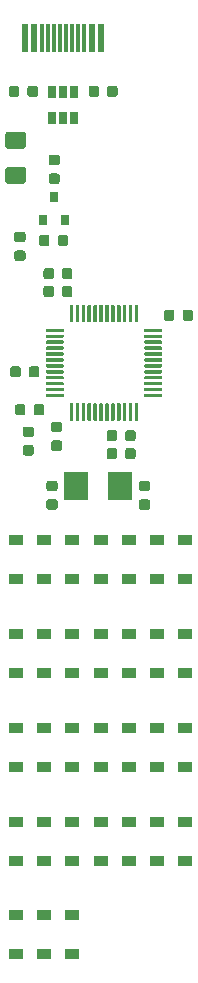
<source format=gbr>
G04 #@! TF.GenerationSoftware,KiCad,Pcbnew,(5.1.4-0)*
G04 #@! TF.CreationDate,2020-11-23T17:37:14+01:00*
G04 #@! TF.ProjectId,stm32split,73746d33-3273-4706-9c69-742e6b696361,rev?*
G04 #@! TF.SameCoordinates,Original*
G04 #@! TF.FileFunction,Paste,Top*
G04 #@! TF.FilePolarity,Positive*
%FSLAX46Y46*%
G04 Gerber Fmt 4.6, Leading zero omitted, Abs format (unit mm)*
G04 Created by KiCad (PCBNEW (5.1.4-0)) date 2020-11-23 17:37:14*
%MOMM*%
%LPD*%
G04 APERTURE LIST*
%ADD10R,2.000000X2.400000*%
%ADD11R,0.600000X2.450000*%
%ADD12R,0.300000X2.450000*%
%ADD13C,0.100000*%
%ADD14C,0.875000*%
%ADD15C,1.425000*%
%ADD16R,1.200000X0.900000*%
%ADD17R,0.800000X0.900000*%
%ADD18C,0.300000*%
%ADD19R,0.650000X1.060000*%
G04 APERTURE END LIST*
D10*
X192430000Y-123920000D03*
X196130000Y-123920000D03*
D11*
X188068750Y-85982500D03*
X194518750Y-85982500D03*
X188843750Y-85982500D03*
X193743750Y-85982500D03*
D12*
X193043750Y-85982500D03*
X189543750Y-85982500D03*
X192543750Y-85982500D03*
X190043750Y-85982500D03*
X192043750Y-85982500D03*
X190543750Y-85982500D03*
X191043750Y-85982500D03*
X191543750Y-85982500D03*
D13*
G36*
X187917691Y-103988553D02*
G01*
X187938926Y-103991703D01*
X187959750Y-103996919D01*
X187979962Y-104004151D01*
X187999368Y-104013330D01*
X188017781Y-104024366D01*
X188035024Y-104037154D01*
X188050930Y-104051570D01*
X188065346Y-104067476D01*
X188078134Y-104084719D01*
X188089170Y-104103132D01*
X188098349Y-104122538D01*
X188105581Y-104142750D01*
X188110797Y-104163574D01*
X188113947Y-104184809D01*
X188115000Y-104206250D01*
X188115000Y-104643750D01*
X188113947Y-104665191D01*
X188110797Y-104686426D01*
X188105581Y-104707250D01*
X188098349Y-104727462D01*
X188089170Y-104746868D01*
X188078134Y-104765281D01*
X188065346Y-104782524D01*
X188050930Y-104798430D01*
X188035024Y-104812846D01*
X188017781Y-104825634D01*
X187999368Y-104836670D01*
X187979962Y-104845849D01*
X187959750Y-104853081D01*
X187938926Y-104858297D01*
X187917691Y-104861447D01*
X187896250Y-104862500D01*
X187383750Y-104862500D01*
X187362309Y-104861447D01*
X187341074Y-104858297D01*
X187320250Y-104853081D01*
X187300038Y-104845849D01*
X187280632Y-104836670D01*
X187262219Y-104825634D01*
X187244976Y-104812846D01*
X187229070Y-104798430D01*
X187214654Y-104782524D01*
X187201866Y-104765281D01*
X187190830Y-104746868D01*
X187181651Y-104727462D01*
X187174419Y-104707250D01*
X187169203Y-104686426D01*
X187166053Y-104665191D01*
X187165000Y-104643750D01*
X187165000Y-104206250D01*
X187166053Y-104184809D01*
X187169203Y-104163574D01*
X187174419Y-104142750D01*
X187181651Y-104122538D01*
X187190830Y-104103132D01*
X187201866Y-104084719D01*
X187214654Y-104067476D01*
X187229070Y-104051570D01*
X187244976Y-104037154D01*
X187262219Y-104024366D01*
X187280632Y-104013330D01*
X187300038Y-104004151D01*
X187320250Y-103996919D01*
X187341074Y-103991703D01*
X187362309Y-103988553D01*
X187383750Y-103987500D01*
X187896250Y-103987500D01*
X187917691Y-103988553D01*
X187917691Y-103988553D01*
G37*
D14*
X187640000Y-104425000D03*
D13*
G36*
X187917691Y-102413553D02*
G01*
X187938926Y-102416703D01*
X187959750Y-102421919D01*
X187979962Y-102429151D01*
X187999368Y-102438330D01*
X188017781Y-102449366D01*
X188035024Y-102462154D01*
X188050930Y-102476570D01*
X188065346Y-102492476D01*
X188078134Y-102509719D01*
X188089170Y-102528132D01*
X188098349Y-102547538D01*
X188105581Y-102567750D01*
X188110797Y-102588574D01*
X188113947Y-102609809D01*
X188115000Y-102631250D01*
X188115000Y-103068750D01*
X188113947Y-103090191D01*
X188110797Y-103111426D01*
X188105581Y-103132250D01*
X188098349Y-103152462D01*
X188089170Y-103171868D01*
X188078134Y-103190281D01*
X188065346Y-103207524D01*
X188050930Y-103223430D01*
X188035024Y-103237846D01*
X188017781Y-103250634D01*
X187999368Y-103261670D01*
X187979962Y-103270849D01*
X187959750Y-103278081D01*
X187938926Y-103283297D01*
X187917691Y-103286447D01*
X187896250Y-103287500D01*
X187383750Y-103287500D01*
X187362309Y-103286447D01*
X187341074Y-103283297D01*
X187320250Y-103278081D01*
X187300038Y-103270849D01*
X187280632Y-103261670D01*
X187262219Y-103250634D01*
X187244976Y-103237846D01*
X187229070Y-103223430D01*
X187214654Y-103207524D01*
X187201866Y-103190281D01*
X187190830Y-103171868D01*
X187181651Y-103152462D01*
X187174419Y-103132250D01*
X187169203Y-103111426D01*
X187166053Y-103090191D01*
X187165000Y-103068750D01*
X187165000Y-102631250D01*
X187166053Y-102609809D01*
X187169203Y-102588574D01*
X187174419Y-102567750D01*
X187181651Y-102547538D01*
X187190830Y-102528132D01*
X187201866Y-102509719D01*
X187214654Y-102492476D01*
X187229070Y-102476570D01*
X187244976Y-102462154D01*
X187262219Y-102449366D01*
X187280632Y-102438330D01*
X187300038Y-102429151D01*
X187320250Y-102421919D01*
X187341074Y-102416703D01*
X187362309Y-102413553D01*
X187383750Y-102412500D01*
X187896250Y-102412500D01*
X187917691Y-102413553D01*
X187917691Y-102413553D01*
G37*
D14*
X187640000Y-102850000D03*
D13*
G36*
X197235191Y-120706053D02*
G01*
X197256426Y-120709203D01*
X197277250Y-120714419D01*
X197297462Y-120721651D01*
X197316868Y-120730830D01*
X197335281Y-120741866D01*
X197352524Y-120754654D01*
X197368430Y-120769070D01*
X197382846Y-120784976D01*
X197395634Y-120802219D01*
X197406670Y-120820632D01*
X197415849Y-120840038D01*
X197423081Y-120860250D01*
X197428297Y-120881074D01*
X197431447Y-120902309D01*
X197432500Y-120923750D01*
X197432500Y-121436250D01*
X197431447Y-121457691D01*
X197428297Y-121478926D01*
X197423081Y-121499750D01*
X197415849Y-121519962D01*
X197406670Y-121539368D01*
X197395634Y-121557781D01*
X197382846Y-121575024D01*
X197368430Y-121590930D01*
X197352524Y-121605346D01*
X197335281Y-121618134D01*
X197316868Y-121629170D01*
X197297462Y-121638349D01*
X197277250Y-121645581D01*
X197256426Y-121650797D01*
X197235191Y-121653947D01*
X197213750Y-121655000D01*
X196776250Y-121655000D01*
X196754809Y-121653947D01*
X196733574Y-121650797D01*
X196712750Y-121645581D01*
X196692538Y-121638349D01*
X196673132Y-121629170D01*
X196654719Y-121618134D01*
X196637476Y-121605346D01*
X196621570Y-121590930D01*
X196607154Y-121575024D01*
X196594366Y-121557781D01*
X196583330Y-121539368D01*
X196574151Y-121519962D01*
X196566919Y-121499750D01*
X196561703Y-121478926D01*
X196558553Y-121457691D01*
X196557500Y-121436250D01*
X196557500Y-120923750D01*
X196558553Y-120902309D01*
X196561703Y-120881074D01*
X196566919Y-120860250D01*
X196574151Y-120840038D01*
X196583330Y-120820632D01*
X196594366Y-120802219D01*
X196607154Y-120784976D01*
X196621570Y-120769070D01*
X196637476Y-120754654D01*
X196654719Y-120741866D01*
X196673132Y-120730830D01*
X196692538Y-120721651D01*
X196712750Y-120714419D01*
X196733574Y-120709203D01*
X196754809Y-120706053D01*
X196776250Y-120705000D01*
X197213750Y-120705000D01*
X197235191Y-120706053D01*
X197235191Y-120706053D01*
G37*
D14*
X196995000Y-121180000D03*
D13*
G36*
X195660191Y-120706053D02*
G01*
X195681426Y-120709203D01*
X195702250Y-120714419D01*
X195722462Y-120721651D01*
X195741868Y-120730830D01*
X195760281Y-120741866D01*
X195777524Y-120754654D01*
X195793430Y-120769070D01*
X195807846Y-120784976D01*
X195820634Y-120802219D01*
X195831670Y-120820632D01*
X195840849Y-120840038D01*
X195848081Y-120860250D01*
X195853297Y-120881074D01*
X195856447Y-120902309D01*
X195857500Y-120923750D01*
X195857500Y-121436250D01*
X195856447Y-121457691D01*
X195853297Y-121478926D01*
X195848081Y-121499750D01*
X195840849Y-121519962D01*
X195831670Y-121539368D01*
X195820634Y-121557781D01*
X195807846Y-121575024D01*
X195793430Y-121590930D01*
X195777524Y-121605346D01*
X195760281Y-121618134D01*
X195741868Y-121629170D01*
X195722462Y-121638349D01*
X195702250Y-121645581D01*
X195681426Y-121650797D01*
X195660191Y-121653947D01*
X195638750Y-121655000D01*
X195201250Y-121655000D01*
X195179809Y-121653947D01*
X195158574Y-121650797D01*
X195137750Y-121645581D01*
X195117538Y-121638349D01*
X195098132Y-121629170D01*
X195079719Y-121618134D01*
X195062476Y-121605346D01*
X195046570Y-121590930D01*
X195032154Y-121575024D01*
X195019366Y-121557781D01*
X195008330Y-121539368D01*
X194999151Y-121519962D01*
X194991919Y-121499750D01*
X194986703Y-121478926D01*
X194983553Y-121457691D01*
X194982500Y-121436250D01*
X194982500Y-120923750D01*
X194983553Y-120902309D01*
X194986703Y-120881074D01*
X194991919Y-120860250D01*
X194999151Y-120840038D01*
X195008330Y-120820632D01*
X195019366Y-120802219D01*
X195032154Y-120784976D01*
X195046570Y-120769070D01*
X195062476Y-120754654D01*
X195079719Y-120741866D01*
X195098132Y-120730830D01*
X195117538Y-120721651D01*
X195137750Y-120714419D01*
X195158574Y-120709203D01*
X195179809Y-120706053D01*
X195201250Y-120705000D01*
X195638750Y-120705000D01*
X195660191Y-120706053D01*
X195660191Y-120706053D01*
G37*
D14*
X195420000Y-121180000D03*
D13*
G36*
X197235191Y-119196053D02*
G01*
X197256426Y-119199203D01*
X197277250Y-119204419D01*
X197297462Y-119211651D01*
X197316868Y-119220830D01*
X197335281Y-119231866D01*
X197352524Y-119244654D01*
X197368430Y-119259070D01*
X197382846Y-119274976D01*
X197395634Y-119292219D01*
X197406670Y-119310632D01*
X197415849Y-119330038D01*
X197423081Y-119350250D01*
X197428297Y-119371074D01*
X197431447Y-119392309D01*
X197432500Y-119413750D01*
X197432500Y-119926250D01*
X197431447Y-119947691D01*
X197428297Y-119968926D01*
X197423081Y-119989750D01*
X197415849Y-120009962D01*
X197406670Y-120029368D01*
X197395634Y-120047781D01*
X197382846Y-120065024D01*
X197368430Y-120080930D01*
X197352524Y-120095346D01*
X197335281Y-120108134D01*
X197316868Y-120119170D01*
X197297462Y-120128349D01*
X197277250Y-120135581D01*
X197256426Y-120140797D01*
X197235191Y-120143947D01*
X197213750Y-120145000D01*
X196776250Y-120145000D01*
X196754809Y-120143947D01*
X196733574Y-120140797D01*
X196712750Y-120135581D01*
X196692538Y-120128349D01*
X196673132Y-120119170D01*
X196654719Y-120108134D01*
X196637476Y-120095346D01*
X196621570Y-120080930D01*
X196607154Y-120065024D01*
X196594366Y-120047781D01*
X196583330Y-120029368D01*
X196574151Y-120009962D01*
X196566919Y-119989750D01*
X196561703Y-119968926D01*
X196558553Y-119947691D01*
X196557500Y-119926250D01*
X196557500Y-119413750D01*
X196558553Y-119392309D01*
X196561703Y-119371074D01*
X196566919Y-119350250D01*
X196574151Y-119330038D01*
X196583330Y-119310632D01*
X196594366Y-119292219D01*
X196607154Y-119274976D01*
X196621570Y-119259070D01*
X196637476Y-119244654D01*
X196654719Y-119231866D01*
X196673132Y-119220830D01*
X196692538Y-119211651D01*
X196712750Y-119204419D01*
X196733574Y-119199203D01*
X196754809Y-119196053D01*
X196776250Y-119195000D01*
X197213750Y-119195000D01*
X197235191Y-119196053D01*
X197235191Y-119196053D01*
G37*
D14*
X196995000Y-119670000D03*
D13*
G36*
X195660191Y-119196053D02*
G01*
X195681426Y-119199203D01*
X195702250Y-119204419D01*
X195722462Y-119211651D01*
X195741868Y-119220830D01*
X195760281Y-119231866D01*
X195777524Y-119244654D01*
X195793430Y-119259070D01*
X195807846Y-119274976D01*
X195820634Y-119292219D01*
X195831670Y-119310632D01*
X195840849Y-119330038D01*
X195848081Y-119350250D01*
X195853297Y-119371074D01*
X195856447Y-119392309D01*
X195857500Y-119413750D01*
X195857500Y-119926250D01*
X195856447Y-119947691D01*
X195853297Y-119968926D01*
X195848081Y-119989750D01*
X195840849Y-120009962D01*
X195831670Y-120029368D01*
X195820634Y-120047781D01*
X195807846Y-120065024D01*
X195793430Y-120080930D01*
X195777524Y-120095346D01*
X195760281Y-120108134D01*
X195741868Y-120119170D01*
X195722462Y-120128349D01*
X195702250Y-120135581D01*
X195681426Y-120140797D01*
X195660191Y-120143947D01*
X195638750Y-120145000D01*
X195201250Y-120145000D01*
X195179809Y-120143947D01*
X195158574Y-120140797D01*
X195137750Y-120135581D01*
X195117538Y-120128349D01*
X195098132Y-120119170D01*
X195079719Y-120108134D01*
X195062476Y-120095346D01*
X195046570Y-120080930D01*
X195032154Y-120065024D01*
X195019366Y-120047781D01*
X195008330Y-120029368D01*
X194999151Y-120009962D01*
X194991919Y-119989750D01*
X194986703Y-119968926D01*
X194983553Y-119947691D01*
X194982500Y-119926250D01*
X194982500Y-119413750D01*
X194983553Y-119392309D01*
X194986703Y-119371074D01*
X194991919Y-119350250D01*
X194999151Y-119330038D01*
X195008330Y-119310632D01*
X195019366Y-119292219D01*
X195032154Y-119274976D01*
X195046570Y-119259070D01*
X195062476Y-119244654D01*
X195079719Y-119231866D01*
X195098132Y-119220830D01*
X195117538Y-119211651D01*
X195137750Y-119204419D01*
X195158574Y-119199203D01*
X195179809Y-119196053D01*
X195201250Y-119195000D01*
X195638750Y-119195000D01*
X195660191Y-119196053D01*
X195660191Y-119196053D01*
G37*
D14*
X195420000Y-119670000D03*
D13*
G36*
X189490191Y-116996053D02*
G01*
X189511426Y-116999203D01*
X189532250Y-117004419D01*
X189552462Y-117011651D01*
X189571868Y-117020830D01*
X189590281Y-117031866D01*
X189607524Y-117044654D01*
X189623430Y-117059070D01*
X189637846Y-117074976D01*
X189650634Y-117092219D01*
X189661670Y-117110632D01*
X189670849Y-117130038D01*
X189678081Y-117150250D01*
X189683297Y-117171074D01*
X189686447Y-117192309D01*
X189687500Y-117213750D01*
X189687500Y-117726250D01*
X189686447Y-117747691D01*
X189683297Y-117768926D01*
X189678081Y-117789750D01*
X189670849Y-117809962D01*
X189661670Y-117829368D01*
X189650634Y-117847781D01*
X189637846Y-117865024D01*
X189623430Y-117880930D01*
X189607524Y-117895346D01*
X189590281Y-117908134D01*
X189571868Y-117919170D01*
X189552462Y-117928349D01*
X189532250Y-117935581D01*
X189511426Y-117940797D01*
X189490191Y-117943947D01*
X189468750Y-117945000D01*
X189031250Y-117945000D01*
X189009809Y-117943947D01*
X188988574Y-117940797D01*
X188967750Y-117935581D01*
X188947538Y-117928349D01*
X188928132Y-117919170D01*
X188909719Y-117908134D01*
X188892476Y-117895346D01*
X188876570Y-117880930D01*
X188862154Y-117865024D01*
X188849366Y-117847781D01*
X188838330Y-117829368D01*
X188829151Y-117809962D01*
X188821919Y-117789750D01*
X188816703Y-117768926D01*
X188813553Y-117747691D01*
X188812500Y-117726250D01*
X188812500Y-117213750D01*
X188813553Y-117192309D01*
X188816703Y-117171074D01*
X188821919Y-117150250D01*
X188829151Y-117130038D01*
X188838330Y-117110632D01*
X188849366Y-117092219D01*
X188862154Y-117074976D01*
X188876570Y-117059070D01*
X188892476Y-117044654D01*
X188909719Y-117031866D01*
X188928132Y-117020830D01*
X188947538Y-117011651D01*
X188967750Y-117004419D01*
X188988574Y-116999203D01*
X189009809Y-116996053D01*
X189031250Y-116995000D01*
X189468750Y-116995000D01*
X189490191Y-116996053D01*
X189490191Y-116996053D01*
G37*
D14*
X189250000Y-117470000D03*
D13*
G36*
X187915191Y-116996053D02*
G01*
X187936426Y-116999203D01*
X187957250Y-117004419D01*
X187977462Y-117011651D01*
X187996868Y-117020830D01*
X188015281Y-117031866D01*
X188032524Y-117044654D01*
X188048430Y-117059070D01*
X188062846Y-117074976D01*
X188075634Y-117092219D01*
X188086670Y-117110632D01*
X188095849Y-117130038D01*
X188103081Y-117150250D01*
X188108297Y-117171074D01*
X188111447Y-117192309D01*
X188112500Y-117213750D01*
X188112500Y-117726250D01*
X188111447Y-117747691D01*
X188108297Y-117768926D01*
X188103081Y-117789750D01*
X188095849Y-117809962D01*
X188086670Y-117829368D01*
X188075634Y-117847781D01*
X188062846Y-117865024D01*
X188048430Y-117880930D01*
X188032524Y-117895346D01*
X188015281Y-117908134D01*
X187996868Y-117919170D01*
X187977462Y-117928349D01*
X187957250Y-117935581D01*
X187936426Y-117940797D01*
X187915191Y-117943947D01*
X187893750Y-117945000D01*
X187456250Y-117945000D01*
X187434809Y-117943947D01*
X187413574Y-117940797D01*
X187392750Y-117935581D01*
X187372538Y-117928349D01*
X187353132Y-117919170D01*
X187334719Y-117908134D01*
X187317476Y-117895346D01*
X187301570Y-117880930D01*
X187287154Y-117865024D01*
X187274366Y-117847781D01*
X187263330Y-117829368D01*
X187254151Y-117809962D01*
X187246919Y-117789750D01*
X187241703Y-117768926D01*
X187238553Y-117747691D01*
X187237500Y-117726250D01*
X187237500Y-117213750D01*
X187238553Y-117192309D01*
X187241703Y-117171074D01*
X187246919Y-117150250D01*
X187254151Y-117130038D01*
X187263330Y-117110632D01*
X187274366Y-117092219D01*
X187287154Y-117074976D01*
X187301570Y-117059070D01*
X187317476Y-117044654D01*
X187334719Y-117031866D01*
X187353132Y-117020830D01*
X187372538Y-117011651D01*
X187392750Y-117004419D01*
X187413574Y-116999203D01*
X187434809Y-116996053D01*
X187456250Y-116995000D01*
X187893750Y-116995000D01*
X187915191Y-116996053D01*
X187915191Y-116996053D01*
G37*
D14*
X187675000Y-117470000D03*
D13*
G36*
X190312691Y-106986053D02*
G01*
X190333926Y-106989203D01*
X190354750Y-106994419D01*
X190374962Y-107001651D01*
X190394368Y-107010830D01*
X190412781Y-107021866D01*
X190430024Y-107034654D01*
X190445930Y-107049070D01*
X190460346Y-107064976D01*
X190473134Y-107082219D01*
X190484170Y-107100632D01*
X190493349Y-107120038D01*
X190500581Y-107140250D01*
X190505797Y-107161074D01*
X190508947Y-107182309D01*
X190510000Y-107203750D01*
X190510000Y-107716250D01*
X190508947Y-107737691D01*
X190505797Y-107758926D01*
X190500581Y-107779750D01*
X190493349Y-107799962D01*
X190484170Y-107819368D01*
X190473134Y-107837781D01*
X190460346Y-107855024D01*
X190445930Y-107870930D01*
X190430024Y-107885346D01*
X190412781Y-107898134D01*
X190394368Y-107909170D01*
X190374962Y-107918349D01*
X190354750Y-107925581D01*
X190333926Y-107930797D01*
X190312691Y-107933947D01*
X190291250Y-107935000D01*
X189853750Y-107935000D01*
X189832309Y-107933947D01*
X189811074Y-107930797D01*
X189790250Y-107925581D01*
X189770038Y-107918349D01*
X189750632Y-107909170D01*
X189732219Y-107898134D01*
X189714976Y-107885346D01*
X189699070Y-107870930D01*
X189684654Y-107855024D01*
X189671866Y-107837781D01*
X189660830Y-107819368D01*
X189651651Y-107799962D01*
X189644419Y-107779750D01*
X189639203Y-107758926D01*
X189636053Y-107737691D01*
X189635000Y-107716250D01*
X189635000Y-107203750D01*
X189636053Y-107182309D01*
X189639203Y-107161074D01*
X189644419Y-107140250D01*
X189651651Y-107120038D01*
X189660830Y-107100632D01*
X189671866Y-107082219D01*
X189684654Y-107064976D01*
X189699070Y-107049070D01*
X189714976Y-107034654D01*
X189732219Y-107021866D01*
X189750632Y-107010830D01*
X189770038Y-107001651D01*
X189790250Y-106994419D01*
X189811074Y-106989203D01*
X189832309Y-106986053D01*
X189853750Y-106985000D01*
X190291250Y-106985000D01*
X190312691Y-106986053D01*
X190312691Y-106986053D01*
G37*
D14*
X190072500Y-107460000D03*
D13*
G36*
X191887691Y-106986053D02*
G01*
X191908926Y-106989203D01*
X191929750Y-106994419D01*
X191949962Y-107001651D01*
X191969368Y-107010830D01*
X191987781Y-107021866D01*
X192005024Y-107034654D01*
X192020930Y-107049070D01*
X192035346Y-107064976D01*
X192048134Y-107082219D01*
X192059170Y-107100632D01*
X192068349Y-107120038D01*
X192075581Y-107140250D01*
X192080797Y-107161074D01*
X192083947Y-107182309D01*
X192085000Y-107203750D01*
X192085000Y-107716250D01*
X192083947Y-107737691D01*
X192080797Y-107758926D01*
X192075581Y-107779750D01*
X192068349Y-107799962D01*
X192059170Y-107819368D01*
X192048134Y-107837781D01*
X192035346Y-107855024D01*
X192020930Y-107870930D01*
X192005024Y-107885346D01*
X191987781Y-107898134D01*
X191969368Y-107909170D01*
X191949962Y-107918349D01*
X191929750Y-107925581D01*
X191908926Y-107930797D01*
X191887691Y-107933947D01*
X191866250Y-107935000D01*
X191428750Y-107935000D01*
X191407309Y-107933947D01*
X191386074Y-107930797D01*
X191365250Y-107925581D01*
X191345038Y-107918349D01*
X191325632Y-107909170D01*
X191307219Y-107898134D01*
X191289976Y-107885346D01*
X191274070Y-107870930D01*
X191259654Y-107855024D01*
X191246866Y-107837781D01*
X191235830Y-107819368D01*
X191226651Y-107799962D01*
X191219419Y-107779750D01*
X191214203Y-107758926D01*
X191211053Y-107737691D01*
X191210000Y-107716250D01*
X191210000Y-107203750D01*
X191211053Y-107182309D01*
X191214203Y-107161074D01*
X191219419Y-107140250D01*
X191226651Y-107120038D01*
X191235830Y-107100632D01*
X191246866Y-107082219D01*
X191259654Y-107064976D01*
X191274070Y-107049070D01*
X191289976Y-107034654D01*
X191307219Y-107021866D01*
X191325632Y-107010830D01*
X191345038Y-107001651D01*
X191365250Y-106994419D01*
X191386074Y-106989203D01*
X191407309Y-106986053D01*
X191428750Y-106985000D01*
X191866250Y-106985000D01*
X191887691Y-106986053D01*
X191887691Y-106986053D01*
G37*
D14*
X191647500Y-107460000D03*
D13*
G36*
X200520191Y-108996053D02*
G01*
X200541426Y-108999203D01*
X200562250Y-109004419D01*
X200582462Y-109011651D01*
X200601868Y-109020830D01*
X200620281Y-109031866D01*
X200637524Y-109044654D01*
X200653430Y-109059070D01*
X200667846Y-109074976D01*
X200680634Y-109092219D01*
X200691670Y-109110632D01*
X200700849Y-109130038D01*
X200708081Y-109150250D01*
X200713297Y-109171074D01*
X200716447Y-109192309D01*
X200717500Y-109213750D01*
X200717500Y-109726250D01*
X200716447Y-109747691D01*
X200713297Y-109768926D01*
X200708081Y-109789750D01*
X200700849Y-109809962D01*
X200691670Y-109829368D01*
X200680634Y-109847781D01*
X200667846Y-109865024D01*
X200653430Y-109880930D01*
X200637524Y-109895346D01*
X200620281Y-109908134D01*
X200601868Y-109919170D01*
X200582462Y-109928349D01*
X200562250Y-109935581D01*
X200541426Y-109940797D01*
X200520191Y-109943947D01*
X200498750Y-109945000D01*
X200061250Y-109945000D01*
X200039809Y-109943947D01*
X200018574Y-109940797D01*
X199997750Y-109935581D01*
X199977538Y-109928349D01*
X199958132Y-109919170D01*
X199939719Y-109908134D01*
X199922476Y-109895346D01*
X199906570Y-109880930D01*
X199892154Y-109865024D01*
X199879366Y-109847781D01*
X199868330Y-109829368D01*
X199859151Y-109809962D01*
X199851919Y-109789750D01*
X199846703Y-109768926D01*
X199843553Y-109747691D01*
X199842500Y-109726250D01*
X199842500Y-109213750D01*
X199843553Y-109192309D01*
X199846703Y-109171074D01*
X199851919Y-109150250D01*
X199859151Y-109130038D01*
X199868330Y-109110632D01*
X199879366Y-109092219D01*
X199892154Y-109074976D01*
X199906570Y-109059070D01*
X199922476Y-109044654D01*
X199939719Y-109031866D01*
X199958132Y-109020830D01*
X199977538Y-109011651D01*
X199997750Y-109004419D01*
X200018574Y-108999203D01*
X200039809Y-108996053D01*
X200061250Y-108995000D01*
X200498750Y-108995000D01*
X200520191Y-108996053D01*
X200520191Y-108996053D01*
G37*
D14*
X200280000Y-109470000D03*
D13*
G36*
X202095191Y-108996053D02*
G01*
X202116426Y-108999203D01*
X202137250Y-109004419D01*
X202157462Y-109011651D01*
X202176868Y-109020830D01*
X202195281Y-109031866D01*
X202212524Y-109044654D01*
X202228430Y-109059070D01*
X202242846Y-109074976D01*
X202255634Y-109092219D01*
X202266670Y-109110632D01*
X202275849Y-109130038D01*
X202283081Y-109150250D01*
X202288297Y-109171074D01*
X202291447Y-109192309D01*
X202292500Y-109213750D01*
X202292500Y-109726250D01*
X202291447Y-109747691D01*
X202288297Y-109768926D01*
X202283081Y-109789750D01*
X202275849Y-109809962D01*
X202266670Y-109829368D01*
X202255634Y-109847781D01*
X202242846Y-109865024D01*
X202228430Y-109880930D01*
X202212524Y-109895346D01*
X202195281Y-109908134D01*
X202176868Y-109919170D01*
X202157462Y-109928349D01*
X202137250Y-109935581D01*
X202116426Y-109940797D01*
X202095191Y-109943947D01*
X202073750Y-109945000D01*
X201636250Y-109945000D01*
X201614809Y-109943947D01*
X201593574Y-109940797D01*
X201572750Y-109935581D01*
X201552538Y-109928349D01*
X201533132Y-109919170D01*
X201514719Y-109908134D01*
X201497476Y-109895346D01*
X201481570Y-109880930D01*
X201467154Y-109865024D01*
X201454366Y-109847781D01*
X201443330Y-109829368D01*
X201434151Y-109809962D01*
X201426919Y-109789750D01*
X201421703Y-109768926D01*
X201418553Y-109747691D01*
X201417500Y-109726250D01*
X201417500Y-109213750D01*
X201418553Y-109192309D01*
X201421703Y-109171074D01*
X201426919Y-109150250D01*
X201434151Y-109130038D01*
X201443330Y-109110632D01*
X201454366Y-109092219D01*
X201467154Y-109074976D01*
X201481570Y-109059070D01*
X201497476Y-109044654D01*
X201514719Y-109031866D01*
X201533132Y-109020830D01*
X201552538Y-109011651D01*
X201572750Y-109004419D01*
X201593574Y-108999203D01*
X201614809Y-108996053D01*
X201636250Y-108995000D01*
X202073750Y-108995000D01*
X202095191Y-108996053D01*
X202095191Y-108996053D01*
G37*
D14*
X201855000Y-109470000D03*
D13*
G36*
X191027691Y-118493553D02*
G01*
X191048926Y-118496703D01*
X191069750Y-118501919D01*
X191089962Y-118509151D01*
X191109368Y-118518330D01*
X191127781Y-118529366D01*
X191145024Y-118542154D01*
X191160930Y-118556570D01*
X191175346Y-118572476D01*
X191188134Y-118589719D01*
X191199170Y-118608132D01*
X191208349Y-118627538D01*
X191215581Y-118647750D01*
X191220797Y-118668574D01*
X191223947Y-118689809D01*
X191225000Y-118711250D01*
X191225000Y-119148750D01*
X191223947Y-119170191D01*
X191220797Y-119191426D01*
X191215581Y-119212250D01*
X191208349Y-119232462D01*
X191199170Y-119251868D01*
X191188134Y-119270281D01*
X191175346Y-119287524D01*
X191160930Y-119303430D01*
X191145024Y-119317846D01*
X191127781Y-119330634D01*
X191109368Y-119341670D01*
X191089962Y-119350849D01*
X191069750Y-119358081D01*
X191048926Y-119363297D01*
X191027691Y-119366447D01*
X191006250Y-119367500D01*
X190493750Y-119367500D01*
X190472309Y-119366447D01*
X190451074Y-119363297D01*
X190430250Y-119358081D01*
X190410038Y-119350849D01*
X190390632Y-119341670D01*
X190372219Y-119330634D01*
X190354976Y-119317846D01*
X190339070Y-119303430D01*
X190324654Y-119287524D01*
X190311866Y-119270281D01*
X190300830Y-119251868D01*
X190291651Y-119232462D01*
X190284419Y-119212250D01*
X190279203Y-119191426D01*
X190276053Y-119170191D01*
X190275000Y-119148750D01*
X190275000Y-118711250D01*
X190276053Y-118689809D01*
X190279203Y-118668574D01*
X190284419Y-118647750D01*
X190291651Y-118627538D01*
X190300830Y-118608132D01*
X190311866Y-118589719D01*
X190324654Y-118572476D01*
X190339070Y-118556570D01*
X190354976Y-118542154D01*
X190372219Y-118529366D01*
X190390632Y-118518330D01*
X190410038Y-118509151D01*
X190430250Y-118501919D01*
X190451074Y-118496703D01*
X190472309Y-118493553D01*
X190493750Y-118492500D01*
X191006250Y-118492500D01*
X191027691Y-118493553D01*
X191027691Y-118493553D01*
G37*
D14*
X190750000Y-118930000D03*
D13*
G36*
X191027691Y-120068553D02*
G01*
X191048926Y-120071703D01*
X191069750Y-120076919D01*
X191089962Y-120084151D01*
X191109368Y-120093330D01*
X191127781Y-120104366D01*
X191145024Y-120117154D01*
X191160930Y-120131570D01*
X191175346Y-120147476D01*
X191188134Y-120164719D01*
X191199170Y-120183132D01*
X191208349Y-120202538D01*
X191215581Y-120222750D01*
X191220797Y-120243574D01*
X191223947Y-120264809D01*
X191225000Y-120286250D01*
X191225000Y-120723750D01*
X191223947Y-120745191D01*
X191220797Y-120766426D01*
X191215581Y-120787250D01*
X191208349Y-120807462D01*
X191199170Y-120826868D01*
X191188134Y-120845281D01*
X191175346Y-120862524D01*
X191160930Y-120878430D01*
X191145024Y-120892846D01*
X191127781Y-120905634D01*
X191109368Y-120916670D01*
X191089962Y-120925849D01*
X191069750Y-120933081D01*
X191048926Y-120938297D01*
X191027691Y-120941447D01*
X191006250Y-120942500D01*
X190493750Y-120942500D01*
X190472309Y-120941447D01*
X190451074Y-120938297D01*
X190430250Y-120933081D01*
X190410038Y-120925849D01*
X190390632Y-120916670D01*
X190372219Y-120905634D01*
X190354976Y-120892846D01*
X190339070Y-120878430D01*
X190324654Y-120862524D01*
X190311866Y-120845281D01*
X190300830Y-120826868D01*
X190291651Y-120807462D01*
X190284419Y-120787250D01*
X190279203Y-120766426D01*
X190276053Y-120745191D01*
X190275000Y-120723750D01*
X190275000Y-120286250D01*
X190276053Y-120264809D01*
X190279203Y-120243574D01*
X190284419Y-120222750D01*
X190291651Y-120202538D01*
X190300830Y-120183132D01*
X190311866Y-120164719D01*
X190324654Y-120147476D01*
X190339070Y-120131570D01*
X190354976Y-120117154D01*
X190372219Y-120104366D01*
X190390632Y-120093330D01*
X190410038Y-120084151D01*
X190430250Y-120076919D01*
X190451074Y-120071703D01*
X190472309Y-120068553D01*
X190493750Y-120067500D01*
X191006250Y-120067500D01*
X191027691Y-120068553D01*
X191027691Y-120068553D01*
G37*
D14*
X190750000Y-120505000D03*
D13*
G36*
X191890191Y-105466053D02*
G01*
X191911426Y-105469203D01*
X191932250Y-105474419D01*
X191952462Y-105481651D01*
X191971868Y-105490830D01*
X191990281Y-105501866D01*
X192007524Y-105514654D01*
X192023430Y-105529070D01*
X192037846Y-105544976D01*
X192050634Y-105562219D01*
X192061670Y-105580632D01*
X192070849Y-105600038D01*
X192078081Y-105620250D01*
X192083297Y-105641074D01*
X192086447Y-105662309D01*
X192087500Y-105683750D01*
X192087500Y-106196250D01*
X192086447Y-106217691D01*
X192083297Y-106238926D01*
X192078081Y-106259750D01*
X192070849Y-106279962D01*
X192061670Y-106299368D01*
X192050634Y-106317781D01*
X192037846Y-106335024D01*
X192023430Y-106350930D01*
X192007524Y-106365346D01*
X191990281Y-106378134D01*
X191971868Y-106389170D01*
X191952462Y-106398349D01*
X191932250Y-106405581D01*
X191911426Y-106410797D01*
X191890191Y-106413947D01*
X191868750Y-106415000D01*
X191431250Y-106415000D01*
X191409809Y-106413947D01*
X191388574Y-106410797D01*
X191367750Y-106405581D01*
X191347538Y-106398349D01*
X191328132Y-106389170D01*
X191309719Y-106378134D01*
X191292476Y-106365346D01*
X191276570Y-106350930D01*
X191262154Y-106335024D01*
X191249366Y-106317781D01*
X191238330Y-106299368D01*
X191229151Y-106279962D01*
X191221919Y-106259750D01*
X191216703Y-106238926D01*
X191213553Y-106217691D01*
X191212500Y-106196250D01*
X191212500Y-105683750D01*
X191213553Y-105662309D01*
X191216703Y-105641074D01*
X191221919Y-105620250D01*
X191229151Y-105600038D01*
X191238330Y-105580632D01*
X191249366Y-105562219D01*
X191262154Y-105544976D01*
X191276570Y-105529070D01*
X191292476Y-105514654D01*
X191309719Y-105501866D01*
X191328132Y-105490830D01*
X191347538Y-105481651D01*
X191367750Y-105474419D01*
X191388574Y-105469203D01*
X191409809Y-105466053D01*
X191431250Y-105465000D01*
X191868750Y-105465000D01*
X191890191Y-105466053D01*
X191890191Y-105466053D01*
G37*
D14*
X191650000Y-105940000D03*
D13*
G36*
X190315191Y-105466053D02*
G01*
X190336426Y-105469203D01*
X190357250Y-105474419D01*
X190377462Y-105481651D01*
X190396868Y-105490830D01*
X190415281Y-105501866D01*
X190432524Y-105514654D01*
X190448430Y-105529070D01*
X190462846Y-105544976D01*
X190475634Y-105562219D01*
X190486670Y-105580632D01*
X190495849Y-105600038D01*
X190503081Y-105620250D01*
X190508297Y-105641074D01*
X190511447Y-105662309D01*
X190512500Y-105683750D01*
X190512500Y-106196250D01*
X190511447Y-106217691D01*
X190508297Y-106238926D01*
X190503081Y-106259750D01*
X190495849Y-106279962D01*
X190486670Y-106299368D01*
X190475634Y-106317781D01*
X190462846Y-106335024D01*
X190448430Y-106350930D01*
X190432524Y-106365346D01*
X190415281Y-106378134D01*
X190396868Y-106389170D01*
X190377462Y-106398349D01*
X190357250Y-106405581D01*
X190336426Y-106410797D01*
X190315191Y-106413947D01*
X190293750Y-106415000D01*
X189856250Y-106415000D01*
X189834809Y-106413947D01*
X189813574Y-106410797D01*
X189792750Y-106405581D01*
X189772538Y-106398349D01*
X189753132Y-106389170D01*
X189734719Y-106378134D01*
X189717476Y-106365346D01*
X189701570Y-106350930D01*
X189687154Y-106335024D01*
X189674366Y-106317781D01*
X189663330Y-106299368D01*
X189654151Y-106279962D01*
X189646919Y-106259750D01*
X189641703Y-106238926D01*
X189638553Y-106217691D01*
X189637500Y-106196250D01*
X189637500Y-105683750D01*
X189638553Y-105662309D01*
X189641703Y-105641074D01*
X189646919Y-105620250D01*
X189654151Y-105600038D01*
X189663330Y-105580632D01*
X189674366Y-105562219D01*
X189687154Y-105544976D01*
X189701570Y-105529070D01*
X189717476Y-105514654D01*
X189734719Y-105501866D01*
X189753132Y-105490830D01*
X189772538Y-105481651D01*
X189792750Y-105474419D01*
X189813574Y-105469203D01*
X189834809Y-105466053D01*
X189856250Y-105465000D01*
X190293750Y-105465000D01*
X190315191Y-105466053D01*
X190315191Y-105466053D01*
G37*
D14*
X190075000Y-105940000D03*
D13*
G36*
X188950191Y-90036053D02*
G01*
X188971426Y-90039203D01*
X188992250Y-90044419D01*
X189012462Y-90051651D01*
X189031868Y-90060830D01*
X189050281Y-90071866D01*
X189067524Y-90084654D01*
X189083430Y-90099070D01*
X189097846Y-90114976D01*
X189110634Y-90132219D01*
X189121670Y-90150632D01*
X189130849Y-90170038D01*
X189138081Y-90190250D01*
X189143297Y-90211074D01*
X189146447Y-90232309D01*
X189147500Y-90253750D01*
X189147500Y-90766250D01*
X189146447Y-90787691D01*
X189143297Y-90808926D01*
X189138081Y-90829750D01*
X189130849Y-90849962D01*
X189121670Y-90869368D01*
X189110634Y-90887781D01*
X189097846Y-90905024D01*
X189083430Y-90920930D01*
X189067524Y-90935346D01*
X189050281Y-90948134D01*
X189031868Y-90959170D01*
X189012462Y-90968349D01*
X188992250Y-90975581D01*
X188971426Y-90980797D01*
X188950191Y-90983947D01*
X188928750Y-90985000D01*
X188491250Y-90985000D01*
X188469809Y-90983947D01*
X188448574Y-90980797D01*
X188427750Y-90975581D01*
X188407538Y-90968349D01*
X188388132Y-90959170D01*
X188369719Y-90948134D01*
X188352476Y-90935346D01*
X188336570Y-90920930D01*
X188322154Y-90905024D01*
X188309366Y-90887781D01*
X188298330Y-90869368D01*
X188289151Y-90849962D01*
X188281919Y-90829750D01*
X188276703Y-90808926D01*
X188273553Y-90787691D01*
X188272500Y-90766250D01*
X188272500Y-90253750D01*
X188273553Y-90232309D01*
X188276703Y-90211074D01*
X188281919Y-90190250D01*
X188289151Y-90170038D01*
X188298330Y-90150632D01*
X188309366Y-90132219D01*
X188322154Y-90114976D01*
X188336570Y-90099070D01*
X188352476Y-90084654D01*
X188369719Y-90071866D01*
X188388132Y-90060830D01*
X188407538Y-90051651D01*
X188427750Y-90044419D01*
X188448574Y-90039203D01*
X188469809Y-90036053D01*
X188491250Y-90035000D01*
X188928750Y-90035000D01*
X188950191Y-90036053D01*
X188950191Y-90036053D01*
G37*
D14*
X188710000Y-90510000D03*
D13*
G36*
X187375191Y-90036053D02*
G01*
X187396426Y-90039203D01*
X187417250Y-90044419D01*
X187437462Y-90051651D01*
X187456868Y-90060830D01*
X187475281Y-90071866D01*
X187492524Y-90084654D01*
X187508430Y-90099070D01*
X187522846Y-90114976D01*
X187535634Y-90132219D01*
X187546670Y-90150632D01*
X187555849Y-90170038D01*
X187563081Y-90190250D01*
X187568297Y-90211074D01*
X187571447Y-90232309D01*
X187572500Y-90253750D01*
X187572500Y-90766250D01*
X187571447Y-90787691D01*
X187568297Y-90808926D01*
X187563081Y-90829750D01*
X187555849Y-90849962D01*
X187546670Y-90869368D01*
X187535634Y-90887781D01*
X187522846Y-90905024D01*
X187508430Y-90920930D01*
X187492524Y-90935346D01*
X187475281Y-90948134D01*
X187456868Y-90959170D01*
X187437462Y-90968349D01*
X187417250Y-90975581D01*
X187396426Y-90980797D01*
X187375191Y-90983947D01*
X187353750Y-90985000D01*
X186916250Y-90985000D01*
X186894809Y-90983947D01*
X186873574Y-90980797D01*
X186852750Y-90975581D01*
X186832538Y-90968349D01*
X186813132Y-90959170D01*
X186794719Y-90948134D01*
X186777476Y-90935346D01*
X186761570Y-90920930D01*
X186747154Y-90905024D01*
X186734366Y-90887781D01*
X186723330Y-90869368D01*
X186714151Y-90849962D01*
X186706919Y-90829750D01*
X186701703Y-90808926D01*
X186698553Y-90787691D01*
X186697500Y-90766250D01*
X186697500Y-90253750D01*
X186698553Y-90232309D01*
X186701703Y-90211074D01*
X186706919Y-90190250D01*
X186714151Y-90170038D01*
X186723330Y-90150632D01*
X186734366Y-90132219D01*
X186747154Y-90114976D01*
X186761570Y-90099070D01*
X186777476Y-90084654D01*
X186794719Y-90071866D01*
X186813132Y-90060830D01*
X186832538Y-90051651D01*
X186852750Y-90044419D01*
X186873574Y-90039203D01*
X186894809Y-90036053D01*
X186916250Y-90035000D01*
X187353750Y-90035000D01*
X187375191Y-90036053D01*
X187375191Y-90036053D01*
G37*
D14*
X187135000Y-90510000D03*
D13*
G36*
X194132691Y-90036053D02*
G01*
X194153926Y-90039203D01*
X194174750Y-90044419D01*
X194194962Y-90051651D01*
X194214368Y-90060830D01*
X194232781Y-90071866D01*
X194250024Y-90084654D01*
X194265930Y-90099070D01*
X194280346Y-90114976D01*
X194293134Y-90132219D01*
X194304170Y-90150632D01*
X194313349Y-90170038D01*
X194320581Y-90190250D01*
X194325797Y-90211074D01*
X194328947Y-90232309D01*
X194330000Y-90253750D01*
X194330000Y-90766250D01*
X194328947Y-90787691D01*
X194325797Y-90808926D01*
X194320581Y-90829750D01*
X194313349Y-90849962D01*
X194304170Y-90869368D01*
X194293134Y-90887781D01*
X194280346Y-90905024D01*
X194265930Y-90920930D01*
X194250024Y-90935346D01*
X194232781Y-90948134D01*
X194214368Y-90959170D01*
X194194962Y-90968349D01*
X194174750Y-90975581D01*
X194153926Y-90980797D01*
X194132691Y-90983947D01*
X194111250Y-90985000D01*
X193673750Y-90985000D01*
X193652309Y-90983947D01*
X193631074Y-90980797D01*
X193610250Y-90975581D01*
X193590038Y-90968349D01*
X193570632Y-90959170D01*
X193552219Y-90948134D01*
X193534976Y-90935346D01*
X193519070Y-90920930D01*
X193504654Y-90905024D01*
X193491866Y-90887781D01*
X193480830Y-90869368D01*
X193471651Y-90849962D01*
X193464419Y-90829750D01*
X193459203Y-90808926D01*
X193456053Y-90787691D01*
X193455000Y-90766250D01*
X193455000Y-90253750D01*
X193456053Y-90232309D01*
X193459203Y-90211074D01*
X193464419Y-90190250D01*
X193471651Y-90170038D01*
X193480830Y-90150632D01*
X193491866Y-90132219D01*
X193504654Y-90114976D01*
X193519070Y-90099070D01*
X193534976Y-90084654D01*
X193552219Y-90071866D01*
X193570632Y-90060830D01*
X193590038Y-90051651D01*
X193610250Y-90044419D01*
X193631074Y-90039203D01*
X193652309Y-90036053D01*
X193673750Y-90035000D01*
X194111250Y-90035000D01*
X194132691Y-90036053D01*
X194132691Y-90036053D01*
G37*
D14*
X193892500Y-90510000D03*
D13*
G36*
X195707691Y-90036053D02*
G01*
X195728926Y-90039203D01*
X195749750Y-90044419D01*
X195769962Y-90051651D01*
X195789368Y-90060830D01*
X195807781Y-90071866D01*
X195825024Y-90084654D01*
X195840930Y-90099070D01*
X195855346Y-90114976D01*
X195868134Y-90132219D01*
X195879170Y-90150632D01*
X195888349Y-90170038D01*
X195895581Y-90190250D01*
X195900797Y-90211074D01*
X195903947Y-90232309D01*
X195905000Y-90253750D01*
X195905000Y-90766250D01*
X195903947Y-90787691D01*
X195900797Y-90808926D01*
X195895581Y-90829750D01*
X195888349Y-90849962D01*
X195879170Y-90869368D01*
X195868134Y-90887781D01*
X195855346Y-90905024D01*
X195840930Y-90920930D01*
X195825024Y-90935346D01*
X195807781Y-90948134D01*
X195789368Y-90959170D01*
X195769962Y-90968349D01*
X195749750Y-90975581D01*
X195728926Y-90980797D01*
X195707691Y-90983947D01*
X195686250Y-90985000D01*
X195248750Y-90985000D01*
X195227309Y-90983947D01*
X195206074Y-90980797D01*
X195185250Y-90975581D01*
X195165038Y-90968349D01*
X195145632Y-90959170D01*
X195127219Y-90948134D01*
X195109976Y-90935346D01*
X195094070Y-90920930D01*
X195079654Y-90905024D01*
X195066866Y-90887781D01*
X195055830Y-90869368D01*
X195046651Y-90849962D01*
X195039419Y-90829750D01*
X195034203Y-90808926D01*
X195031053Y-90787691D01*
X195030000Y-90766250D01*
X195030000Y-90253750D01*
X195031053Y-90232309D01*
X195034203Y-90211074D01*
X195039419Y-90190250D01*
X195046651Y-90170038D01*
X195055830Y-90150632D01*
X195066866Y-90132219D01*
X195079654Y-90114976D01*
X195094070Y-90099070D01*
X195109976Y-90084654D01*
X195127219Y-90071866D01*
X195145632Y-90060830D01*
X195165038Y-90051651D01*
X195185250Y-90044419D01*
X195206074Y-90039203D01*
X195227309Y-90036053D01*
X195248750Y-90035000D01*
X195686250Y-90035000D01*
X195707691Y-90036053D01*
X195707691Y-90036053D01*
G37*
D14*
X195467500Y-90510000D03*
D13*
G36*
X187929504Y-93938704D02*
G01*
X187953773Y-93942304D01*
X187977571Y-93948265D01*
X188000671Y-93956530D01*
X188022849Y-93967020D01*
X188043893Y-93979633D01*
X188063598Y-93994247D01*
X188081777Y-94010723D01*
X188098253Y-94028902D01*
X188112867Y-94048607D01*
X188125480Y-94069651D01*
X188135970Y-94091829D01*
X188144235Y-94114929D01*
X188150196Y-94138727D01*
X188153796Y-94162996D01*
X188155000Y-94187500D01*
X188155000Y-95112500D01*
X188153796Y-95137004D01*
X188150196Y-95161273D01*
X188144235Y-95185071D01*
X188135970Y-95208171D01*
X188125480Y-95230349D01*
X188112867Y-95251393D01*
X188098253Y-95271098D01*
X188081777Y-95289277D01*
X188063598Y-95305753D01*
X188043893Y-95320367D01*
X188022849Y-95332980D01*
X188000671Y-95343470D01*
X187977571Y-95351735D01*
X187953773Y-95357696D01*
X187929504Y-95361296D01*
X187905000Y-95362500D01*
X186655000Y-95362500D01*
X186630496Y-95361296D01*
X186606227Y-95357696D01*
X186582429Y-95351735D01*
X186559329Y-95343470D01*
X186537151Y-95332980D01*
X186516107Y-95320367D01*
X186496402Y-95305753D01*
X186478223Y-95289277D01*
X186461747Y-95271098D01*
X186447133Y-95251393D01*
X186434520Y-95230349D01*
X186424030Y-95208171D01*
X186415765Y-95185071D01*
X186409804Y-95161273D01*
X186406204Y-95137004D01*
X186405000Y-95112500D01*
X186405000Y-94187500D01*
X186406204Y-94162996D01*
X186409804Y-94138727D01*
X186415765Y-94114929D01*
X186424030Y-94091829D01*
X186434520Y-94069651D01*
X186447133Y-94048607D01*
X186461747Y-94028902D01*
X186478223Y-94010723D01*
X186496402Y-93994247D01*
X186516107Y-93979633D01*
X186537151Y-93967020D01*
X186559329Y-93956530D01*
X186582429Y-93948265D01*
X186606227Y-93942304D01*
X186630496Y-93938704D01*
X186655000Y-93937500D01*
X187905000Y-93937500D01*
X187929504Y-93938704D01*
X187929504Y-93938704D01*
G37*
D15*
X187280000Y-94650000D03*
D13*
G36*
X187929504Y-96913704D02*
G01*
X187953773Y-96917304D01*
X187977571Y-96923265D01*
X188000671Y-96931530D01*
X188022849Y-96942020D01*
X188043893Y-96954633D01*
X188063598Y-96969247D01*
X188081777Y-96985723D01*
X188098253Y-97003902D01*
X188112867Y-97023607D01*
X188125480Y-97044651D01*
X188135970Y-97066829D01*
X188144235Y-97089929D01*
X188150196Y-97113727D01*
X188153796Y-97137996D01*
X188155000Y-97162500D01*
X188155000Y-98087500D01*
X188153796Y-98112004D01*
X188150196Y-98136273D01*
X188144235Y-98160071D01*
X188135970Y-98183171D01*
X188125480Y-98205349D01*
X188112867Y-98226393D01*
X188098253Y-98246098D01*
X188081777Y-98264277D01*
X188063598Y-98280753D01*
X188043893Y-98295367D01*
X188022849Y-98307980D01*
X188000671Y-98318470D01*
X187977571Y-98326735D01*
X187953773Y-98332696D01*
X187929504Y-98336296D01*
X187905000Y-98337500D01*
X186655000Y-98337500D01*
X186630496Y-98336296D01*
X186606227Y-98332696D01*
X186582429Y-98326735D01*
X186559329Y-98318470D01*
X186537151Y-98307980D01*
X186516107Y-98295367D01*
X186496402Y-98280753D01*
X186478223Y-98264277D01*
X186461747Y-98246098D01*
X186447133Y-98226393D01*
X186434520Y-98205349D01*
X186424030Y-98183171D01*
X186415765Y-98160071D01*
X186409804Y-98136273D01*
X186406204Y-98112004D01*
X186405000Y-98087500D01*
X186405000Y-97162500D01*
X186406204Y-97137996D01*
X186409804Y-97113727D01*
X186415765Y-97089929D01*
X186424030Y-97066829D01*
X186434520Y-97044651D01*
X186447133Y-97023607D01*
X186461747Y-97003902D01*
X186478223Y-96985723D01*
X186496402Y-96969247D01*
X186516107Y-96954633D01*
X186537151Y-96942020D01*
X186559329Y-96931530D01*
X186582429Y-96923265D01*
X186606227Y-96917304D01*
X186630496Y-96913704D01*
X186655000Y-96912500D01*
X187905000Y-96912500D01*
X187929504Y-96913704D01*
X187929504Y-96913704D01*
G37*
D15*
X187280000Y-97625000D03*
D13*
G36*
X187505191Y-113786053D02*
G01*
X187526426Y-113789203D01*
X187547250Y-113794419D01*
X187567462Y-113801651D01*
X187586868Y-113810830D01*
X187605281Y-113821866D01*
X187622524Y-113834654D01*
X187638430Y-113849070D01*
X187652846Y-113864976D01*
X187665634Y-113882219D01*
X187676670Y-113900632D01*
X187685849Y-113920038D01*
X187693081Y-113940250D01*
X187698297Y-113961074D01*
X187701447Y-113982309D01*
X187702500Y-114003750D01*
X187702500Y-114516250D01*
X187701447Y-114537691D01*
X187698297Y-114558926D01*
X187693081Y-114579750D01*
X187685849Y-114599962D01*
X187676670Y-114619368D01*
X187665634Y-114637781D01*
X187652846Y-114655024D01*
X187638430Y-114670930D01*
X187622524Y-114685346D01*
X187605281Y-114698134D01*
X187586868Y-114709170D01*
X187567462Y-114718349D01*
X187547250Y-114725581D01*
X187526426Y-114730797D01*
X187505191Y-114733947D01*
X187483750Y-114735000D01*
X187046250Y-114735000D01*
X187024809Y-114733947D01*
X187003574Y-114730797D01*
X186982750Y-114725581D01*
X186962538Y-114718349D01*
X186943132Y-114709170D01*
X186924719Y-114698134D01*
X186907476Y-114685346D01*
X186891570Y-114670930D01*
X186877154Y-114655024D01*
X186864366Y-114637781D01*
X186853330Y-114619368D01*
X186844151Y-114599962D01*
X186836919Y-114579750D01*
X186831703Y-114558926D01*
X186828553Y-114537691D01*
X186827500Y-114516250D01*
X186827500Y-114003750D01*
X186828553Y-113982309D01*
X186831703Y-113961074D01*
X186836919Y-113940250D01*
X186844151Y-113920038D01*
X186853330Y-113900632D01*
X186864366Y-113882219D01*
X186877154Y-113864976D01*
X186891570Y-113849070D01*
X186907476Y-113834654D01*
X186924719Y-113821866D01*
X186943132Y-113810830D01*
X186962538Y-113801651D01*
X186982750Y-113794419D01*
X187003574Y-113789203D01*
X187024809Y-113786053D01*
X187046250Y-113785000D01*
X187483750Y-113785000D01*
X187505191Y-113786053D01*
X187505191Y-113786053D01*
G37*
D14*
X187265000Y-114260000D03*
D13*
G36*
X189080191Y-113786053D02*
G01*
X189101426Y-113789203D01*
X189122250Y-113794419D01*
X189142462Y-113801651D01*
X189161868Y-113810830D01*
X189180281Y-113821866D01*
X189197524Y-113834654D01*
X189213430Y-113849070D01*
X189227846Y-113864976D01*
X189240634Y-113882219D01*
X189251670Y-113900632D01*
X189260849Y-113920038D01*
X189268081Y-113940250D01*
X189273297Y-113961074D01*
X189276447Y-113982309D01*
X189277500Y-114003750D01*
X189277500Y-114516250D01*
X189276447Y-114537691D01*
X189273297Y-114558926D01*
X189268081Y-114579750D01*
X189260849Y-114599962D01*
X189251670Y-114619368D01*
X189240634Y-114637781D01*
X189227846Y-114655024D01*
X189213430Y-114670930D01*
X189197524Y-114685346D01*
X189180281Y-114698134D01*
X189161868Y-114709170D01*
X189142462Y-114718349D01*
X189122250Y-114725581D01*
X189101426Y-114730797D01*
X189080191Y-114733947D01*
X189058750Y-114735000D01*
X188621250Y-114735000D01*
X188599809Y-114733947D01*
X188578574Y-114730797D01*
X188557750Y-114725581D01*
X188537538Y-114718349D01*
X188518132Y-114709170D01*
X188499719Y-114698134D01*
X188482476Y-114685346D01*
X188466570Y-114670930D01*
X188452154Y-114655024D01*
X188439366Y-114637781D01*
X188428330Y-114619368D01*
X188419151Y-114599962D01*
X188411919Y-114579750D01*
X188406703Y-114558926D01*
X188403553Y-114537691D01*
X188402500Y-114516250D01*
X188402500Y-114003750D01*
X188403553Y-113982309D01*
X188406703Y-113961074D01*
X188411919Y-113940250D01*
X188419151Y-113920038D01*
X188428330Y-113900632D01*
X188439366Y-113882219D01*
X188452154Y-113864976D01*
X188466570Y-113849070D01*
X188482476Y-113834654D01*
X188499719Y-113821866D01*
X188518132Y-113810830D01*
X188537538Y-113801651D01*
X188557750Y-113794419D01*
X188578574Y-113789203D01*
X188599809Y-113786053D01*
X188621250Y-113785000D01*
X189058750Y-113785000D01*
X189080191Y-113786053D01*
X189080191Y-113786053D01*
G37*
D14*
X188840000Y-114260000D03*
D13*
G36*
X189945191Y-102666053D02*
G01*
X189966426Y-102669203D01*
X189987250Y-102674419D01*
X190007462Y-102681651D01*
X190026868Y-102690830D01*
X190045281Y-102701866D01*
X190062524Y-102714654D01*
X190078430Y-102729070D01*
X190092846Y-102744976D01*
X190105634Y-102762219D01*
X190116670Y-102780632D01*
X190125849Y-102800038D01*
X190133081Y-102820250D01*
X190138297Y-102841074D01*
X190141447Y-102862309D01*
X190142500Y-102883750D01*
X190142500Y-103396250D01*
X190141447Y-103417691D01*
X190138297Y-103438926D01*
X190133081Y-103459750D01*
X190125849Y-103479962D01*
X190116670Y-103499368D01*
X190105634Y-103517781D01*
X190092846Y-103535024D01*
X190078430Y-103550930D01*
X190062524Y-103565346D01*
X190045281Y-103578134D01*
X190026868Y-103589170D01*
X190007462Y-103598349D01*
X189987250Y-103605581D01*
X189966426Y-103610797D01*
X189945191Y-103613947D01*
X189923750Y-103615000D01*
X189486250Y-103615000D01*
X189464809Y-103613947D01*
X189443574Y-103610797D01*
X189422750Y-103605581D01*
X189402538Y-103598349D01*
X189383132Y-103589170D01*
X189364719Y-103578134D01*
X189347476Y-103565346D01*
X189331570Y-103550930D01*
X189317154Y-103535024D01*
X189304366Y-103517781D01*
X189293330Y-103499368D01*
X189284151Y-103479962D01*
X189276919Y-103459750D01*
X189271703Y-103438926D01*
X189268553Y-103417691D01*
X189267500Y-103396250D01*
X189267500Y-102883750D01*
X189268553Y-102862309D01*
X189271703Y-102841074D01*
X189276919Y-102820250D01*
X189284151Y-102800038D01*
X189293330Y-102780632D01*
X189304366Y-102762219D01*
X189317154Y-102744976D01*
X189331570Y-102729070D01*
X189347476Y-102714654D01*
X189364719Y-102701866D01*
X189383132Y-102690830D01*
X189402538Y-102681651D01*
X189422750Y-102674419D01*
X189443574Y-102669203D01*
X189464809Y-102666053D01*
X189486250Y-102665000D01*
X189923750Y-102665000D01*
X189945191Y-102666053D01*
X189945191Y-102666053D01*
G37*
D14*
X189705000Y-103140000D03*
D13*
G36*
X191520191Y-102666053D02*
G01*
X191541426Y-102669203D01*
X191562250Y-102674419D01*
X191582462Y-102681651D01*
X191601868Y-102690830D01*
X191620281Y-102701866D01*
X191637524Y-102714654D01*
X191653430Y-102729070D01*
X191667846Y-102744976D01*
X191680634Y-102762219D01*
X191691670Y-102780632D01*
X191700849Y-102800038D01*
X191708081Y-102820250D01*
X191713297Y-102841074D01*
X191716447Y-102862309D01*
X191717500Y-102883750D01*
X191717500Y-103396250D01*
X191716447Y-103417691D01*
X191713297Y-103438926D01*
X191708081Y-103459750D01*
X191700849Y-103479962D01*
X191691670Y-103499368D01*
X191680634Y-103517781D01*
X191667846Y-103535024D01*
X191653430Y-103550930D01*
X191637524Y-103565346D01*
X191620281Y-103578134D01*
X191601868Y-103589170D01*
X191582462Y-103598349D01*
X191562250Y-103605581D01*
X191541426Y-103610797D01*
X191520191Y-103613947D01*
X191498750Y-103615000D01*
X191061250Y-103615000D01*
X191039809Y-103613947D01*
X191018574Y-103610797D01*
X190997750Y-103605581D01*
X190977538Y-103598349D01*
X190958132Y-103589170D01*
X190939719Y-103578134D01*
X190922476Y-103565346D01*
X190906570Y-103550930D01*
X190892154Y-103535024D01*
X190879366Y-103517781D01*
X190868330Y-103499368D01*
X190859151Y-103479962D01*
X190851919Y-103459750D01*
X190846703Y-103438926D01*
X190843553Y-103417691D01*
X190842500Y-103396250D01*
X190842500Y-102883750D01*
X190843553Y-102862309D01*
X190846703Y-102841074D01*
X190851919Y-102820250D01*
X190859151Y-102800038D01*
X190868330Y-102780632D01*
X190879366Y-102762219D01*
X190892154Y-102744976D01*
X190906570Y-102729070D01*
X190922476Y-102714654D01*
X190939719Y-102701866D01*
X190958132Y-102690830D01*
X190977538Y-102681651D01*
X190997750Y-102674419D01*
X191018574Y-102669203D01*
X191039809Y-102666053D01*
X191061250Y-102665000D01*
X191498750Y-102665000D01*
X191520191Y-102666053D01*
X191520191Y-102666053D01*
G37*
D14*
X191280000Y-103140000D03*
D13*
G36*
X190817691Y-95893553D02*
G01*
X190838926Y-95896703D01*
X190859750Y-95901919D01*
X190879962Y-95909151D01*
X190899368Y-95918330D01*
X190917781Y-95929366D01*
X190935024Y-95942154D01*
X190950930Y-95956570D01*
X190965346Y-95972476D01*
X190978134Y-95989719D01*
X190989170Y-96008132D01*
X190998349Y-96027538D01*
X191005581Y-96047750D01*
X191010797Y-96068574D01*
X191013947Y-96089809D01*
X191015000Y-96111250D01*
X191015000Y-96548750D01*
X191013947Y-96570191D01*
X191010797Y-96591426D01*
X191005581Y-96612250D01*
X190998349Y-96632462D01*
X190989170Y-96651868D01*
X190978134Y-96670281D01*
X190965346Y-96687524D01*
X190950930Y-96703430D01*
X190935024Y-96717846D01*
X190917781Y-96730634D01*
X190899368Y-96741670D01*
X190879962Y-96750849D01*
X190859750Y-96758081D01*
X190838926Y-96763297D01*
X190817691Y-96766447D01*
X190796250Y-96767500D01*
X190283750Y-96767500D01*
X190262309Y-96766447D01*
X190241074Y-96763297D01*
X190220250Y-96758081D01*
X190200038Y-96750849D01*
X190180632Y-96741670D01*
X190162219Y-96730634D01*
X190144976Y-96717846D01*
X190129070Y-96703430D01*
X190114654Y-96687524D01*
X190101866Y-96670281D01*
X190090830Y-96651868D01*
X190081651Y-96632462D01*
X190074419Y-96612250D01*
X190069203Y-96591426D01*
X190066053Y-96570191D01*
X190065000Y-96548750D01*
X190065000Y-96111250D01*
X190066053Y-96089809D01*
X190069203Y-96068574D01*
X190074419Y-96047750D01*
X190081651Y-96027538D01*
X190090830Y-96008132D01*
X190101866Y-95989719D01*
X190114654Y-95972476D01*
X190129070Y-95956570D01*
X190144976Y-95942154D01*
X190162219Y-95929366D01*
X190180632Y-95918330D01*
X190200038Y-95909151D01*
X190220250Y-95901919D01*
X190241074Y-95896703D01*
X190262309Y-95893553D01*
X190283750Y-95892500D01*
X190796250Y-95892500D01*
X190817691Y-95893553D01*
X190817691Y-95893553D01*
G37*
D14*
X190540000Y-96330000D03*
D13*
G36*
X190817691Y-97468553D02*
G01*
X190838926Y-97471703D01*
X190859750Y-97476919D01*
X190879962Y-97484151D01*
X190899368Y-97493330D01*
X190917781Y-97504366D01*
X190935024Y-97517154D01*
X190950930Y-97531570D01*
X190965346Y-97547476D01*
X190978134Y-97564719D01*
X190989170Y-97583132D01*
X190998349Y-97602538D01*
X191005581Y-97622750D01*
X191010797Y-97643574D01*
X191013947Y-97664809D01*
X191015000Y-97686250D01*
X191015000Y-98123750D01*
X191013947Y-98145191D01*
X191010797Y-98166426D01*
X191005581Y-98187250D01*
X190998349Y-98207462D01*
X190989170Y-98226868D01*
X190978134Y-98245281D01*
X190965346Y-98262524D01*
X190950930Y-98278430D01*
X190935024Y-98292846D01*
X190917781Y-98305634D01*
X190899368Y-98316670D01*
X190879962Y-98325849D01*
X190859750Y-98333081D01*
X190838926Y-98338297D01*
X190817691Y-98341447D01*
X190796250Y-98342500D01*
X190283750Y-98342500D01*
X190262309Y-98341447D01*
X190241074Y-98338297D01*
X190220250Y-98333081D01*
X190200038Y-98325849D01*
X190180632Y-98316670D01*
X190162219Y-98305634D01*
X190144976Y-98292846D01*
X190129070Y-98278430D01*
X190114654Y-98262524D01*
X190101866Y-98245281D01*
X190090830Y-98226868D01*
X190081651Y-98207462D01*
X190074419Y-98187250D01*
X190069203Y-98166426D01*
X190066053Y-98145191D01*
X190065000Y-98123750D01*
X190065000Y-97686250D01*
X190066053Y-97664809D01*
X190069203Y-97643574D01*
X190074419Y-97622750D01*
X190081651Y-97602538D01*
X190090830Y-97583132D01*
X190101866Y-97564719D01*
X190114654Y-97547476D01*
X190129070Y-97531570D01*
X190144976Y-97517154D01*
X190162219Y-97504366D01*
X190180632Y-97493330D01*
X190200038Y-97484151D01*
X190220250Y-97476919D01*
X190241074Y-97471703D01*
X190262309Y-97468553D01*
X190283750Y-97467500D01*
X190796250Y-97467500D01*
X190817691Y-97468553D01*
X190817691Y-97468553D01*
G37*
D14*
X190540000Y-97905000D03*
D13*
G36*
X198467691Y-125058553D02*
G01*
X198488926Y-125061703D01*
X198509750Y-125066919D01*
X198529962Y-125074151D01*
X198549368Y-125083330D01*
X198567781Y-125094366D01*
X198585024Y-125107154D01*
X198600930Y-125121570D01*
X198615346Y-125137476D01*
X198628134Y-125154719D01*
X198639170Y-125173132D01*
X198648349Y-125192538D01*
X198655581Y-125212750D01*
X198660797Y-125233574D01*
X198663947Y-125254809D01*
X198665000Y-125276250D01*
X198665000Y-125713750D01*
X198663947Y-125735191D01*
X198660797Y-125756426D01*
X198655581Y-125777250D01*
X198648349Y-125797462D01*
X198639170Y-125816868D01*
X198628134Y-125835281D01*
X198615346Y-125852524D01*
X198600930Y-125868430D01*
X198585024Y-125882846D01*
X198567781Y-125895634D01*
X198549368Y-125906670D01*
X198529962Y-125915849D01*
X198509750Y-125923081D01*
X198488926Y-125928297D01*
X198467691Y-125931447D01*
X198446250Y-125932500D01*
X197933750Y-125932500D01*
X197912309Y-125931447D01*
X197891074Y-125928297D01*
X197870250Y-125923081D01*
X197850038Y-125915849D01*
X197830632Y-125906670D01*
X197812219Y-125895634D01*
X197794976Y-125882846D01*
X197779070Y-125868430D01*
X197764654Y-125852524D01*
X197751866Y-125835281D01*
X197740830Y-125816868D01*
X197731651Y-125797462D01*
X197724419Y-125777250D01*
X197719203Y-125756426D01*
X197716053Y-125735191D01*
X197715000Y-125713750D01*
X197715000Y-125276250D01*
X197716053Y-125254809D01*
X197719203Y-125233574D01*
X197724419Y-125212750D01*
X197731651Y-125192538D01*
X197740830Y-125173132D01*
X197751866Y-125154719D01*
X197764654Y-125137476D01*
X197779070Y-125121570D01*
X197794976Y-125107154D01*
X197812219Y-125094366D01*
X197830632Y-125083330D01*
X197850038Y-125074151D01*
X197870250Y-125066919D01*
X197891074Y-125061703D01*
X197912309Y-125058553D01*
X197933750Y-125057500D01*
X198446250Y-125057500D01*
X198467691Y-125058553D01*
X198467691Y-125058553D01*
G37*
D14*
X198190000Y-125495000D03*
D13*
G36*
X198467691Y-123483553D02*
G01*
X198488926Y-123486703D01*
X198509750Y-123491919D01*
X198529962Y-123499151D01*
X198549368Y-123508330D01*
X198567781Y-123519366D01*
X198585024Y-123532154D01*
X198600930Y-123546570D01*
X198615346Y-123562476D01*
X198628134Y-123579719D01*
X198639170Y-123598132D01*
X198648349Y-123617538D01*
X198655581Y-123637750D01*
X198660797Y-123658574D01*
X198663947Y-123679809D01*
X198665000Y-123701250D01*
X198665000Y-124138750D01*
X198663947Y-124160191D01*
X198660797Y-124181426D01*
X198655581Y-124202250D01*
X198648349Y-124222462D01*
X198639170Y-124241868D01*
X198628134Y-124260281D01*
X198615346Y-124277524D01*
X198600930Y-124293430D01*
X198585024Y-124307846D01*
X198567781Y-124320634D01*
X198549368Y-124331670D01*
X198529962Y-124340849D01*
X198509750Y-124348081D01*
X198488926Y-124353297D01*
X198467691Y-124356447D01*
X198446250Y-124357500D01*
X197933750Y-124357500D01*
X197912309Y-124356447D01*
X197891074Y-124353297D01*
X197870250Y-124348081D01*
X197850038Y-124340849D01*
X197830632Y-124331670D01*
X197812219Y-124320634D01*
X197794976Y-124307846D01*
X197779070Y-124293430D01*
X197764654Y-124277524D01*
X197751866Y-124260281D01*
X197740830Y-124241868D01*
X197731651Y-124222462D01*
X197724419Y-124202250D01*
X197719203Y-124181426D01*
X197716053Y-124160191D01*
X197715000Y-124138750D01*
X197715000Y-123701250D01*
X197716053Y-123679809D01*
X197719203Y-123658574D01*
X197724419Y-123637750D01*
X197731651Y-123617538D01*
X197740830Y-123598132D01*
X197751866Y-123579719D01*
X197764654Y-123562476D01*
X197779070Y-123546570D01*
X197794976Y-123532154D01*
X197812219Y-123519366D01*
X197830632Y-123508330D01*
X197850038Y-123499151D01*
X197870250Y-123491919D01*
X197891074Y-123486703D01*
X197912309Y-123483553D01*
X197933750Y-123482500D01*
X198446250Y-123482500D01*
X198467691Y-123483553D01*
X198467691Y-123483553D01*
G37*
D14*
X198190000Y-123920000D03*
D13*
G36*
X190637691Y-125058553D02*
G01*
X190658926Y-125061703D01*
X190679750Y-125066919D01*
X190699962Y-125074151D01*
X190719368Y-125083330D01*
X190737781Y-125094366D01*
X190755024Y-125107154D01*
X190770930Y-125121570D01*
X190785346Y-125137476D01*
X190798134Y-125154719D01*
X190809170Y-125173132D01*
X190818349Y-125192538D01*
X190825581Y-125212750D01*
X190830797Y-125233574D01*
X190833947Y-125254809D01*
X190835000Y-125276250D01*
X190835000Y-125713750D01*
X190833947Y-125735191D01*
X190830797Y-125756426D01*
X190825581Y-125777250D01*
X190818349Y-125797462D01*
X190809170Y-125816868D01*
X190798134Y-125835281D01*
X190785346Y-125852524D01*
X190770930Y-125868430D01*
X190755024Y-125882846D01*
X190737781Y-125895634D01*
X190719368Y-125906670D01*
X190699962Y-125915849D01*
X190679750Y-125923081D01*
X190658926Y-125928297D01*
X190637691Y-125931447D01*
X190616250Y-125932500D01*
X190103750Y-125932500D01*
X190082309Y-125931447D01*
X190061074Y-125928297D01*
X190040250Y-125923081D01*
X190020038Y-125915849D01*
X190000632Y-125906670D01*
X189982219Y-125895634D01*
X189964976Y-125882846D01*
X189949070Y-125868430D01*
X189934654Y-125852524D01*
X189921866Y-125835281D01*
X189910830Y-125816868D01*
X189901651Y-125797462D01*
X189894419Y-125777250D01*
X189889203Y-125756426D01*
X189886053Y-125735191D01*
X189885000Y-125713750D01*
X189885000Y-125276250D01*
X189886053Y-125254809D01*
X189889203Y-125233574D01*
X189894419Y-125212750D01*
X189901651Y-125192538D01*
X189910830Y-125173132D01*
X189921866Y-125154719D01*
X189934654Y-125137476D01*
X189949070Y-125121570D01*
X189964976Y-125107154D01*
X189982219Y-125094366D01*
X190000632Y-125083330D01*
X190020038Y-125074151D01*
X190040250Y-125066919D01*
X190061074Y-125061703D01*
X190082309Y-125058553D01*
X190103750Y-125057500D01*
X190616250Y-125057500D01*
X190637691Y-125058553D01*
X190637691Y-125058553D01*
G37*
D14*
X190360000Y-125495000D03*
D13*
G36*
X190637691Y-123483553D02*
G01*
X190658926Y-123486703D01*
X190679750Y-123491919D01*
X190699962Y-123499151D01*
X190719368Y-123508330D01*
X190737781Y-123519366D01*
X190755024Y-123532154D01*
X190770930Y-123546570D01*
X190785346Y-123562476D01*
X190798134Y-123579719D01*
X190809170Y-123598132D01*
X190818349Y-123617538D01*
X190825581Y-123637750D01*
X190830797Y-123658574D01*
X190833947Y-123679809D01*
X190835000Y-123701250D01*
X190835000Y-124138750D01*
X190833947Y-124160191D01*
X190830797Y-124181426D01*
X190825581Y-124202250D01*
X190818349Y-124222462D01*
X190809170Y-124241868D01*
X190798134Y-124260281D01*
X190785346Y-124277524D01*
X190770930Y-124293430D01*
X190755024Y-124307846D01*
X190737781Y-124320634D01*
X190719368Y-124331670D01*
X190699962Y-124340849D01*
X190679750Y-124348081D01*
X190658926Y-124353297D01*
X190637691Y-124356447D01*
X190616250Y-124357500D01*
X190103750Y-124357500D01*
X190082309Y-124356447D01*
X190061074Y-124353297D01*
X190040250Y-124348081D01*
X190020038Y-124340849D01*
X190000632Y-124331670D01*
X189982219Y-124320634D01*
X189964976Y-124307846D01*
X189949070Y-124293430D01*
X189934654Y-124277524D01*
X189921866Y-124260281D01*
X189910830Y-124241868D01*
X189901651Y-124222462D01*
X189894419Y-124202250D01*
X189889203Y-124181426D01*
X189886053Y-124160191D01*
X189885000Y-124138750D01*
X189885000Y-123701250D01*
X189886053Y-123679809D01*
X189889203Y-123658574D01*
X189894419Y-123637750D01*
X189901651Y-123617538D01*
X189910830Y-123598132D01*
X189921866Y-123579719D01*
X189934654Y-123562476D01*
X189949070Y-123546570D01*
X189964976Y-123532154D01*
X189982219Y-123519366D01*
X190000632Y-123508330D01*
X190020038Y-123499151D01*
X190040250Y-123491919D01*
X190061074Y-123486703D01*
X190082309Y-123483553D01*
X190103750Y-123482500D01*
X190616250Y-123482500D01*
X190637691Y-123483553D01*
X190637691Y-123483553D01*
G37*
D14*
X190360000Y-123920000D03*
D13*
G36*
X188627691Y-118898553D02*
G01*
X188648926Y-118901703D01*
X188669750Y-118906919D01*
X188689962Y-118914151D01*
X188709368Y-118923330D01*
X188727781Y-118934366D01*
X188745024Y-118947154D01*
X188760930Y-118961570D01*
X188775346Y-118977476D01*
X188788134Y-118994719D01*
X188799170Y-119013132D01*
X188808349Y-119032538D01*
X188815581Y-119052750D01*
X188820797Y-119073574D01*
X188823947Y-119094809D01*
X188825000Y-119116250D01*
X188825000Y-119553750D01*
X188823947Y-119575191D01*
X188820797Y-119596426D01*
X188815581Y-119617250D01*
X188808349Y-119637462D01*
X188799170Y-119656868D01*
X188788134Y-119675281D01*
X188775346Y-119692524D01*
X188760930Y-119708430D01*
X188745024Y-119722846D01*
X188727781Y-119735634D01*
X188709368Y-119746670D01*
X188689962Y-119755849D01*
X188669750Y-119763081D01*
X188648926Y-119768297D01*
X188627691Y-119771447D01*
X188606250Y-119772500D01*
X188093750Y-119772500D01*
X188072309Y-119771447D01*
X188051074Y-119768297D01*
X188030250Y-119763081D01*
X188010038Y-119755849D01*
X187990632Y-119746670D01*
X187972219Y-119735634D01*
X187954976Y-119722846D01*
X187939070Y-119708430D01*
X187924654Y-119692524D01*
X187911866Y-119675281D01*
X187900830Y-119656868D01*
X187891651Y-119637462D01*
X187884419Y-119617250D01*
X187879203Y-119596426D01*
X187876053Y-119575191D01*
X187875000Y-119553750D01*
X187875000Y-119116250D01*
X187876053Y-119094809D01*
X187879203Y-119073574D01*
X187884419Y-119052750D01*
X187891651Y-119032538D01*
X187900830Y-119013132D01*
X187911866Y-118994719D01*
X187924654Y-118977476D01*
X187939070Y-118961570D01*
X187954976Y-118947154D01*
X187972219Y-118934366D01*
X187990632Y-118923330D01*
X188010038Y-118914151D01*
X188030250Y-118906919D01*
X188051074Y-118901703D01*
X188072309Y-118898553D01*
X188093750Y-118897500D01*
X188606250Y-118897500D01*
X188627691Y-118898553D01*
X188627691Y-118898553D01*
G37*
D14*
X188350000Y-119335000D03*
D13*
G36*
X188627691Y-120473553D02*
G01*
X188648926Y-120476703D01*
X188669750Y-120481919D01*
X188689962Y-120489151D01*
X188709368Y-120498330D01*
X188727781Y-120509366D01*
X188745024Y-120522154D01*
X188760930Y-120536570D01*
X188775346Y-120552476D01*
X188788134Y-120569719D01*
X188799170Y-120588132D01*
X188808349Y-120607538D01*
X188815581Y-120627750D01*
X188820797Y-120648574D01*
X188823947Y-120669809D01*
X188825000Y-120691250D01*
X188825000Y-121128750D01*
X188823947Y-121150191D01*
X188820797Y-121171426D01*
X188815581Y-121192250D01*
X188808349Y-121212462D01*
X188799170Y-121231868D01*
X188788134Y-121250281D01*
X188775346Y-121267524D01*
X188760930Y-121283430D01*
X188745024Y-121297846D01*
X188727781Y-121310634D01*
X188709368Y-121321670D01*
X188689962Y-121330849D01*
X188669750Y-121338081D01*
X188648926Y-121343297D01*
X188627691Y-121346447D01*
X188606250Y-121347500D01*
X188093750Y-121347500D01*
X188072309Y-121346447D01*
X188051074Y-121343297D01*
X188030250Y-121338081D01*
X188010038Y-121330849D01*
X187990632Y-121321670D01*
X187972219Y-121310634D01*
X187954976Y-121297846D01*
X187939070Y-121283430D01*
X187924654Y-121267524D01*
X187911866Y-121250281D01*
X187900830Y-121231868D01*
X187891651Y-121212462D01*
X187884419Y-121192250D01*
X187879203Y-121171426D01*
X187876053Y-121150191D01*
X187875000Y-121128750D01*
X187875000Y-120691250D01*
X187876053Y-120669809D01*
X187879203Y-120648574D01*
X187884419Y-120627750D01*
X187891651Y-120607538D01*
X187900830Y-120588132D01*
X187911866Y-120569719D01*
X187924654Y-120552476D01*
X187939070Y-120536570D01*
X187954976Y-120522154D01*
X187972219Y-120509366D01*
X187990632Y-120498330D01*
X188010038Y-120489151D01*
X188030250Y-120481919D01*
X188051074Y-120476703D01*
X188072309Y-120473553D01*
X188093750Y-120472500D01*
X188606250Y-120472500D01*
X188627691Y-120473553D01*
X188627691Y-120473553D01*
G37*
D14*
X188350000Y-120910000D03*
D16*
X192087500Y-163575000D03*
X192087500Y-160275000D03*
X189706250Y-163575000D03*
X189706250Y-160275000D03*
X187325000Y-163575000D03*
X187325000Y-160275000D03*
X201612500Y-155637500D03*
X201612500Y-152337500D03*
X199231250Y-155637500D03*
X199231250Y-152337500D03*
X196850000Y-155637500D03*
X196850000Y-152337500D03*
X194468750Y-155637500D03*
X194468750Y-152337500D03*
X192087500Y-155637500D03*
X192087500Y-152337500D03*
X189706250Y-155637500D03*
X189706250Y-152337500D03*
X187325000Y-155637500D03*
X187325000Y-152337500D03*
X201612500Y-147700000D03*
X201612500Y-144400000D03*
X199231250Y-147700000D03*
X199231250Y-144400000D03*
X196850000Y-147700000D03*
X196850000Y-144400000D03*
X194468750Y-147700000D03*
X194468750Y-144400000D03*
X192087500Y-147700000D03*
X192087500Y-144400000D03*
X189706250Y-147700000D03*
X189706250Y-144400000D03*
X187325000Y-147700000D03*
X187325000Y-144400000D03*
X201612500Y-139762500D03*
X201612500Y-136462500D03*
X199231250Y-139762500D03*
X199231250Y-136462500D03*
X196850000Y-139762500D03*
X196850000Y-136462500D03*
X194468750Y-139762500D03*
X194468750Y-136462500D03*
X192087500Y-139762500D03*
X192087500Y-136462500D03*
X189706250Y-139762500D03*
X189706250Y-136462500D03*
X187325000Y-139762500D03*
X187325000Y-136462500D03*
X201612500Y-131825000D03*
X201612500Y-128525000D03*
X199231250Y-131825000D03*
X199231250Y-128525000D03*
X196850000Y-131825000D03*
X196850000Y-128525000D03*
X194468750Y-131825000D03*
X194468750Y-128525000D03*
X192087500Y-131825000D03*
X192087500Y-128525000D03*
X189706250Y-131825000D03*
X189706250Y-128525000D03*
X187325000Y-131825000D03*
X187325000Y-128525000D03*
D17*
X190540000Y-99420000D03*
X191490000Y-101420000D03*
X189590000Y-101420000D03*
D13*
G36*
X191266101Y-116106611D02*
G01*
X191273382Y-116107691D01*
X191280521Y-116109479D01*
X191287451Y-116111959D01*
X191294105Y-116115106D01*
X191300418Y-116118890D01*
X191306329Y-116123274D01*
X191311783Y-116128217D01*
X191316726Y-116133671D01*
X191321110Y-116139582D01*
X191324894Y-116145895D01*
X191328041Y-116152549D01*
X191330521Y-116159479D01*
X191332309Y-116166618D01*
X191333389Y-116173899D01*
X191333750Y-116181250D01*
X191333750Y-116331250D01*
X191333389Y-116338601D01*
X191332309Y-116345882D01*
X191330521Y-116353021D01*
X191328041Y-116359951D01*
X191324894Y-116366605D01*
X191321110Y-116372918D01*
X191316726Y-116378829D01*
X191311783Y-116384283D01*
X191306329Y-116389226D01*
X191300418Y-116393610D01*
X191294105Y-116397394D01*
X191287451Y-116400541D01*
X191280521Y-116403021D01*
X191273382Y-116404809D01*
X191266101Y-116405889D01*
X191258750Y-116406250D01*
X189933750Y-116406250D01*
X189926399Y-116405889D01*
X189919118Y-116404809D01*
X189911979Y-116403021D01*
X189905049Y-116400541D01*
X189898395Y-116397394D01*
X189892082Y-116393610D01*
X189886171Y-116389226D01*
X189880717Y-116384283D01*
X189875774Y-116378829D01*
X189871390Y-116372918D01*
X189867606Y-116366605D01*
X189864459Y-116359951D01*
X189861979Y-116353021D01*
X189860191Y-116345882D01*
X189859111Y-116338601D01*
X189858750Y-116331250D01*
X189858750Y-116181250D01*
X189859111Y-116173899D01*
X189860191Y-116166618D01*
X189861979Y-116159479D01*
X189864459Y-116152549D01*
X189867606Y-116145895D01*
X189871390Y-116139582D01*
X189875774Y-116133671D01*
X189880717Y-116128217D01*
X189886171Y-116123274D01*
X189892082Y-116118890D01*
X189898395Y-116115106D01*
X189905049Y-116111959D01*
X189911979Y-116109479D01*
X189919118Y-116107691D01*
X189926399Y-116106611D01*
X189933750Y-116106250D01*
X191258750Y-116106250D01*
X191266101Y-116106611D01*
X191266101Y-116106611D01*
G37*
D18*
X190596250Y-116256250D03*
D13*
G36*
X191266101Y-115606611D02*
G01*
X191273382Y-115607691D01*
X191280521Y-115609479D01*
X191287451Y-115611959D01*
X191294105Y-115615106D01*
X191300418Y-115618890D01*
X191306329Y-115623274D01*
X191311783Y-115628217D01*
X191316726Y-115633671D01*
X191321110Y-115639582D01*
X191324894Y-115645895D01*
X191328041Y-115652549D01*
X191330521Y-115659479D01*
X191332309Y-115666618D01*
X191333389Y-115673899D01*
X191333750Y-115681250D01*
X191333750Y-115831250D01*
X191333389Y-115838601D01*
X191332309Y-115845882D01*
X191330521Y-115853021D01*
X191328041Y-115859951D01*
X191324894Y-115866605D01*
X191321110Y-115872918D01*
X191316726Y-115878829D01*
X191311783Y-115884283D01*
X191306329Y-115889226D01*
X191300418Y-115893610D01*
X191294105Y-115897394D01*
X191287451Y-115900541D01*
X191280521Y-115903021D01*
X191273382Y-115904809D01*
X191266101Y-115905889D01*
X191258750Y-115906250D01*
X189933750Y-115906250D01*
X189926399Y-115905889D01*
X189919118Y-115904809D01*
X189911979Y-115903021D01*
X189905049Y-115900541D01*
X189898395Y-115897394D01*
X189892082Y-115893610D01*
X189886171Y-115889226D01*
X189880717Y-115884283D01*
X189875774Y-115878829D01*
X189871390Y-115872918D01*
X189867606Y-115866605D01*
X189864459Y-115859951D01*
X189861979Y-115853021D01*
X189860191Y-115845882D01*
X189859111Y-115838601D01*
X189858750Y-115831250D01*
X189858750Y-115681250D01*
X189859111Y-115673899D01*
X189860191Y-115666618D01*
X189861979Y-115659479D01*
X189864459Y-115652549D01*
X189867606Y-115645895D01*
X189871390Y-115639582D01*
X189875774Y-115633671D01*
X189880717Y-115628217D01*
X189886171Y-115623274D01*
X189892082Y-115618890D01*
X189898395Y-115615106D01*
X189905049Y-115611959D01*
X189911979Y-115609479D01*
X189919118Y-115607691D01*
X189926399Y-115606611D01*
X189933750Y-115606250D01*
X191258750Y-115606250D01*
X191266101Y-115606611D01*
X191266101Y-115606611D01*
G37*
D18*
X190596250Y-115756250D03*
D13*
G36*
X191266101Y-115106611D02*
G01*
X191273382Y-115107691D01*
X191280521Y-115109479D01*
X191287451Y-115111959D01*
X191294105Y-115115106D01*
X191300418Y-115118890D01*
X191306329Y-115123274D01*
X191311783Y-115128217D01*
X191316726Y-115133671D01*
X191321110Y-115139582D01*
X191324894Y-115145895D01*
X191328041Y-115152549D01*
X191330521Y-115159479D01*
X191332309Y-115166618D01*
X191333389Y-115173899D01*
X191333750Y-115181250D01*
X191333750Y-115331250D01*
X191333389Y-115338601D01*
X191332309Y-115345882D01*
X191330521Y-115353021D01*
X191328041Y-115359951D01*
X191324894Y-115366605D01*
X191321110Y-115372918D01*
X191316726Y-115378829D01*
X191311783Y-115384283D01*
X191306329Y-115389226D01*
X191300418Y-115393610D01*
X191294105Y-115397394D01*
X191287451Y-115400541D01*
X191280521Y-115403021D01*
X191273382Y-115404809D01*
X191266101Y-115405889D01*
X191258750Y-115406250D01*
X189933750Y-115406250D01*
X189926399Y-115405889D01*
X189919118Y-115404809D01*
X189911979Y-115403021D01*
X189905049Y-115400541D01*
X189898395Y-115397394D01*
X189892082Y-115393610D01*
X189886171Y-115389226D01*
X189880717Y-115384283D01*
X189875774Y-115378829D01*
X189871390Y-115372918D01*
X189867606Y-115366605D01*
X189864459Y-115359951D01*
X189861979Y-115353021D01*
X189860191Y-115345882D01*
X189859111Y-115338601D01*
X189858750Y-115331250D01*
X189858750Y-115181250D01*
X189859111Y-115173899D01*
X189860191Y-115166618D01*
X189861979Y-115159479D01*
X189864459Y-115152549D01*
X189867606Y-115145895D01*
X189871390Y-115139582D01*
X189875774Y-115133671D01*
X189880717Y-115128217D01*
X189886171Y-115123274D01*
X189892082Y-115118890D01*
X189898395Y-115115106D01*
X189905049Y-115111959D01*
X189911979Y-115109479D01*
X189919118Y-115107691D01*
X189926399Y-115106611D01*
X189933750Y-115106250D01*
X191258750Y-115106250D01*
X191266101Y-115106611D01*
X191266101Y-115106611D01*
G37*
D18*
X190596250Y-115256250D03*
D13*
G36*
X191266101Y-114606611D02*
G01*
X191273382Y-114607691D01*
X191280521Y-114609479D01*
X191287451Y-114611959D01*
X191294105Y-114615106D01*
X191300418Y-114618890D01*
X191306329Y-114623274D01*
X191311783Y-114628217D01*
X191316726Y-114633671D01*
X191321110Y-114639582D01*
X191324894Y-114645895D01*
X191328041Y-114652549D01*
X191330521Y-114659479D01*
X191332309Y-114666618D01*
X191333389Y-114673899D01*
X191333750Y-114681250D01*
X191333750Y-114831250D01*
X191333389Y-114838601D01*
X191332309Y-114845882D01*
X191330521Y-114853021D01*
X191328041Y-114859951D01*
X191324894Y-114866605D01*
X191321110Y-114872918D01*
X191316726Y-114878829D01*
X191311783Y-114884283D01*
X191306329Y-114889226D01*
X191300418Y-114893610D01*
X191294105Y-114897394D01*
X191287451Y-114900541D01*
X191280521Y-114903021D01*
X191273382Y-114904809D01*
X191266101Y-114905889D01*
X191258750Y-114906250D01*
X189933750Y-114906250D01*
X189926399Y-114905889D01*
X189919118Y-114904809D01*
X189911979Y-114903021D01*
X189905049Y-114900541D01*
X189898395Y-114897394D01*
X189892082Y-114893610D01*
X189886171Y-114889226D01*
X189880717Y-114884283D01*
X189875774Y-114878829D01*
X189871390Y-114872918D01*
X189867606Y-114866605D01*
X189864459Y-114859951D01*
X189861979Y-114853021D01*
X189860191Y-114845882D01*
X189859111Y-114838601D01*
X189858750Y-114831250D01*
X189858750Y-114681250D01*
X189859111Y-114673899D01*
X189860191Y-114666618D01*
X189861979Y-114659479D01*
X189864459Y-114652549D01*
X189867606Y-114645895D01*
X189871390Y-114639582D01*
X189875774Y-114633671D01*
X189880717Y-114628217D01*
X189886171Y-114623274D01*
X189892082Y-114618890D01*
X189898395Y-114615106D01*
X189905049Y-114611959D01*
X189911979Y-114609479D01*
X189919118Y-114607691D01*
X189926399Y-114606611D01*
X189933750Y-114606250D01*
X191258750Y-114606250D01*
X191266101Y-114606611D01*
X191266101Y-114606611D01*
G37*
D18*
X190596250Y-114756250D03*
D13*
G36*
X191266101Y-114106611D02*
G01*
X191273382Y-114107691D01*
X191280521Y-114109479D01*
X191287451Y-114111959D01*
X191294105Y-114115106D01*
X191300418Y-114118890D01*
X191306329Y-114123274D01*
X191311783Y-114128217D01*
X191316726Y-114133671D01*
X191321110Y-114139582D01*
X191324894Y-114145895D01*
X191328041Y-114152549D01*
X191330521Y-114159479D01*
X191332309Y-114166618D01*
X191333389Y-114173899D01*
X191333750Y-114181250D01*
X191333750Y-114331250D01*
X191333389Y-114338601D01*
X191332309Y-114345882D01*
X191330521Y-114353021D01*
X191328041Y-114359951D01*
X191324894Y-114366605D01*
X191321110Y-114372918D01*
X191316726Y-114378829D01*
X191311783Y-114384283D01*
X191306329Y-114389226D01*
X191300418Y-114393610D01*
X191294105Y-114397394D01*
X191287451Y-114400541D01*
X191280521Y-114403021D01*
X191273382Y-114404809D01*
X191266101Y-114405889D01*
X191258750Y-114406250D01*
X189933750Y-114406250D01*
X189926399Y-114405889D01*
X189919118Y-114404809D01*
X189911979Y-114403021D01*
X189905049Y-114400541D01*
X189898395Y-114397394D01*
X189892082Y-114393610D01*
X189886171Y-114389226D01*
X189880717Y-114384283D01*
X189875774Y-114378829D01*
X189871390Y-114372918D01*
X189867606Y-114366605D01*
X189864459Y-114359951D01*
X189861979Y-114353021D01*
X189860191Y-114345882D01*
X189859111Y-114338601D01*
X189858750Y-114331250D01*
X189858750Y-114181250D01*
X189859111Y-114173899D01*
X189860191Y-114166618D01*
X189861979Y-114159479D01*
X189864459Y-114152549D01*
X189867606Y-114145895D01*
X189871390Y-114139582D01*
X189875774Y-114133671D01*
X189880717Y-114128217D01*
X189886171Y-114123274D01*
X189892082Y-114118890D01*
X189898395Y-114115106D01*
X189905049Y-114111959D01*
X189911979Y-114109479D01*
X189919118Y-114107691D01*
X189926399Y-114106611D01*
X189933750Y-114106250D01*
X191258750Y-114106250D01*
X191266101Y-114106611D01*
X191266101Y-114106611D01*
G37*
D18*
X190596250Y-114256250D03*
D13*
G36*
X191266101Y-113606611D02*
G01*
X191273382Y-113607691D01*
X191280521Y-113609479D01*
X191287451Y-113611959D01*
X191294105Y-113615106D01*
X191300418Y-113618890D01*
X191306329Y-113623274D01*
X191311783Y-113628217D01*
X191316726Y-113633671D01*
X191321110Y-113639582D01*
X191324894Y-113645895D01*
X191328041Y-113652549D01*
X191330521Y-113659479D01*
X191332309Y-113666618D01*
X191333389Y-113673899D01*
X191333750Y-113681250D01*
X191333750Y-113831250D01*
X191333389Y-113838601D01*
X191332309Y-113845882D01*
X191330521Y-113853021D01*
X191328041Y-113859951D01*
X191324894Y-113866605D01*
X191321110Y-113872918D01*
X191316726Y-113878829D01*
X191311783Y-113884283D01*
X191306329Y-113889226D01*
X191300418Y-113893610D01*
X191294105Y-113897394D01*
X191287451Y-113900541D01*
X191280521Y-113903021D01*
X191273382Y-113904809D01*
X191266101Y-113905889D01*
X191258750Y-113906250D01*
X189933750Y-113906250D01*
X189926399Y-113905889D01*
X189919118Y-113904809D01*
X189911979Y-113903021D01*
X189905049Y-113900541D01*
X189898395Y-113897394D01*
X189892082Y-113893610D01*
X189886171Y-113889226D01*
X189880717Y-113884283D01*
X189875774Y-113878829D01*
X189871390Y-113872918D01*
X189867606Y-113866605D01*
X189864459Y-113859951D01*
X189861979Y-113853021D01*
X189860191Y-113845882D01*
X189859111Y-113838601D01*
X189858750Y-113831250D01*
X189858750Y-113681250D01*
X189859111Y-113673899D01*
X189860191Y-113666618D01*
X189861979Y-113659479D01*
X189864459Y-113652549D01*
X189867606Y-113645895D01*
X189871390Y-113639582D01*
X189875774Y-113633671D01*
X189880717Y-113628217D01*
X189886171Y-113623274D01*
X189892082Y-113618890D01*
X189898395Y-113615106D01*
X189905049Y-113611959D01*
X189911979Y-113609479D01*
X189919118Y-113607691D01*
X189926399Y-113606611D01*
X189933750Y-113606250D01*
X191258750Y-113606250D01*
X191266101Y-113606611D01*
X191266101Y-113606611D01*
G37*
D18*
X190596250Y-113756250D03*
D13*
G36*
X191266101Y-113106611D02*
G01*
X191273382Y-113107691D01*
X191280521Y-113109479D01*
X191287451Y-113111959D01*
X191294105Y-113115106D01*
X191300418Y-113118890D01*
X191306329Y-113123274D01*
X191311783Y-113128217D01*
X191316726Y-113133671D01*
X191321110Y-113139582D01*
X191324894Y-113145895D01*
X191328041Y-113152549D01*
X191330521Y-113159479D01*
X191332309Y-113166618D01*
X191333389Y-113173899D01*
X191333750Y-113181250D01*
X191333750Y-113331250D01*
X191333389Y-113338601D01*
X191332309Y-113345882D01*
X191330521Y-113353021D01*
X191328041Y-113359951D01*
X191324894Y-113366605D01*
X191321110Y-113372918D01*
X191316726Y-113378829D01*
X191311783Y-113384283D01*
X191306329Y-113389226D01*
X191300418Y-113393610D01*
X191294105Y-113397394D01*
X191287451Y-113400541D01*
X191280521Y-113403021D01*
X191273382Y-113404809D01*
X191266101Y-113405889D01*
X191258750Y-113406250D01*
X189933750Y-113406250D01*
X189926399Y-113405889D01*
X189919118Y-113404809D01*
X189911979Y-113403021D01*
X189905049Y-113400541D01*
X189898395Y-113397394D01*
X189892082Y-113393610D01*
X189886171Y-113389226D01*
X189880717Y-113384283D01*
X189875774Y-113378829D01*
X189871390Y-113372918D01*
X189867606Y-113366605D01*
X189864459Y-113359951D01*
X189861979Y-113353021D01*
X189860191Y-113345882D01*
X189859111Y-113338601D01*
X189858750Y-113331250D01*
X189858750Y-113181250D01*
X189859111Y-113173899D01*
X189860191Y-113166618D01*
X189861979Y-113159479D01*
X189864459Y-113152549D01*
X189867606Y-113145895D01*
X189871390Y-113139582D01*
X189875774Y-113133671D01*
X189880717Y-113128217D01*
X189886171Y-113123274D01*
X189892082Y-113118890D01*
X189898395Y-113115106D01*
X189905049Y-113111959D01*
X189911979Y-113109479D01*
X189919118Y-113107691D01*
X189926399Y-113106611D01*
X189933750Y-113106250D01*
X191258750Y-113106250D01*
X191266101Y-113106611D01*
X191266101Y-113106611D01*
G37*
D18*
X190596250Y-113256250D03*
D13*
G36*
X191266101Y-112606611D02*
G01*
X191273382Y-112607691D01*
X191280521Y-112609479D01*
X191287451Y-112611959D01*
X191294105Y-112615106D01*
X191300418Y-112618890D01*
X191306329Y-112623274D01*
X191311783Y-112628217D01*
X191316726Y-112633671D01*
X191321110Y-112639582D01*
X191324894Y-112645895D01*
X191328041Y-112652549D01*
X191330521Y-112659479D01*
X191332309Y-112666618D01*
X191333389Y-112673899D01*
X191333750Y-112681250D01*
X191333750Y-112831250D01*
X191333389Y-112838601D01*
X191332309Y-112845882D01*
X191330521Y-112853021D01*
X191328041Y-112859951D01*
X191324894Y-112866605D01*
X191321110Y-112872918D01*
X191316726Y-112878829D01*
X191311783Y-112884283D01*
X191306329Y-112889226D01*
X191300418Y-112893610D01*
X191294105Y-112897394D01*
X191287451Y-112900541D01*
X191280521Y-112903021D01*
X191273382Y-112904809D01*
X191266101Y-112905889D01*
X191258750Y-112906250D01*
X189933750Y-112906250D01*
X189926399Y-112905889D01*
X189919118Y-112904809D01*
X189911979Y-112903021D01*
X189905049Y-112900541D01*
X189898395Y-112897394D01*
X189892082Y-112893610D01*
X189886171Y-112889226D01*
X189880717Y-112884283D01*
X189875774Y-112878829D01*
X189871390Y-112872918D01*
X189867606Y-112866605D01*
X189864459Y-112859951D01*
X189861979Y-112853021D01*
X189860191Y-112845882D01*
X189859111Y-112838601D01*
X189858750Y-112831250D01*
X189858750Y-112681250D01*
X189859111Y-112673899D01*
X189860191Y-112666618D01*
X189861979Y-112659479D01*
X189864459Y-112652549D01*
X189867606Y-112645895D01*
X189871390Y-112639582D01*
X189875774Y-112633671D01*
X189880717Y-112628217D01*
X189886171Y-112623274D01*
X189892082Y-112618890D01*
X189898395Y-112615106D01*
X189905049Y-112611959D01*
X189911979Y-112609479D01*
X189919118Y-112607691D01*
X189926399Y-112606611D01*
X189933750Y-112606250D01*
X191258750Y-112606250D01*
X191266101Y-112606611D01*
X191266101Y-112606611D01*
G37*
D18*
X190596250Y-112756250D03*
D13*
G36*
X191266101Y-112106611D02*
G01*
X191273382Y-112107691D01*
X191280521Y-112109479D01*
X191287451Y-112111959D01*
X191294105Y-112115106D01*
X191300418Y-112118890D01*
X191306329Y-112123274D01*
X191311783Y-112128217D01*
X191316726Y-112133671D01*
X191321110Y-112139582D01*
X191324894Y-112145895D01*
X191328041Y-112152549D01*
X191330521Y-112159479D01*
X191332309Y-112166618D01*
X191333389Y-112173899D01*
X191333750Y-112181250D01*
X191333750Y-112331250D01*
X191333389Y-112338601D01*
X191332309Y-112345882D01*
X191330521Y-112353021D01*
X191328041Y-112359951D01*
X191324894Y-112366605D01*
X191321110Y-112372918D01*
X191316726Y-112378829D01*
X191311783Y-112384283D01*
X191306329Y-112389226D01*
X191300418Y-112393610D01*
X191294105Y-112397394D01*
X191287451Y-112400541D01*
X191280521Y-112403021D01*
X191273382Y-112404809D01*
X191266101Y-112405889D01*
X191258750Y-112406250D01*
X189933750Y-112406250D01*
X189926399Y-112405889D01*
X189919118Y-112404809D01*
X189911979Y-112403021D01*
X189905049Y-112400541D01*
X189898395Y-112397394D01*
X189892082Y-112393610D01*
X189886171Y-112389226D01*
X189880717Y-112384283D01*
X189875774Y-112378829D01*
X189871390Y-112372918D01*
X189867606Y-112366605D01*
X189864459Y-112359951D01*
X189861979Y-112353021D01*
X189860191Y-112345882D01*
X189859111Y-112338601D01*
X189858750Y-112331250D01*
X189858750Y-112181250D01*
X189859111Y-112173899D01*
X189860191Y-112166618D01*
X189861979Y-112159479D01*
X189864459Y-112152549D01*
X189867606Y-112145895D01*
X189871390Y-112139582D01*
X189875774Y-112133671D01*
X189880717Y-112128217D01*
X189886171Y-112123274D01*
X189892082Y-112118890D01*
X189898395Y-112115106D01*
X189905049Y-112111959D01*
X189911979Y-112109479D01*
X189919118Y-112107691D01*
X189926399Y-112106611D01*
X189933750Y-112106250D01*
X191258750Y-112106250D01*
X191266101Y-112106611D01*
X191266101Y-112106611D01*
G37*
D18*
X190596250Y-112256250D03*
D13*
G36*
X191266101Y-111606611D02*
G01*
X191273382Y-111607691D01*
X191280521Y-111609479D01*
X191287451Y-111611959D01*
X191294105Y-111615106D01*
X191300418Y-111618890D01*
X191306329Y-111623274D01*
X191311783Y-111628217D01*
X191316726Y-111633671D01*
X191321110Y-111639582D01*
X191324894Y-111645895D01*
X191328041Y-111652549D01*
X191330521Y-111659479D01*
X191332309Y-111666618D01*
X191333389Y-111673899D01*
X191333750Y-111681250D01*
X191333750Y-111831250D01*
X191333389Y-111838601D01*
X191332309Y-111845882D01*
X191330521Y-111853021D01*
X191328041Y-111859951D01*
X191324894Y-111866605D01*
X191321110Y-111872918D01*
X191316726Y-111878829D01*
X191311783Y-111884283D01*
X191306329Y-111889226D01*
X191300418Y-111893610D01*
X191294105Y-111897394D01*
X191287451Y-111900541D01*
X191280521Y-111903021D01*
X191273382Y-111904809D01*
X191266101Y-111905889D01*
X191258750Y-111906250D01*
X189933750Y-111906250D01*
X189926399Y-111905889D01*
X189919118Y-111904809D01*
X189911979Y-111903021D01*
X189905049Y-111900541D01*
X189898395Y-111897394D01*
X189892082Y-111893610D01*
X189886171Y-111889226D01*
X189880717Y-111884283D01*
X189875774Y-111878829D01*
X189871390Y-111872918D01*
X189867606Y-111866605D01*
X189864459Y-111859951D01*
X189861979Y-111853021D01*
X189860191Y-111845882D01*
X189859111Y-111838601D01*
X189858750Y-111831250D01*
X189858750Y-111681250D01*
X189859111Y-111673899D01*
X189860191Y-111666618D01*
X189861979Y-111659479D01*
X189864459Y-111652549D01*
X189867606Y-111645895D01*
X189871390Y-111639582D01*
X189875774Y-111633671D01*
X189880717Y-111628217D01*
X189886171Y-111623274D01*
X189892082Y-111618890D01*
X189898395Y-111615106D01*
X189905049Y-111611959D01*
X189911979Y-111609479D01*
X189919118Y-111607691D01*
X189926399Y-111606611D01*
X189933750Y-111606250D01*
X191258750Y-111606250D01*
X191266101Y-111606611D01*
X191266101Y-111606611D01*
G37*
D18*
X190596250Y-111756250D03*
D13*
G36*
X191266101Y-111106611D02*
G01*
X191273382Y-111107691D01*
X191280521Y-111109479D01*
X191287451Y-111111959D01*
X191294105Y-111115106D01*
X191300418Y-111118890D01*
X191306329Y-111123274D01*
X191311783Y-111128217D01*
X191316726Y-111133671D01*
X191321110Y-111139582D01*
X191324894Y-111145895D01*
X191328041Y-111152549D01*
X191330521Y-111159479D01*
X191332309Y-111166618D01*
X191333389Y-111173899D01*
X191333750Y-111181250D01*
X191333750Y-111331250D01*
X191333389Y-111338601D01*
X191332309Y-111345882D01*
X191330521Y-111353021D01*
X191328041Y-111359951D01*
X191324894Y-111366605D01*
X191321110Y-111372918D01*
X191316726Y-111378829D01*
X191311783Y-111384283D01*
X191306329Y-111389226D01*
X191300418Y-111393610D01*
X191294105Y-111397394D01*
X191287451Y-111400541D01*
X191280521Y-111403021D01*
X191273382Y-111404809D01*
X191266101Y-111405889D01*
X191258750Y-111406250D01*
X189933750Y-111406250D01*
X189926399Y-111405889D01*
X189919118Y-111404809D01*
X189911979Y-111403021D01*
X189905049Y-111400541D01*
X189898395Y-111397394D01*
X189892082Y-111393610D01*
X189886171Y-111389226D01*
X189880717Y-111384283D01*
X189875774Y-111378829D01*
X189871390Y-111372918D01*
X189867606Y-111366605D01*
X189864459Y-111359951D01*
X189861979Y-111353021D01*
X189860191Y-111345882D01*
X189859111Y-111338601D01*
X189858750Y-111331250D01*
X189858750Y-111181250D01*
X189859111Y-111173899D01*
X189860191Y-111166618D01*
X189861979Y-111159479D01*
X189864459Y-111152549D01*
X189867606Y-111145895D01*
X189871390Y-111139582D01*
X189875774Y-111133671D01*
X189880717Y-111128217D01*
X189886171Y-111123274D01*
X189892082Y-111118890D01*
X189898395Y-111115106D01*
X189905049Y-111111959D01*
X189911979Y-111109479D01*
X189919118Y-111107691D01*
X189926399Y-111106611D01*
X189933750Y-111106250D01*
X191258750Y-111106250D01*
X191266101Y-111106611D01*
X191266101Y-111106611D01*
G37*
D18*
X190596250Y-111256250D03*
D13*
G36*
X191266101Y-110606611D02*
G01*
X191273382Y-110607691D01*
X191280521Y-110609479D01*
X191287451Y-110611959D01*
X191294105Y-110615106D01*
X191300418Y-110618890D01*
X191306329Y-110623274D01*
X191311783Y-110628217D01*
X191316726Y-110633671D01*
X191321110Y-110639582D01*
X191324894Y-110645895D01*
X191328041Y-110652549D01*
X191330521Y-110659479D01*
X191332309Y-110666618D01*
X191333389Y-110673899D01*
X191333750Y-110681250D01*
X191333750Y-110831250D01*
X191333389Y-110838601D01*
X191332309Y-110845882D01*
X191330521Y-110853021D01*
X191328041Y-110859951D01*
X191324894Y-110866605D01*
X191321110Y-110872918D01*
X191316726Y-110878829D01*
X191311783Y-110884283D01*
X191306329Y-110889226D01*
X191300418Y-110893610D01*
X191294105Y-110897394D01*
X191287451Y-110900541D01*
X191280521Y-110903021D01*
X191273382Y-110904809D01*
X191266101Y-110905889D01*
X191258750Y-110906250D01*
X189933750Y-110906250D01*
X189926399Y-110905889D01*
X189919118Y-110904809D01*
X189911979Y-110903021D01*
X189905049Y-110900541D01*
X189898395Y-110897394D01*
X189892082Y-110893610D01*
X189886171Y-110889226D01*
X189880717Y-110884283D01*
X189875774Y-110878829D01*
X189871390Y-110872918D01*
X189867606Y-110866605D01*
X189864459Y-110859951D01*
X189861979Y-110853021D01*
X189860191Y-110845882D01*
X189859111Y-110838601D01*
X189858750Y-110831250D01*
X189858750Y-110681250D01*
X189859111Y-110673899D01*
X189860191Y-110666618D01*
X189861979Y-110659479D01*
X189864459Y-110652549D01*
X189867606Y-110645895D01*
X189871390Y-110639582D01*
X189875774Y-110633671D01*
X189880717Y-110628217D01*
X189886171Y-110623274D01*
X189892082Y-110618890D01*
X189898395Y-110615106D01*
X189905049Y-110611959D01*
X189911979Y-110609479D01*
X189919118Y-110607691D01*
X189926399Y-110606611D01*
X189933750Y-110606250D01*
X191258750Y-110606250D01*
X191266101Y-110606611D01*
X191266101Y-110606611D01*
G37*
D18*
X190596250Y-110756250D03*
D13*
G36*
X192091101Y-108606611D02*
G01*
X192098382Y-108607691D01*
X192105521Y-108609479D01*
X192112451Y-108611959D01*
X192119105Y-108615106D01*
X192125418Y-108618890D01*
X192131329Y-108623274D01*
X192136783Y-108628217D01*
X192141726Y-108633671D01*
X192146110Y-108639582D01*
X192149894Y-108645895D01*
X192153041Y-108652549D01*
X192155521Y-108659479D01*
X192157309Y-108666618D01*
X192158389Y-108673899D01*
X192158750Y-108681250D01*
X192158750Y-110006250D01*
X192158389Y-110013601D01*
X192157309Y-110020882D01*
X192155521Y-110028021D01*
X192153041Y-110034951D01*
X192149894Y-110041605D01*
X192146110Y-110047918D01*
X192141726Y-110053829D01*
X192136783Y-110059283D01*
X192131329Y-110064226D01*
X192125418Y-110068610D01*
X192119105Y-110072394D01*
X192112451Y-110075541D01*
X192105521Y-110078021D01*
X192098382Y-110079809D01*
X192091101Y-110080889D01*
X192083750Y-110081250D01*
X191933750Y-110081250D01*
X191926399Y-110080889D01*
X191919118Y-110079809D01*
X191911979Y-110078021D01*
X191905049Y-110075541D01*
X191898395Y-110072394D01*
X191892082Y-110068610D01*
X191886171Y-110064226D01*
X191880717Y-110059283D01*
X191875774Y-110053829D01*
X191871390Y-110047918D01*
X191867606Y-110041605D01*
X191864459Y-110034951D01*
X191861979Y-110028021D01*
X191860191Y-110020882D01*
X191859111Y-110013601D01*
X191858750Y-110006250D01*
X191858750Y-108681250D01*
X191859111Y-108673899D01*
X191860191Y-108666618D01*
X191861979Y-108659479D01*
X191864459Y-108652549D01*
X191867606Y-108645895D01*
X191871390Y-108639582D01*
X191875774Y-108633671D01*
X191880717Y-108628217D01*
X191886171Y-108623274D01*
X191892082Y-108618890D01*
X191898395Y-108615106D01*
X191905049Y-108611959D01*
X191911979Y-108609479D01*
X191919118Y-108607691D01*
X191926399Y-108606611D01*
X191933750Y-108606250D01*
X192083750Y-108606250D01*
X192091101Y-108606611D01*
X192091101Y-108606611D01*
G37*
D18*
X192008750Y-109343750D03*
D13*
G36*
X192591101Y-108606611D02*
G01*
X192598382Y-108607691D01*
X192605521Y-108609479D01*
X192612451Y-108611959D01*
X192619105Y-108615106D01*
X192625418Y-108618890D01*
X192631329Y-108623274D01*
X192636783Y-108628217D01*
X192641726Y-108633671D01*
X192646110Y-108639582D01*
X192649894Y-108645895D01*
X192653041Y-108652549D01*
X192655521Y-108659479D01*
X192657309Y-108666618D01*
X192658389Y-108673899D01*
X192658750Y-108681250D01*
X192658750Y-110006250D01*
X192658389Y-110013601D01*
X192657309Y-110020882D01*
X192655521Y-110028021D01*
X192653041Y-110034951D01*
X192649894Y-110041605D01*
X192646110Y-110047918D01*
X192641726Y-110053829D01*
X192636783Y-110059283D01*
X192631329Y-110064226D01*
X192625418Y-110068610D01*
X192619105Y-110072394D01*
X192612451Y-110075541D01*
X192605521Y-110078021D01*
X192598382Y-110079809D01*
X192591101Y-110080889D01*
X192583750Y-110081250D01*
X192433750Y-110081250D01*
X192426399Y-110080889D01*
X192419118Y-110079809D01*
X192411979Y-110078021D01*
X192405049Y-110075541D01*
X192398395Y-110072394D01*
X192392082Y-110068610D01*
X192386171Y-110064226D01*
X192380717Y-110059283D01*
X192375774Y-110053829D01*
X192371390Y-110047918D01*
X192367606Y-110041605D01*
X192364459Y-110034951D01*
X192361979Y-110028021D01*
X192360191Y-110020882D01*
X192359111Y-110013601D01*
X192358750Y-110006250D01*
X192358750Y-108681250D01*
X192359111Y-108673899D01*
X192360191Y-108666618D01*
X192361979Y-108659479D01*
X192364459Y-108652549D01*
X192367606Y-108645895D01*
X192371390Y-108639582D01*
X192375774Y-108633671D01*
X192380717Y-108628217D01*
X192386171Y-108623274D01*
X192392082Y-108618890D01*
X192398395Y-108615106D01*
X192405049Y-108611959D01*
X192411979Y-108609479D01*
X192419118Y-108607691D01*
X192426399Y-108606611D01*
X192433750Y-108606250D01*
X192583750Y-108606250D01*
X192591101Y-108606611D01*
X192591101Y-108606611D01*
G37*
D18*
X192508750Y-109343750D03*
D13*
G36*
X193091101Y-108606611D02*
G01*
X193098382Y-108607691D01*
X193105521Y-108609479D01*
X193112451Y-108611959D01*
X193119105Y-108615106D01*
X193125418Y-108618890D01*
X193131329Y-108623274D01*
X193136783Y-108628217D01*
X193141726Y-108633671D01*
X193146110Y-108639582D01*
X193149894Y-108645895D01*
X193153041Y-108652549D01*
X193155521Y-108659479D01*
X193157309Y-108666618D01*
X193158389Y-108673899D01*
X193158750Y-108681250D01*
X193158750Y-110006250D01*
X193158389Y-110013601D01*
X193157309Y-110020882D01*
X193155521Y-110028021D01*
X193153041Y-110034951D01*
X193149894Y-110041605D01*
X193146110Y-110047918D01*
X193141726Y-110053829D01*
X193136783Y-110059283D01*
X193131329Y-110064226D01*
X193125418Y-110068610D01*
X193119105Y-110072394D01*
X193112451Y-110075541D01*
X193105521Y-110078021D01*
X193098382Y-110079809D01*
X193091101Y-110080889D01*
X193083750Y-110081250D01*
X192933750Y-110081250D01*
X192926399Y-110080889D01*
X192919118Y-110079809D01*
X192911979Y-110078021D01*
X192905049Y-110075541D01*
X192898395Y-110072394D01*
X192892082Y-110068610D01*
X192886171Y-110064226D01*
X192880717Y-110059283D01*
X192875774Y-110053829D01*
X192871390Y-110047918D01*
X192867606Y-110041605D01*
X192864459Y-110034951D01*
X192861979Y-110028021D01*
X192860191Y-110020882D01*
X192859111Y-110013601D01*
X192858750Y-110006250D01*
X192858750Y-108681250D01*
X192859111Y-108673899D01*
X192860191Y-108666618D01*
X192861979Y-108659479D01*
X192864459Y-108652549D01*
X192867606Y-108645895D01*
X192871390Y-108639582D01*
X192875774Y-108633671D01*
X192880717Y-108628217D01*
X192886171Y-108623274D01*
X192892082Y-108618890D01*
X192898395Y-108615106D01*
X192905049Y-108611959D01*
X192911979Y-108609479D01*
X192919118Y-108607691D01*
X192926399Y-108606611D01*
X192933750Y-108606250D01*
X193083750Y-108606250D01*
X193091101Y-108606611D01*
X193091101Y-108606611D01*
G37*
D18*
X193008750Y-109343750D03*
D13*
G36*
X193591101Y-108606611D02*
G01*
X193598382Y-108607691D01*
X193605521Y-108609479D01*
X193612451Y-108611959D01*
X193619105Y-108615106D01*
X193625418Y-108618890D01*
X193631329Y-108623274D01*
X193636783Y-108628217D01*
X193641726Y-108633671D01*
X193646110Y-108639582D01*
X193649894Y-108645895D01*
X193653041Y-108652549D01*
X193655521Y-108659479D01*
X193657309Y-108666618D01*
X193658389Y-108673899D01*
X193658750Y-108681250D01*
X193658750Y-110006250D01*
X193658389Y-110013601D01*
X193657309Y-110020882D01*
X193655521Y-110028021D01*
X193653041Y-110034951D01*
X193649894Y-110041605D01*
X193646110Y-110047918D01*
X193641726Y-110053829D01*
X193636783Y-110059283D01*
X193631329Y-110064226D01*
X193625418Y-110068610D01*
X193619105Y-110072394D01*
X193612451Y-110075541D01*
X193605521Y-110078021D01*
X193598382Y-110079809D01*
X193591101Y-110080889D01*
X193583750Y-110081250D01*
X193433750Y-110081250D01*
X193426399Y-110080889D01*
X193419118Y-110079809D01*
X193411979Y-110078021D01*
X193405049Y-110075541D01*
X193398395Y-110072394D01*
X193392082Y-110068610D01*
X193386171Y-110064226D01*
X193380717Y-110059283D01*
X193375774Y-110053829D01*
X193371390Y-110047918D01*
X193367606Y-110041605D01*
X193364459Y-110034951D01*
X193361979Y-110028021D01*
X193360191Y-110020882D01*
X193359111Y-110013601D01*
X193358750Y-110006250D01*
X193358750Y-108681250D01*
X193359111Y-108673899D01*
X193360191Y-108666618D01*
X193361979Y-108659479D01*
X193364459Y-108652549D01*
X193367606Y-108645895D01*
X193371390Y-108639582D01*
X193375774Y-108633671D01*
X193380717Y-108628217D01*
X193386171Y-108623274D01*
X193392082Y-108618890D01*
X193398395Y-108615106D01*
X193405049Y-108611959D01*
X193411979Y-108609479D01*
X193419118Y-108607691D01*
X193426399Y-108606611D01*
X193433750Y-108606250D01*
X193583750Y-108606250D01*
X193591101Y-108606611D01*
X193591101Y-108606611D01*
G37*
D18*
X193508750Y-109343750D03*
D13*
G36*
X194091101Y-108606611D02*
G01*
X194098382Y-108607691D01*
X194105521Y-108609479D01*
X194112451Y-108611959D01*
X194119105Y-108615106D01*
X194125418Y-108618890D01*
X194131329Y-108623274D01*
X194136783Y-108628217D01*
X194141726Y-108633671D01*
X194146110Y-108639582D01*
X194149894Y-108645895D01*
X194153041Y-108652549D01*
X194155521Y-108659479D01*
X194157309Y-108666618D01*
X194158389Y-108673899D01*
X194158750Y-108681250D01*
X194158750Y-110006250D01*
X194158389Y-110013601D01*
X194157309Y-110020882D01*
X194155521Y-110028021D01*
X194153041Y-110034951D01*
X194149894Y-110041605D01*
X194146110Y-110047918D01*
X194141726Y-110053829D01*
X194136783Y-110059283D01*
X194131329Y-110064226D01*
X194125418Y-110068610D01*
X194119105Y-110072394D01*
X194112451Y-110075541D01*
X194105521Y-110078021D01*
X194098382Y-110079809D01*
X194091101Y-110080889D01*
X194083750Y-110081250D01*
X193933750Y-110081250D01*
X193926399Y-110080889D01*
X193919118Y-110079809D01*
X193911979Y-110078021D01*
X193905049Y-110075541D01*
X193898395Y-110072394D01*
X193892082Y-110068610D01*
X193886171Y-110064226D01*
X193880717Y-110059283D01*
X193875774Y-110053829D01*
X193871390Y-110047918D01*
X193867606Y-110041605D01*
X193864459Y-110034951D01*
X193861979Y-110028021D01*
X193860191Y-110020882D01*
X193859111Y-110013601D01*
X193858750Y-110006250D01*
X193858750Y-108681250D01*
X193859111Y-108673899D01*
X193860191Y-108666618D01*
X193861979Y-108659479D01*
X193864459Y-108652549D01*
X193867606Y-108645895D01*
X193871390Y-108639582D01*
X193875774Y-108633671D01*
X193880717Y-108628217D01*
X193886171Y-108623274D01*
X193892082Y-108618890D01*
X193898395Y-108615106D01*
X193905049Y-108611959D01*
X193911979Y-108609479D01*
X193919118Y-108607691D01*
X193926399Y-108606611D01*
X193933750Y-108606250D01*
X194083750Y-108606250D01*
X194091101Y-108606611D01*
X194091101Y-108606611D01*
G37*
D18*
X194008750Y-109343750D03*
D13*
G36*
X194591101Y-108606611D02*
G01*
X194598382Y-108607691D01*
X194605521Y-108609479D01*
X194612451Y-108611959D01*
X194619105Y-108615106D01*
X194625418Y-108618890D01*
X194631329Y-108623274D01*
X194636783Y-108628217D01*
X194641726Y-108633671D01*
X194646110Y-108639582D01*
X194649894Y-108645895D01*
X194653041Y-108652549D01*
X194655521Y-108659479D01*
X194657309Y-108666618D01*
X194658389Y-108673899D01*
X194658750Y-108681250D01*
X194658750Y-110006250D01*
X194658389Y-110013601D01*
X194657309Y-110020882D01*
X194655521Y-110028021D01*
X194653041Y-110034951D01*
X194649894Y-110041605D01*
X194646110Y-110047918D01*
X194641726Y-110053829D01*
X194636783Y-110059283D01*
X194631329Y-110064226D01*
X194625418Y-110068610D01*
X194619105Y-110072394D01*
X194612451Y-110075541D01*
X194605521Y-110078021D01*
X194598382Y-110079809D01*
X194591101Y-110080889D01*
X194583750Y-110081250D01*
X194433750Y-110081250D01*
X194426399Y-110080889D01*
X194419118Y-110079809D01*
X194411979Y-110078021D01*
X194405049Y-110075541D01*
X194398395Y-110072394D01*
X194392082Y-110068610D01*
X194386171Y-110064226D01*
X194380717Y-110059283D01*
X194375774Y-110053829D01*
X194371390Y-110047918D01*
X194367606Y-110041605D01*
X194364459Y-110034951D01*
X194361979Y-110028021D01*
X194360191Y-110020882D01*
X194359111Y-110013601D01*
X194358750Y-110006250D01*
X194358750Y-108681250D01*
X194359111Y-108673899D01*
X194360191Y-108666618D01*
X194361979Y-108659479D01*
X194364459Y-108652549D01*
X194367606Y-108645895D01*
X194371390Y-108639582D01*
X194375774Y-108633671D01*
X194380717Y-108628217D01*
X194386171Y-108623274D01*
X194392082Y-108618890D01*
X194398395Y-108615106D01*
X194405049Y-108611959D01*
X194411979Y-108609479D01*
X194419118Y-108607691D01*
X194426399Y-108606611D01*
X194433750Y-108606250D01*
X194583750Y-108606250D01*
X194591101Y-108606611D01*
X194591101Y-108606611D01*
G37*
D18*
X194508750Y-109343750D03*
D13*
G36*
X195091101Y-108606611D02*
G01*
X195098382Y-108607691D01*
X195105521Y-108609479D01*
X195112451Y-108611959D01*
X195119105Y-108615106D01*
X195125418Y-108618890D01*
X195131329Y-108623274D01*
X195136783Y-108628217D01*
X195141726Y-108633671D01*
X195146110Y-108639582D01*
X195149894Y-108645895D01*
X195153041Y-108652549D01*
X195155521Y-108659479D01*
X195157309Y-108666618D01*
X195158389Y-108673899D01*
X195158750Y-108681250D01*
X195158750Y-110006250D01*
X195158389Y-110013601D01*
X195157309Y-110020882D01*
X195155521Y-110028021D01*
X195153041Y-110034951D01*
X195149894Y-110041605D01*
X195146110Y-110047918D01*
X195141726Y-110053829D01*
X195136783Y-110059283D01*
X195131329Y-110064226D01*
X195125418Y-110068610D01*
X195119105Y-110072394D01*
X195112451Y-110075541D01*
X195105521Y-110078021D01*
X195098382Y-110079809D01*
X195091101Y-110080889D01*
X195083750Y-110081250D01*
X194933750Y-110081250D01*
X194926399Y-110080889D01*
X194919118Y-110079809D01*
X194911979Y-110078021D01*
X194905049Y-110075541D01*
X194898395Y-110072394D01*
X194892082Y-110068610D01*
X194886171Y-110064226D01*
X194880717Y-110059283D01*
X194875774Y-110053829D01*
X194871390Y-110047918D01*
X194867606Y-110041605D01*
X194864459Y-110034951D01*
X194861979Y-110028021D01*
X194860191Y-110020882D01*
X194859111Y-110013601D01*
X194858750Y-110006250D01*
X194858750Y-108681250D01*
X194859111Y-108673899D01*
X194860191Y-108666618D01*
X194861979Y-108659479D01*
X194864459Y-108652549D01*
X194867606Y-108645895D01*
X194871390Y-108639582D01*
X194875774Y-108633671D01*
X194880717Y-108628217D01*
X194886171Y-108623274D01*
X194892082Y-108618890D01*
X194898395Y-108615106D01*
X194905049Y-108611959D01*
X194911979Y-108609479D01*
X194919118Y-108607691D01*
X194926399Y-108606611D01*
X194933750Y-108606250D01*
X195083750Y-108606250D01*
X195091101Y-108606611D01*
X195091101Y-108606611D01*
G37*
D18*
X195008750Y-109343750D03*
D13*
G36*
X195591101Y-108606611D02*
G01*
X195598382Y-108607691D01*
X195605521Y-108609479D01*
X195612451Y-108611959D01*
X195619105Y-108615106D01*
X195625418Y-108618890D01*
X195631329Y-108623274D01*
X195636783Y-108628217D01*
X195641726Y-108633671D01*
X195646110Y-108639582D01*
X195649894Y-108645895D01*
X195653041Y-108652549D01*
X195655521Y-108659479D01*
X195657309Y-108666618D01*
X195658389Y-108673899D01*
X195658750Y-108681250D01*
X195658750Y-110006250D01*
X195658389Y-110013601D01*
X195657309Y-110020882D01*
X195655521Y-110028021D01*
X195653041Y-110034951D01*
X195649894Y-110041605D01*
X195646110Y-110047918D01*
X195641726Y-110053829D01*
X195636783Y-110059283D01*
X195631329Y-110064226D01*
X195625418Y-110068610D01*
X195619105Y-110072394D01*
X195612451Y-110075541D01*
X195605521Y-110078021D01*
X195598382Y-110079809D01*
X195591101Y-110080889D01*
X195583750Y-110081250D01*
X195433750Y-110081250D01*
X195426399Y-110080889D01*
X195419118Y-110079809D01*
X195411979Y-110078021D01*
X195405049Y-110075541D01*
X195398395Y-110072394D01*
X195392082Y-110068610D01*
X195386171Y-110064226D01*
X195380717Y-110059283D01*
X195375774Y-110053829D01*
X195371390Y-110047918D01*
X195367606Y-110041605D01*
X195364459Y-110034951D01*
X195361979Y-110028021D01*
X195360191Y-110020882D01*
X195359111Y-110013601D01*
X195358750Y-110006250D01*
X195358750Y-108681250D01*
X195359111Y-108673899D01*
X195360191Y-108666618D01*
X195361979Y-108659479D01*
X195364459Y-108652549D01*
X195367606Y-108645895D01*
X195371390Y-108639582D01*
X195375774Y-108633671D01*
X195380717Y-108628217D01*
X195386171Y-108623274D01*
X195392082Y-108618890D01*
X195398395Y-108615106D01*
X195405049Y-108611959D01*
X195411979Y-108609479D01*
X195419118Y-108607691D01*
X195426399Y-108606611D01*
X195433750Y-108606250D01*
X195583750Y-108606250D01*
X195591101Y-108606611D01*
X195591101Y-108606611D01*
G37*
D18*
X195508750Y-109343750D03*
D13*
G36*
X196091101Y-108606611D02*
G01*
X196098382Y-108607691D01*
X196105521Y-108609479D01*
X196112451Y-108611959D01*
X196119105Y-108615106D01*
X196125418Y-108618890D01*
X196131329Y-108623274D01*
X196136783Y-108628217D01*
X196141726Y-108633671D01*
X196146110Y-108639582D01*
X196149894Y-108645895D01*
X196153041Y-108652549D01*
X196155521Y-108659479D01*
X196157309Y-108666618D01*
X196158389Y-108673899D01*
X196158750Y-108681250D01*
X196158750Y-110006250D01*
X196158389Y-110013601D01*
X196157309Y-110020882D01*
X196155521Y-110028021D01*
X196153041Y-110034951D01*
X196149894Y-110041605D01*
X196146110Y-110047918D01*
X196141726Y-110053829D01*
X196136783Y-110059283D01*
X196131329Y-110064226D01*
X196125418Y-110068610D01*
X196119105Y-110072394D01*
X196112451Y-110075541D01*
X196105521Y-110078021D01*
X196098382Y-110079809D01*
X196091101Y-110080889D01*
X196083750Y-110081250D01*
X195933750Y-110081250D01*
X195926399Y-110080889D01*
X195919118Y-110079809D01*
X195911979Y-110078021D01*
X195905049Y-110075541D01*
X195898395Y-110072394D01*
X195892082Y-110068610D01*
X195886171Y-110064226D01*
X195880717Y-110059283D01*
X195875774Y-110053829D01*
X195871390Y-110047918D01*
X195867606Y-110041605D01*
X195864459Y-110034951D01*
X195861979Y-110028021D01*
X195860191Y-110020882D01*
X195859111Y-110013601D01*
X195858750Y-110006250D01*
X195858750Y-108681250D01*
X195859111Y-108673899D01*
X195860191Y-108666618D01*
X195861979Y-108659479D01*
X195864459Y-108652549D01*
X195867606Y-108645895D01*
X195871390Y-108639582D01*
X195875774Y-108633671D01*
X195880717Y-108628217D01*
X195886171Y-108623274D01*
X195892082Y-108618890D01*
X195898395Y-108615106D01*
X195905049Y-108611959D01*
X195911979Y-108609479D01*
X195919118Y-108607691D01*
X195926399Y-108606611D01*
X195933750Y-108606250D01*
X196083750Y-108606250D01*
X196091101Y-108606611D01*
X196091101Y-108606611D01*
G37*
D18*
X196008750Y-109343750D03*
D13*
G36*
X196591101Y-108606611D02*
G01*
X196598382Y-108607691D01*
X196605521Y-108609479D01*
X196612451Y-108611959D01*
X196619105Y-108615106D01*
X196625418Y-108618890D01*
X196631329Y-108623274D01*
X196636783Y-108628217D01*
X196641726Y-108633671D01*
X196646110Y-108639582D01*
X196649894Y-108645895D01*
X196653041Y-108652549D01*
X196655521Y-108659479D01*
X196657309Y-108666618D01*
X196658389Y-108673899D01*
X196658750Y-108681250D01*
X196658750Y-110006250D01*
X196658389Y-110013601D01*
X196657309Y-110020882D01*
X196655521Y-110028021D01*
X196653041Y-110034951D01*
X196649894Y-110041605D01*
X196646110Y-110047918D01*
X196641726Y-110053829D01*
X196636783Y-110059283D01*
X196631329Y-110064226D01*
X196625418Y-110068610D01*
X196619105Y-110072394D01*
X196612451Y-110075541D01*
X196605521Y-110078021D01*
X196598382Y-110079809D01*
X196591101Y-110080889D01*
X196583750Y-110081250D01*
X196433750Y-110081250D01*
X196426399Y-110080889D01*
X196419118Y-110079809D01*
X196411979Y-110078021D01*
X196405049Y-110075541D01*
X196398395Y-110072394D01*
X196392082Y-110068610D01*
X196386171Y-110064226D01*
X196380717Y-110059283D01*
X196375774Y-110053829D01*
X196371390Y-110047918D01*
X196367606Y-110041605D01*
X196364459Y-110034951D01*
X196361979Y-110028021D01*
X196360191Y-110020882D01*
X196359111Y-110013601D01*
X196358750Y-110006250D01*
X196358750Y-108681250D01*
X196359111Y-108673899D01*
X196360191Y-108666618D01*
X196361979Y-108659479D01*
X196364459Y-108652549D01*
X196367606Y-108645895D01*
X196371390Y-108639582D01*
X196375774Y-108633671D01*
X196380717Y-108628217D01*
X196386171Y-108623274D01*
X196392082Y-108618890D01*
X196398395Y-108615106D01*
X196405049Y-108611959D01*
X196411979Y-108609479D01*
X196419118Y-108607691D01*
X196426399Y-108606611D01*
X196433750Y-108606250D01*
X196583750Y-108606250D01*
X196591101Y-108606611D01*
X196591101Y-108606611D01*
G37*
D18*
X196508750Y-109343750D03*
D13*
G36*
X197091101Y-108606611D02*
G01*
X197098382Y-108607691D01*
X197105521Y-108609479D01*
X197112451Y-108611959D01*
X197119105Y-108615106D01*
X197125418Y-108618890D01*
X197131329Y-108623274D01*
X197136783Y-108628217D01*
X197141726Y-108633671D01*
X197146110Y-108639582D01*
X197149894Y-108645895D01*
X197153041Y-108652549D01*
X197155521Y-108659479D01*
X197157309Y-108666618D01*
X197158389Y-108673899D01*
X197158750Y-108681250D01*
X197158750Y-110006250D01*
X197158389Y-110013601D01*
X197157309Y-110020882D01*
X197155521Y-110028021D01*
X197153041Y-110034951D01*
X197149894Y-110041605D01*
X197146110Y-110047918D01*
X197141726Y-110053829D01*
X197136783Y-110059283D01*
X197131329Y-110064226D01*
X197125418Y-110068610D01*
X197119105Y-110072394D01*
X197112451Y-110075541D01*
X197105521Y-110078021D01*
X197098382Y-110079809D01*
X197091101Y-110080889D01*
X197083750Y-110081250D01*
X196933750Y-110081250D01*
X196926399Y-110080889D01*
X196919118Y-110079809D01*
X196911979Y-110078021D01*
X196905049Y-110075541D01*
X196898395Y-110072394D01*
X196892082Y-110068610D01*
X196886171Y-110064226D01*
X196880717Y-110059283D01*
X196875774Y-110053829D01*
X196871390Y-110047918D01*
X196867606Y-110041605D01*
X196864459Y-110034951D01*
X196861979Y-110028021D01*
X196860191Y-110020882D01*
X196859111Y-110013601D01*
X196858750Y-110006250D01*
X196858750Y-108681250D01*
X196859111Y-108673899D01*
X196860191Y-108666618D01*
X196861979Y-108659479D01*
X196864459Y-108652549D01*
X196867606Y-108645895D01*
X196871390Y-108639582D01*
X196875774Y-108633671D01*
X196880717Y-108628217D01*
X196886171Y-108623274D01*
X196892082Y-108618890D01*
X196898395Y-108615106D01*
X196905049Y-108611959D01*
X196911979Y-108609479D01*
X196919118Y-108607691D01*
X196926399Y-108606611D01*
X196933750Y-108606250D01*
X197083750Y-108606250D01*
X197091101Y-108606611D01*
X197091101Y-108606611D01*
G37*
D18*
X197008750Y-109343750D03*
D13*
G36*
X197591101Y-108606611D02*
G01*
X197598382Y-108607691D01*
X197605521Y-108609479D01*
X197612451Y-108611959D01*
X197619105Y-108615106D01*
X197625418Y-108618890D01*
X197631329Y-108623274D01*
X197636783Y-108628217D01*
X197641726Y-108633671D01*
X197646110Y-108639582D01*
X197649894Y-108645895D01*
X197653041Y-108652549D01*
X197655521Y-108659479D01*
X197657309Y-108666618D01*
X197658389Y-108673899D01*
X197658750Y-108681250D01*
X197658750Y-110006250D01*
X197658389Y-110013601D01*
X197657309Y-110020882D01*
X197655521Y-110028021D01*
X197653041Y-110034951D01*
X197649894Y-110041605D01*
X197646110Y-110047918D01*
X197641726Y-110053829D01*
X197636783Y-110059283D01*
X197631329Y-110064226D01*
X197625418Y-110068610D01*
X197619105Y-110072394D01*
X197612451Y-110075541D01*
X197605521Y-110078021D01*
X197598382Y-110079809D01*
X197591101Y-110080889D01*
X197583750Y-110081250D01*
X197433750Y-110081250D01*
X197426399Y-110080889D01*
X197419118Y-110079809D01*
X197411979Y-110078021D01*
X197405049Y-110075541D01*
X197398395Y-110072394D01*
X197392082Y-110068610D01*
X197386171Y-110064226D01*
X197380717Y-110059283D01*
X197375774Y-110053829D01*
X197371390Y-110047918D01*
X197367606Y-110041605D01*
X197364459Y-110034951D01*
X197361979Y-110028021D01*
X197360191Y-110020882D01*
X197359111Y-110013601D01*
X197358750Y-110006250D01*
X197358750Y-108681250D01*
X197359111Y-108673899D01*
X197360191Y-108666618D01*
X197361979Y-108659479D01*
X197364459Y-108652549D01*
X197367606Y-108645895D01*
X197371390Y-108639582D01*
X197375774Y-108633671D01*
X197380717Y-108628217D01*
X197386171Y-108623274D01*
X197392082Y-108618890D01*
X197398395Y-108615106D01*
X197405049Y-108611959D01*
X197411979Y-108609479D01*
X197419118Y-108607691D01*
X197426399Y-108606611D01*
X197433750Y-108606250D01*
X197583750Y-108606250D01*
X197591101Y-108606611D01*
X197591101Y-108606611D01*
G37*
D18*
X197508750Y-109343750D03*
D13*
G36*
X199591101Y-110606611D02*
G01*
X199598382Y-110607691D01*
X199605521Y-110609479D01*
X199612451Y-110611959D01*
X199619105Y-110615106D01*
X199625418Y-110618890D01*
X199631329Y-110623274D01*
X199636783Y-110628217D01*
X199641726Y-110633671D01*
X199646110Y-110639582D01*
X199649894Y-110645895D01*
X199653041Y-110652549D01*
X199655521Y-110659479D01*
X199657309Y-110666618D01*
X199658389Y-110673899D01*
X199658750Y-110681250D01*
X199658750Y-110831250D01*
X199658389Y-110838601D01*
X199657309Y-110845882D01*
X199655521Y-110853021D01*
X199653041Y-110859951D01*
X199649894Y-110866605D01*
X199646110Y-110872918D01*
X199641726Y-110878829D01*
X199636783Y-110884283D01*
X199631329Y-110889226D01*
X199625418Y-110893610D01*
X199619105Y-110897394D01*
X199612451Y-110900541D01*
X199605521Y-110903021D01*
X199598382Y-110904809D01*
X199591101Y-110905889D01*
X199583750Y-110906250D01*
X198258750Y-110906250D01*
X198251399Y-110905889D01*
X198244118Y-110904809D01*
X198236979Y-110903021D01*
X198230049Y-110900541D01*
X198223395Y-110897394D01*
X198217082Y-110893610D01*
X198211171Y-110889226D01*
X198205717Y-110884283D01*
X198200774Y-110878829D01*
X198196390Y-110872918D01*
X198192606Y-110866605D01*
X198189459Y-110859951D01*
X198186979Y-110853021D01*
X198185191Y-110845882D01*
X198184111Y-110838601D01*
X198183750Y-110831250D01*
X198183750Y-110681250D01*
X198184111Y-110673899D01*
X198185191Y-110666618D01*
X198186979Y-110659479D01*
X198189459Y-110652549D01*
X198192606Y-110645895D01*
X198196390Y-110639582D01*
X198200774Y-110633671D01*
X198205717Y-110628217D01*
X198211171Y-110623274D01*
X198217082Y-110618890D01*
X198223395Y-110615106D01*
X198230049Y-110611959D01*
X198236979Y-110609479D01*
X198244118Y-110607691D01*
X198251399Y-110606611D01*
X198258750Y-110606250D01*
X199583750Y-110606250D01*
X199591101Y-110606611D01*
X199591101Y-110606611D01*
G37*
D18*
X198921250Y-110756250D03*
D13*
G36*
X199591101Y-111106611D02*
G01*
X199598382Y-111107691D01*
X199605521Y-111109479D01*
X199612451Y-111111959D01*
X199619105Y-111115106D01*
X199625418Y-111118890D01*
X199631329Y-111123274D01*
X199636783Y-111128217D01*
X199641726Y-111133671D01*
X199646110Y-111139582D01*
X199649894Y-111145895D01*
X199653041Y-111152549D01*
X199655521Y-111159479D01*
X199657309Y-111166618D01*
X199658389Y-111173899D01*
X199658750Y-111181250D01*
X199658750Y-111331250D01*
X199658389Y-111338601D01*
X199657309Y-111345882D01*
X199655521Y-111353021D01*
X199653041Y-111359951D01*
X199649894Y-111366605D01*
X199646110Y-111372918D01*
X199641726Y-111378829D01*
X199636783Y-111384283D01*
X199631329Y-111389226D01*
X199625418Y-111393610D01*
X199619105Y-111397394D01*
X199612451Y-111400541D01*
X199605521Y-111403021D01*
X199598382Y-111404809D01*
X199591101Y-111405889D01*
X199583750Y-111406250D01*
X198258750Y-111406250D01*
X198251399Y-111405889D01*
X198244118Y-111404809D01*
X198236979Y-111403021D01*
X198230049Y-111400541D01*
X198223395Y-111397394D01*
X198217082Y-111393610D01*
X198211171Y-111389226D01*
X198205717Y-111384283D01*
X198200774Y-111378829D01*
X198196390Y-111372918D01*
X198192606Y-111366605D01*
X198189459Y-111359951D01*
X198186979Y-111353021D01*
X198185191Y-111345882D01*
X198184111Y-111338601D01*
X198183750Y-111331250D01*
X198183750Y-111181250D01*
X198184111Y-111173899D01*
X198185191Y-111166618D01*
X198186979Y-111159479D01*
X198189459Y-111152549D01*
X198192606Y-111145895D01*
X198196390Y-111139582D01*
X198200774Y-111133671D01*
X198205717Y-111128217D01*
X198211171Y-111123274D01*
X198217082Y-111118890D01*
X198223395Y-111115106D01*
X198230049Y-111111959D01*
X198236979Y-111109479D01*
X198244118Y-111107691D01*
X198251399Y-111106611D01*
X198258750Y-111106250D01*
X199583750Y-111106250D01*
X199591101Y-111106611D01*
X199591101Y-111106611D01*
G37*
D18*
X198921250Y-111256250D03*
D13*
G36*
X199591101Y-111606611D02*
G01*
X199598382Y-111607691D01*
X199605521Y-111609479D01*
X199612451Y-111611959D01*
X199619105Y-111615106D01*
X199625418Y-111618890D01*
X199631329Y-111623274D01*
X199636783Y-111628217D01*
X199641726Y-111633671D01*
X199646110Y-111639582D01*
X199649894Y-111645895D01*
X199653041Y-111652549D01*
X199655521Y-111659479D01*
X199657309Y-111666618D01*
X199658389Y-111673899D01*
X199658750Y-111681250D01*
X199658750Y-111831250D01*
X199658389Y-111838601D01*
X199657309Y-111845882D01*
X199655521Y-111853021D01*
X199653041Y-111859951D01*
X199649894Y-111866605D01*
X199646110Y-111872918D01*
X199641726Y-111878829D01*
X199636783Y-111884283D01*
X199631329Y-111889226D01*
X199625418Y-111893610D01*
X199619105Y-111897394D01*
X199612451Y-111900541D01*
X199605521Y-111903021D01*
X199598382Y-111904809D01*
X199591101Y-111905889D01*
X199583750Y-111906250D01*
X198258750Y-111906250D01*
X198251399Y-111905889D01*
X198244118Y-111904809D01*
X198236979Y-111903021D01*
X198230049Y-111900541D01*
X198223395Y-111897394D01*
X198217082Y-111893610D01*
X198211171Y-111889226D01*
X198205717Y-111884283D01*
X198200774Y-111878829D01*
X198196390Y-111872918D01*
X198192606Y-111866605D01*
X198189459Y-111859951D01*
X198186979Y-111853021D01*
X198185191Y-111845882D01*
X198184111Y-111838601D01*
X198183750Y-111831250D01*
X198183750Y-111681250D01*
X198184111Y-111673899D01*
X198185191Y-111666618D01*
X198186979Y-111659479D01*
X198189459Y-111652549D01*
X198192606Y-111645895D01*
X198196390Y-111639582D01*
X198200774Y-111633671D01*
X198205717Y-111628217D01*
X198211171Y-111623274D01*
X198217082Y-111618890D01*
X198223395Y-111615106D01*
X198230049Y-111611959D01*
X198236979Y-111609479D01*
X198244118Y-111607691D01*
X198251399Y-111606611D01*
X198258750Y-111606250D01*
X199583750Y-111606250D01*
X199591101Y-111606611D01*
X199591101Y-111606611D01*
G37*
D18*
X198921250Y-111756250D03*
D13*
G36*
X199591101Y-112106611D02*
G01*
X199598382Y-112107691D01*
X199605521Y-112109479D01*
X199612451Y-112111959D01*
X199619105Y-112115106D01*
X199625418Y-112118890D01*
X199631329Y-112123274D01*
X199636783Y-112128217D01*
X199641726Y-112133671D01*
X199646110Y-112139582D01*
X199649894Y-112145895D01*
X199653041Y-112152549D01*
X199655521Y-112159479D01*
X199657309Y-112166618D01*
X199658389Y-112173899D01*
X199658750Y-112181250D01*
X199658750Y-112331250D01*
X199658389Y-112338601D01*
X199657309Y-112345882D01*
X199655521Y-112353021D01*
X199653041Y-112359951D01*
X199649894Y-112366605D01*
X199646110Y-112372918D01*
X199641726Y-112378829D01*
X199636783Y-112384283D01*
X199631329Y-112389226D01*
X199625418Y-112393610D01*
X199619105Y-112397394D01*
X199612451Y-112400541D01*
X199605521Y-112403021D01*
X199598382Y-112404809D01*
X199591101Y-112405889D01*
X199583750Y-112406250D01*
X198258750Y-112406250D01*
X198251399Y-112405889D01*
X198244118Y-112404809D01*
X198236979Y-112403021D01*
X198230049Y-112400541D01*
X198223395Y-112397394D01*
X198217082Y-112393610D01*
X198211171Y-112389226D01*
X198205717Y-112384283D01*
X198200774Y-112378829D01*
X198196390Y-112372918D01*
X198192606Y-112366605D01*
X198189459Y-112359951D01*
X198186979Y-112353021D01*
X198185191Y-112345882D01*
X198184111Y-112338601D01*
X198183750Y-112331250D01*
X198183750Y-112181250D01*
X198184111Y-112173899D01*
X198185191Y-112166618D01*
X198186979Y-112159479D01*
X198189459Y-112152549D01*
X198192606Y-112145895D01*
X198196390Y-112139582D01*
X198200774Y-112133671D01*
X198205717Y-112128217D01*
X198211171Y-112123274D01*
X198217082Y-112118890D01*
X198223395Y-112115106D01*
X198230049Y-112111959D01*
X198236979Y-112109479D01*
X198244118Y-112107691D01*
X198251399Y-112106611D01*
X198258750Y-112106250D01*
X199583750Y-112106250D01*
X199591101Y-112106611D01*
X199591101Y-112106611D01*
G37*
D18*
X198921250Y-112256250D03*
D13*
G36*
X199591101Y-112606611D02*
G01*
X199598382Y-112607691D01*
X199605521Y-112609479D01*
X199612451Y-112611959D01*
X199619105Y-112615106D01*
X199625418Y-112618890D01*
X199631329Y-112623274D01*
X199636783Y-112628217D01*
X199641726Y-112633671D01*
X199646110Y-112639582D01*
X199649894Y-112645895D01*
X199653041Y-112652549D01*
X199655521Y-112659479D01*
X199657309Y-112666618D01*
X199658389Y-112673899D01*
X199658750Y-112681250D01*
X199658750Y-112831250D01*
X199658389Y-112838601D01*
X199657309Y-112845882D01*
X199655521Y-112853021D01*
X199653041Y-112859951D01*
X199649894Y-112866605D01*
X199646110Y-112872918D01*
X199641726Y-112878829D01*
X199636783Y-112884283D01*
X199631329Y-112889226D01*
X199625418Y-112893610D01*
X199619105Y-112897394D01*
X199612451Y-112900541D01*
X199605521Y-112903021D01*
X199598382Y-112904809D01*
X199591101Y-112905889D01*
X199583750Y-112906250D01*
X198258750Y-112906250D01*
X198251399Y-112905889D01*
X198244118Y-112904809D01*
X198236979Y-112903021D01*
X198230049Y-112900541D01*
X198223395Y-112897394D01*
X198217082Y-112893610D01*
X198211171Y-112889226D01*
X198205717Y-112884283D01*
X198200774Y-112878829D01*
X198196390Y-112872918D01*
X198192606Y-112866605D01*
X198189459Y-112859951D01*
X198186979Y-112853021D01*
X198185191Y-112845882D01*
X198184111Y-112838601D01*
X198183750Y-112831250D01*
X198183750Y-112681250D01*
X198184111Y-112673899D01*
X198185191Y-112666618D01*
X198186979Y-112659479D01*
X198189459Y-112652549D01*
X198192606Y-112645895D01*
X198196390Y-112639582D01*
X198200774Y-112633671D01*
X198205717Y-112628217D01*
X198211171Y-112623274D01*
X198217082Y-112618890D01*
X198223395Y-112615106D01*
X198230049Y-112611959D01*
X198236979Y-112609479D01*
X198244118Y-112607691D01*
X198251399Y-112606611D01*
X198258750Y-112606250D01*
X199583750Y-112606250D01*
X199591101Y-112606611D01*
X199591101Y-112606611D01*
G37*
D18*
X198921250Y-112756250D03*
D13*
G36*
X199591101Y-113106611D02*
G01*
X199598382Y-113107691D01*
X199605521Y-113109479D01*
X199612451Y-113111959D01*
X199619105Y-113115106D01*
X199625418Y-113118890D01*
X199631329Y-113123274D01*
X199636783Y-113128217D01*
X199641726Y-113133671D01*
X199646110Y-113139582D01*
X199649894Y-113145895D01*
X199653041Y-113152549D01*
X199655521Y-113159479D01*
X199657309Y-113166618D01*
X199658389Y-113173899D01*
X199658750Y-113181250D01*
X199658750Y-113331250D01*
X199658389Y-113338601D01*
X199657309Y-113345882D01*
X199655521Y-113353021D01*
X199653041Y-113359951D01*
X199649894Y-113366605D01*
X199646110Y-113372918D01*
X199641726Y-113378829D01*
X199636783Y-113384283D01*
X199631329Y-113389226D01*
X199625418Y-113393610D01*
X199619105Y-113397394D01*
X199612451Y-113400541D01*
X199605521Y-113403021D01*
X199598382Y-113404809D01*
X199591101Y-113405889D01*
X199583750Y-113406250D01*
X198258750Y-113406250D01*
X198251399Y-113405889D01*
X198244118Y-113404809D01*
X198236979Y-113403021D01*
X198230049Y-113400541D01*
X198223395Y-113397394D01*
X198217082Y-113393610D01*
X198211171Y-113389226D01*
X198205717Y-113384283D01*
X198200774Y-113378829D01*
X198196390Y-113372918D01*
X198192606Y-113366605D01*
X198189459Y-113359951D01*
X198186979Y-113353021D01*
X198185191Y-113345882D01*
X198184111Y-113338601D01*
X198183750Y-113331250D01*
X198183750Y-113181250D01*
X198184111Y-113173899D01*
X198185191Y-113166618D01*
X198186979Y-113159479D01*
X198189459Y-113152549D01*
X198192606Y-113145895D01*
X198196390Y-113139582D01*
X198200774Y-113133671D01*
X198205717Y-113128217D01*
X198211171Y-113123274D01*
X198217082Y-113118890D01*
X198223395Y-113115106D01*
X198230049Y-113111959D01*
X198236979Y-113109479D01*
X198244118Y-113107691D01*
X198251399Y-113106611D01*
X198258750Y-113106250D01*
X199583750Y-113106250D01*
X199591101Y-113106611D01*
X199591101Y-113106611D01*
G37*
D18*
X198921250Y-113256250D03*
D13*
G36*
X199591101Y-113606611D02*
G01*
X199598382Y-113607691D01*
X199605521Y-113609479D01*
X199612451Y-113611959D01*
X199619105Y-113615106D01*
X199625418Y-113618890D01*
X199631329Y-113623274D01*
X199636783Y-113628217D01*
X199641726Y-113633671D01*
X199646110Y-113639582D01*
X199649894Y-113645895D01*
X199653041Y-113652549D01*
X199655521Y-113659479D01*
X199657309Y-113666618D01*
X199658389Y-113673899D01*
X199658750Y-113681250D01*
X199658750Y-113831250D01*
X199658389Y-113838601D01*
X199657309Y-113845882D01*
X199655521Y-113853021D01*
X199653041Y-113859951D01*
X199649894Y-113866605D01*
X199646110Y-113872918D01*
X199641726Y-113878829D01*
X199636783Y-113884283D01*
X199631329Y-113889226D01*
X199625418Y-113893610D01*
X199619105Y-113897394D01*
X199612451Y-113900541D01*
X199605521Y-113903021D01*
X199598382Y-113904809D01*
X199591101Y-113905889D01*
X199583750Y-113906250D01*
X198258750Y-113906250D01*
X198251399Y-113905889D01*
X198244118Y-113904809D01*
X198236979Y-113903021D01*
X198230049Y-113900541D01*
X198223395Y-113897394D01*
X198217082Y-113893610D01*
X198211171Y-113889226D01*
X198205717Y-113884283D01*
X198200774Y-113878829D01*
X198196390Y-113872918D01*
X198192606Y-113866605D01*
X198189459Y-113859951D01*
X198186979Y-113853021D01*
X198185191Y-113845882D01*
X198184111Y-113838601D01*
X198183750Y-113831250D01*
X198183750Y-113681250D01*
X198184111Y-113673899D01*
X198185191Y-113666618D01*
X198186979Y-113659479D01*
X198189459Y-113652549D01*
X198192606Y-113645895D01*
X198196390Y-113639582D01*
X198200774Y-113633671D01*
X198205717Y-113628217D01*
X198211171Y-113623274D01*
X198217082Y-113618890D01*
X198223395Y-113615106D01*
X198230049Y-113611959D01*
X198236979Y-113609479D01*
X198244118Y-113607691D01*
X198251399Y-113606611D01*
X198258750Y-113606250D01*
X199583750Y-113606250D01*
X199591101Y-113606611D01*
X199591101Y-113606611D01*
G37*
D18*
X198921250Y-113756250D03*
D13*
G36*
X199591101Y-114106611D02*
G01*
X199598382Y-114107691D01*
X199605521Y-114109479D01*
X199612451Y-114111959D01*
X199619105Y-114115106D01*
X199625418Y-114118890D01*
X199631329Y-114123274D01*
X199636783Y-114128217D01*
X199641726Y-114133671D01*
X199646110Y-114139582D01*
X199649894Y-114145895D01*
X199653041Y-114152549D01*
X199655521Y-114159479D01*
X199657309Y-114166618D01*
X199658389Y-114173899D01*
X199658750Y-114181250D01*
X199658750Y-114331250D01*
X199658389Y-114338601D01*
X199657309Y-114345882D01*
X199655521Y-114353021D01*
X199653041Y-114359951D01*
X199649894Y-114366605D01*
X199646110Y-114372918D01*
X199641726Y-114378829D01*
X199636783Y-114384283D01*
X199631329Y-114389226D01*
X199625418Y-114393610D01*
X199619105Y-114397394D01*
X199612451Y-114400541D01*
X199605521Y-114403021D01*
X199598382Y-114404809D01*
X199591101Y-114405889D01*
X199583750Y-114406250D01*
X198258750Y-114406250D01*
X198251399Y-114405889D01*
X198244118Y-114404809D01*
X198236979Y-114403021D01*
X198230049Y-114400541D01*
X198223395Y-114397394D01*
X198217082Y-114393610D01*
X198211171Y-114389226D01*
X198205717Y-114384283D01*
X198200774Y-114378829D01*
X198196390Y-114372918D01*
X198192606Y-114366605D01*
X198189459Y-114359951D01*
X198186979Y-114353021D01*
X198185191Y-114345882D01*
X198184111Y-114338601D01*
X198183750Y-114331250D01*
X198183750Y-114181250D01*
X198184111Y-114173899D01*
X198185191Y-114166618D01*
X198186979Y-114159479D01*
X198189459Y-114152549D01*
X198192606Y-114145895D01*
X198196390Y-114139582D01*
X198200774Y-114133671D01*
X198205717Y-114128217D01*
X198211171Y-114123274D01*
X198217082Y-114118890D01*
X198223395Y-114115106D01*
X198230049Y-114111959D01*
X198236979Y-114109479D01*
X198244118Y-114107691D01*
X198251399Y-114106611D01*
X198258750Y-114106250D01*
X199583750Y-114106250D01*
X199591101Y-114106611D01*
X199591101Y-114106611D01*
G37*
D18*
X198921250Y-114256250D03*
D13*
G36*
X199591101Y-114606611D02*
G01*
X199598382Y-114607691D01*
X199605521Y-114609479D01*
X199612451Y-114611959D01*
X199619105Y-114615106D01*
X199625418Y-114618890D01*
X199631329Y-114623274D01*
X199636783Y-114628217D01*
X199641726Y-114633671D01*
X199646110Y-114639582D01*
X199649894Y-114645895D01*
X199653041Y-114652549D01*
X199655521Y-114659479D01*
X199657309Y-114666618D01*
X199658389Y-114673899D01*
X199658750Y-114681250D01*
X199658750Y-114831250D01*
X199658389Y-114838601D01*
X199657309Y-114845882D01*
X199655521Y-114853021D01*
X199653041Y-114859951D01*
X199649894Y-114866605D01*
X199646110Y-114872918D01*
X199641726Y-114878829D01*
X199636783Y-114884283D01*
X199631329Y-114889226D01*
X199625418Y-114893610D01*
X199619105Y-114897394D01*
X199612451Y-114900541D01*
X199605521Y-114903021D01*
X199598382Y-114904809D01*
X199591101Y-114905889D01*
X199583750Y-114906250D01*
X198258750Y-114906250D01*
X198251399Y-114905889D01*
X198244118Y-114904809D01*
X198236979Y-114903021D01*
X198230049Y-114900541D01*
X198223395Y-114897394D01*
X198217082Y-114893610D01*
X198211171Y-114889226D01*
X198205717Y-114884283D01*
X198200774Y-114878829D01*
X198196390Y-114872918D01*
X198192606Y-114866605D01*
X198189459Y-114859951D01*
X198186979Y-114853021D01*
X198185191Y-114845882D01*
X198184111Y-114838601D01*
X198183750Y-114831250D01*
X198183750Y-114681250D01*
X198184111Y-114673899D01*
X198185191Y-114666618D01*
X198186979Y-114659479D01*
X198189459Y-114652549D01*
X198192606Y-114645895D01*
X198196390Y-114639582D01*
X198200774Y-114633671D01*
X198205717Y-114628217D01*
X198211171Y-114623274D01*
X198217082Y-114618890D01*
X198223395Y-114615106D01*
X198230049Y-114611959D01*
X198236979Y-114609479D01*
X198244118Y-114607691D01*
X198251399Y-114606611D01*
X198258750Y-114606250D01*
X199583750Y-114606250D01*
X199591101Y-114606611D01*
X199591101Y-114606611D01*
G37*
D18*
X198921250Y-114756250D03*
D13*
G36*
X199591101Y-115106611D02*
G01*
X199598382Y-115107691D01*
X199605521Y-115109479D01*
X199612451Y-115111959D01*
X199619105Y-115115106D01*
X199625418Y-115118890D01*
X199631329Y-115123274D01*
X199636783Y-115128217D01*
X199641726Y-115133671D01*
X199646110Y-115139582D01*
X199649894Y-115145895D01*
X199653041Y-115152549D01*
X199655521Y-115159479D01*
X199657309Y-115166618D01*
X199658389Y-115173899D01*
X199658750Y-115181250D01*
X199658750Y-115331250D01*
X199658389Y-115338601D01*
X199657309Y-115345882D01*
X199655521Y-115353021D01*
X199653041Y-115359951D01*
X199649894Y-115366605D01*
X199646110Y-115372918D01*
X199641726Y-115378829D01*
X199636783Y-115384283D01*
X199631329Y-115389226D01*
X199625418Y-115393610D01*
X199619105Y-115397394D01*
X199612451Y-115400541D01*
X199605521Y-115403021D01*
X199598382Y-115404809D01*
X199591101Y-115405889D01*
X199583750Y-115406250D01*
X198258750Y-115406250D01*
X198251399Y-115405889D01*
X198244118Y-115404809D01*
X198236979Y-115403021D01*
X198230049Y-115400541D01*
X198223395Y-115397394D01*
X198217082Y-115393610D01*
X198211171Y-115389226D01*
X198205717Y-115384283D01*
X198200774Y-115378829D01*
X198196390Y-115372918D01*
X198192606Y-115366605D01*
X198189459Y-115359951D01*
X198186979Y-115353021D01*
X198185191Y-115345882D01*
X198184111Y-115338601D01*
X198183750Y-115331250D01*
X198183750Y-115181250D01*
X198184111Y-115173899D01*
X198185191Y-115166618D01*
X198186979Y-115159479D01*
X198189459Y-115152549D01*
X198192606Y-115145895D01*
X198196390Y-115139582D01*
X198200774Y-115133671D01*
X198205717Y-115128217D01*
X198211171Y-115123274D01*
X198217082Y-115118890D01*
X198223395Y-115115106D01*
X198230049Y-115111959D01*
X198236979Y-115109479D01*
X198244118Y-115107691D01*
X198251399Y-115106611D01*
X198258750Y-115106250D01*
X199583750Y-115106250D01*
X199591101Y-115106611D01*
X199591101Y-115106611D01*
G37*
D18*
X198921250Y-115256250D03*
D13*
G36*
X199591101Y-115606611D02*
G01*
X199598382Y-115607691D01*
X199605521Y-115609479D01*
X199612451Y-115611959D01*
X199619105Y-115615106D01*
X199625418Y-115618890D01*
X199631329Y-115623274D01*
X199636783Y-115628217D01*
X199641726Y-115633671D01*
X199646110Y-115639582D01*
X199649894Y-115645895D01*
X199653041Y-115652549D01*
X199655521Y-115659479D01*
X199657309Y-115666618D01*
X199658389Y-115673899D01*
X199658750Y-115681250D01*
X199658750Y-115831250D01*
X199658389Y-115838601D01*
X199657309Y-115845882D01*
X199655521Y-115853021D01*
X199653041Y-115859951D01*
X199649894Y-115866605D01*
X199646110Y-115872918D01*
X199641726Y-115878829D01*
X199636783Y-115884283D01*
X199631329Y-115889226D01*
X199625418Y-115893610D01*
X199619105Y-115897394D01*
X199612451Y-115900541D01*
X199605521Y-115903021D01*
X199598382Y-115904809D01*
X199591101Y-115905889D01*
X199583750Y-115906250D01*
X198258750Y-115906250D01*
X198251399Y-115905889D01*
X198244118Y-115904809D01*
X198236979Y-115903021D01*
X198230049Y-115900541D01*
X198223395Y-115897394D01*
X198217082Y-115893610D01*
X198211171Y-115889226D01*
X198205717Y-115884283D01*
X198200774Y-115878829D01*
X198196390Y-115872918D01*
X198192606Y-115866605D01*
X198189459Y-115859951D01*
X198186979Y-115853021D01*
X198185191Y-115845882D01*
X198184111Y-115838601D01*
X198183750Y-115831250D01*
X198183750Y-115681250D01*
X198184111Y-115673899D01*
X198185191Y-115666618D01*
X198186979Y-115659479D01*
X198189459Y-115652549D01*
X198192606Y-115645895D01*
X198196390Y-115639582D01*
X198200774Y-115633671D01*
X198205717Y-115628217D01*
X198211171Y-115623274D01*
X198217082Y-115618890D01*
X198223395Y-115615106D01*
X198230049Y-115611959D01*
X198236979Y-115609479D01*
X198244118Y-115607691D01*
X198251399Y-115606611D01*
X198258750Y-115606250D01*
X199583750Y-115606250D01*
X199591101Y-115606611D01*
X199591101Y-115606611D01*
G37*
D18*
X198921250Y-115756250D03*
D13*
G36*
X199591101Y-116106611D02*
G01*
X199598382Y-116107691D01*
X199605521Y-116109479D01*
X199612451Y-116111959D01*
X199619105Y-116115106D01*
X199625418Y-116118890D01*
X199631329Y-116123274D01*
X199636783Y-116128217D01*
X199641726Y-116133671D01*
X199646110Y-116139582D01*
X199649894Y-116145895D01*
X199653041Y-116152549D01*
X199655521Y-116159479D01*
X199657309Y-116166618D01*
X199658389Y-116173899D01*
X199658750Y-116181250D01*
X199658750Y-116331250D01*
X199658389Y-116338601D01*
X199657309Y-116345882D01*
X199655521Y-116353021D01*
X199653041Y-116359951D01*
X199649894Y-116366605D01*
X199646110Y-116372918D01*
X199641726Y-116378829D01*
X199636783Y-116384283D01*
X199631329Y-116389226D01*
X199625418Y-116393610D01*
X199619105Y-116397394D01*
X199612451Y-116400541D01*
X199605521Y-116403021D01*
X199598382Y-116404809D01*
X199591101Y-116405889D01*
X199583750Y-116406250D01*
X198258750Y-116406250D01*
X198251399Y-116405889D01*
X198244118Y-116404809D01*
X198236979Y-116403021D01*
X198230049Y-116400541D01*
X198223395Y-116397394D01*
X198217082Y-116393610D01*
X198211171Y-116389226D01*
X198205717Y-116384283D01*
X198200774Y-116378829D01*
X198196390Y-116372918D01*
X198192606Y-116366605D01*
X198189459Y-116359951D01*
X198186979Y-116353021D01*
X198185191Y-116345882D01*
X198184111Y-116338601D01*
X198183750Y-116331250D01*
X198183750Y-116181250D01*
X198184111Y-116173899D01*
X198185191Y-116166618D01*
X198186979Y-116159479D01*
X198189459Y-116152549D01*
X198192606Y-116145895D01*
X198196390Y-116139582D01*
X198200774Y-116133671D01*
X198205717Y-116128217D01*
X198211171Y-116123274D01*
X198217082Y-116118890D01*
X198223395Y-116115106D01*
X198230049Y-116111959D01*
X198236979Y-116109479D01*
X198244118Y-116107691D01*
X198251399Y-116106611D01*
X198258750Y-116106250D01*
X199583750Y-116106250D01*
X199591101Y-116106611D01*
X199591101Y-116106611D01*
G37*
D18*
X198921250Y-116256250D03*
D13*
G36*
X197591101Y-116931611D02*
G01*
X197598382Y-116932691D01*
X197605521Y-116934479D01*
X197612451Y-116936959D01*
X197619105Y-116940106D01*
X197625418Y-116943890D01*
X197631329Y-116948274D01*
X197636783Y-116953217D01*
X197641726Y-116958671D01*
X197646110Y-116964582D01*
X197649894Y-116970895D01*
X197653041Y-116977549D01*
X197655521Y-116984479D01*
X197657309Y-116991618D01*
X197658389Y-116998899D01*
X197658750Y-117006250D01*
X197658750Y-118331250D01*
X197658389Y-118338601D01*
X197657309Y-118345882D01*
X197655521Y-118353021D01*
X197653041Y-118359951D01*
X197649894Y-118366605D01*
X197646110Y-118372918D01*
X197641726Y-118378829D01*
X197636783Y-118384283D01*
X197631329Y-118389226D01*
X197625418Y-118393610D01*
X197619105Y-118397394D01*
X197612451Y-118400541D01*
X197605521Y-118403021D01*
X197598382Y-118404809D01*
X197591101Y-118405889D01*
X197583750Y-118406250D01*
X197433750Y-118406250D01*
X197426399Y-118405889D01*
X197419118Y-118404809D01*
X197411979Y-118403021D01*
X197405049Y-118400541D01*
X197398395Y-118397394D01*
X197392082Y-118393610D01*
X197386171Y-118389226D01*
X197380717Y-118384283D01*
X197375774Y-118378829D01*
X197371390Y-118372918D01*
X197367606Y-118366605D01*
X197364459Y-118359951D01*
X197361979Y-118353021D01*
X197360191Y-118345882D01*
X197359111Y-118338601D01*
X197358750Y-118331250D01*
X197358750Y-117006250D01*
X197359111Y-116998899D01*
X197360191Y-116991618D01*
X197361979Y-116984479D01*
X197364459Y-116977549D01*
X197367606Y-116970895D01*
X197371390Y-116964582D01*
X197375774Y-116958671D01*
X197380717Y-116953217D01*
X197386171Y-116948274D01*
X197392082Y-116943890D01*
X197398395Y-116940106D01*
X197405049Y-116936959D01*
X197411979Y-116934479D01*
X197419118Y-116932691D01*
X197426399Y-116931611D01*
X197433750Y-116931250D01*
X197583750Y-116931250D01*
X197591101Y-116931611D01*
X197591101Y-116931611D01*
G37*
D18*
X197508750Y-117668750D03*
D13*
G36*
X197091101Y-116931611D02*
G01*
X197098382Y-116932691D01*
X197105521Y-116934479D01*
X197112451Y-116936959D01*
X197119105Y-116940106D01*
X197125418Y-116943890D01*
X197131329Y-116948274D01*
X197136783Y-116953217D01*
X197141726Y-116958671D01*
X197146110Y-116964582D01*
X197149894Y-116970895D01*
X197153041Y-116977549D01*
X197155521Y-116984479D01*
X197157309Y-116991618D01*
X197158389Y-116998899D01*
X197158750Y-117006250D01*
X197158750Y-118331250D01*
X197158389Y-118338601D01*
X197157309Y-118345882D01*
X197155521Y-118353021D01*
X197153041Y-118359951D01*
X197149894Y-118366605D01*
X197146110Y-118372918D01*
X197141726Y-118378829D01*
X197136783Y-118384283D01*
X197131329Y-118389226D01*
X197125418Y-118393610D01*
X197119105Y-118397394D01*
X197112451Y-118400541D01*
X197105521Y-118403021D01*
X197098382Y-118404809D01*
X197091101Y-118405889D01*
X197083750Y-118406250D01*
X196933750Y-118406250D01*
X196926399Y-118405889D01*
X196919118Y-118404809D01*
X196911979Y-118403021D01*
X196905049Y-118400541D01*
X196898395Y-118397394D01*
X196892082Y-118393610D01*
X196886171Y-118389226D01*
X196880717Y-118384283D01*
X196875774Y-118378829D01*
X196871390Y-118372918D01*
X196867606Y-118366605D01*
X196864459Y-118359951D01*
X196861979Y-118353021D01*
X196860191Y-118345882D01*
X196859111Y-118338601D01*
X196858750Y-118331250D01*
X196858750Y-117006250D01*
X196859111Y-116998899D01*
X196860191Y-116991618D01*
X196861979Y-116984479D01*
X196864459Y-116977549D01*
X196867606Y-116970895D01*
X196871390Y-116964582D01*
X196875774Y-116958671D01*
X196880717Y-116953217D01*
X196886171Y-116948274D01*
X196892082Y-116943890D01*
X196898395Y-116940106D01*
X196905049Y-116936959D01*
X196911979Y-116934479D01*
X196919118Y-116932691D01*
X196926399Y-116931611D01*
X196933750Y-116931250D01*
X197083750Y-116931250D01*
X197091101Y-116931611D01*
X197091101Y-116931611D01*
G37*
D18*
X197008750Y-117668750D03*
D13*
G36*
X196591101Y-116931611D02*
G01*
X196598382Y-116932691D01*
X196605521Y-116934479D01*
X196612451Y-116936959D01*
X196619105Y-116940106D01*
X196625418Y-116943890D01*
X196631329Y-116948274D01*
X196636783Y-116953217D01*
X196641726Y-116958671D01*
X196646110Y-116964582D01*
X196649894Y-116970895D01*
X196653041Y-116977549D01*
X196655521Y-116984479D01*
X196657309Y-116991618D01*
X196658389Y-116998899D01*
X196658750Y-117006250D01*
X196658750Y-118331250D01*
X196658389Y-118338601D01*
X196657309Y-118345882D01*
X196655521Y-118353021D01*
X196653041Y-118359951D01*
X196649894Y-118366605D01*
X196646110Y-118372918D01*
X196641726Y-118378829D01*
X196636783Y-118384283D01*
X196631329Y-118389226D01*
X196625418Y-118393610D01*
X196619105Y-118397394D01*
X196612451Y-118400541D01*
X196605521Y-118403021D01*
X196598382Y-118404809D01*
X196591101Y-118405889D01*
X196583750Y-118406250D01*
X196433750Y-118406250D01*
X196426399Y-118405889D01*
X196419118Y-118404809D01*
X196411979Y-118403021D01*
X196405049Y-118400541D01*
X196398395Y-118397394D01*
X196392082Y-118393610D01*
X196386171Y-118389226D01*
X196380717Y-118384283D01*
X196375774Y-118378829D01*
X196371390Y-118372918D01*
X196367606Y-118366605D01*
X196364459Y-118359951D01*
X196361979Y-118353021D01*
X196360191Y-118345882D01*
X196359111Y-118338601D01*
X196358750Y-118331250D01*
X196358750Y-117006250D01*
X196359111Y-116998899D01*
X196360191Y-116991618D01*
X196361979Y-116984479D01*
X196364459Y-116977549D01*
X196367606Y-116970895D01*
X196371390Y-116964582D01*
X196375774Y-116958671D01*
X196380717Y-116953217D01*
X196386171Y-116948274D01*
X196392082Y-116943890D01*
X196398395Y-116940106D01*
X196405049Y-116936959D01*
X196411979Y-116934479D01*
X196419118Y-116932691D01*
X196426399Y-116931611D01*
X196433750Y-116931250D01*
X196583750Y-116931250D01*
X196591101Y-116931611D01*
X196591101Y-116931611D01*
G37*
D18*
X196508750Y-117668750D03*
D13*
G36*
X196091101Y-116931611D02*
G01*
X196098382Y-116932691D01*
X196105521Y-116934479D01*
X196112451Y-116936959D01*
X196119105Y-116940106D01*
X196125418Y-116943890D01*
X196131329Y-116948274D01*
X196136783Y-116953217D01*
X196141726Y-116958671D01*
X196146110Y-116964582D01*
X196149894Y-116970895D01*
X196153041Y-116977549D01*
X196155521Y-116984479D01*
X196157309Y-116991618D01*
X196158389Y-116998899D01*
X196158750Y-117006250D01*
X196158750Y-118331250D01*
X196158389Y-118338601D01*
X196157309Y-118345882D01*
X196155521Y-118353021D01*
X196153041Y-118359951D01*
X196149894Y-118366605D01*
X196146110Y-118372918D01*
X196141726Y-118378829D01*
X196136783Y-118384283D01*
X196131329Y-118389226D01*
X196125418Y-118393610D01*
X196119105Y-118397394D01*
X196112451Y-118400541D01*
X196105521Y-118403021D01*
X196098382Y-118404809D01*
X196091101Y-118405889D01*
X196083750Y-118406250D01*
X195933750Y-118406250D01*
X195926399Y-118405889D01*
X195919118Y-118404809D01*
X195911979Y-118403021D01*
X195905049Y-118400541D01*
X195898395Y-118397394D01*
X195892082Y-118393610D01*
X195886171Y-118389226D01*
X195880717Y-118384283D01*
X195875774Y-118378829D01*
X195871390Y-118372918D01*
X195867606Y-118366605D01*
X195864459Y-118359951D01*
X195861979Y-118353021D01*
X195860191Y-118345882D01*
X195859111Y-118338601D01*
X195858750Y-118331250D01*
X195858750Y-117006250D01*
X195859111Y-116998899D01*
X195860191Y-116991618D01*
X195861979Y-116984479D01*
X195864459Y-116977549D01*
X195867606Y-116970895D01*
X195871390Y-116964582D01*
X195875774Y-116958671D01*
X195880717Y-116953217D01*
X195886171Y-116948274D01*
X195892082Y-116943890D01*
X195898395Y-116940106D01*
X195905049Y-116936959D01*
X195911979Y-116934479D01*
X195919118Y-116932691D01*
X195926399Y-116931611D01*
X195933750Y-116931250D01*
X196083750Y-116931250D01*
X196091101Y-116931611D01*
X196091101Y-116931611D01*
G37*
D18*
X196008750Y-117668750D03*
D13*
G36*
X195591101Y-116931611D02*
G01*
X195598382Y-116932691D01*
X195605521Y-116934479D01*
X195612451Y-116936959D01*
X195619105Y-116940106D01*
X195625418Y-116943890D01*
X195631329Y-116948274D01*
X195636783Y-116953217D01*
X195641726Y-116958671D01*
X195646110Y-116964582D01*
X195649894Y-116970895D01*
X195653041Y-116977549D01*
X195655521Y-116984479D01*
X195657309Y-116991618D01*
X195658389Y-116998899D01*
X195658750Y-117006250D01*
X195658750Y-118331250D01*
X195658389Y-118338601D01*
X195657309Y-118345882D01*
X195655521Y-118353021D01*
X195653041Y-118359951D01*
X195649894Y-118366605D01*
X195646110Y-118372918D01*
X195641726Y-118378829D01*
X195636783Y-118384283D01*
X195631329Y-118389226D01*
X195625418Y-118393610D01*
X195619105Y-118397394D01*
X195612451Y-118400541D01*
X195605521Y-118403021D01*
X195598382Y-118404809D01*
X195591101Y-118405889D01*
X195583750Y-118406250D01*
X195433750Y-118406250D01*
X195426399Y-118405889D01*
X195419118Y-118404809D01*
X195411979Y-118403021D01*
X195405049Y-118400541D01*
X195398395Y-118397394D01*
X195392082Y-118393610D01*
X195386171Y-118389226D01*
X195380717Y-118384283D01*
X195375774Y-118378829D01*
X195371390Y-118372918D01*
X195367606Y-118366605D01*
X195364459Y-118359951D01*
X195361979Y-118353021D01*
X195360191Y-118345882D01*
X195359111Y-118338601D01*
X195358750Y-118331250D01*
X195358750Y-117006250D01*
X195359111Y-116998899D01*
X195360191Y-116991618D01*
X195361979Y-116984479D01*
X195364459Y-116977549D01*
X195367606Y-116970895D01*
X195371390Y-116964582D01*
X195375774Y-116958671D01*
X195380717Y-116953217D01*
X195386171Y-116948274D01*
X195392082Y-116943890D01*
X195398395Y-116940106D01*
X195405049Y-116936959D01*
X195411979Y-116934479D01*
X195419118Y-116932691D01*
X195426399Y-116931611D01*
X195433750Y-116931250D01*
X195583750Y-116931250D01*
X195591101Y-116931611D01*
X195591101Y-116931611D01*
G37*
D18*
X195508750Y-117668750D03*
D13*
G36*
X195091101Y-116931611D02*
G01*
X195098382Y-116932691D01*
X195105521Y-116934479D01*
X195112451Y-116936959D01*
X195119105Y-116940106D01*
X195125418Y-116943890D01*
X195131329Y-116948274D01*
X195136783Y-116953217D01*
X195141726Y-116958671D01*
X195146110Y-116964582D01*
X195149894Y-116970895D01*
X195153041Y-116977549D01*
X195155521Y-116984479D01*
X195157309Y-116991618D01*
X195158389Y-116998899D01*
X195158750Y-117006250D01*
X195158750Y-118331250D01*
X195158389Y-118338601D01*
X195157309Y-118345882D01*
X195155521Y-118353021D01*
X195153041Y-118359951D01*
X195149894Y-118366605D01*
X195146110Y-118372918D01*
X195141726Y-118378829D01*
X195136783Y-118384283D01*
X195131329Y-118389226D01*
X195125418Y-118393610D01*
X195119105Y-118397394D01*
X195112451Y-118400541D01*
X195105521Y-118403021D01*
X195098382Y-118404809D01*
X195091101Y-118405889D01*
X195083750Y-118406250D01*
X194933750Y-118406250D01*
X194926399Y-118405889D01*
X194919118Y-118404809D01*
X194911979Y-118403021D01*
X194905049Y-118400541D01*
X194898395Y-118397394D01*
X194892082Y-118393610D01*
X194886171Y-118389226D01*
X194880717Y-118384283D01*
X194875774Y-118378829D01*
X194871390Y-118372918D01*
X194867606Y-118366605D01*
X194864459Y-118359951D01*
X194861979Y-118353021D01*
X194860191Y-118345882D01*
X194859111Y-118338601D01*
X194858750Y-118331250D01*
X194858750Y-117006250D01*
X194859111Y-116998899D01*
X194860191Y-116991618D01*
X194861979Y-116984479D01*
X194864459Y-116977549D01*
X194867606Y-116970895D01*
X194871390Y-116964582D01*
X194875774Y-116958671D01*
X194880717Y-116953217D01*
X194886171Y-116948274D01*
X194892082Y-116943890D01*
X194898395Y-116940106D01*
X194905049Y-116936959D01*
X194911979Y-116934479D01*
X194919118Y-116932691D01*
X194926399Y-116931611D01*
X194933750Y-116931250D01*
X195083750Y-116931250D01*
X195091101Y-116931611D01*
X195091101Y-116931611D01*
G37*
D18*
X195008750Y-117668750D03*
D13*
G36*
X194591101Y-116931611D02*
G01*
X194598382Y-116932691D01*
X194605521Y-116934479D01*
X194612451Y-116936959D01*
X194619105Y-116940106D01*
X194625418Y-116943890D01*
X194631329Y-116948274D01*
X194636783Y-116953217D01*
X194641726Y-116958671D01*
X194646110Y-116964582D01*
X194649894Y-116970895D01*
X194653041Y-116977549D01*
X194655521Y-116984479D01*
X194657309Y-116991618D01*
X194658389Y-116998899D01*
X194658750Y-117006250D01*
X194658750Y-118331250D01*
X194658389Y-118338601D01*
X194657309Y-118345882D01*
X194655521Y-118353021D01*
X194653041Y-118359951D01*
X194649894Y-118366605D01*
X194646110Y-118372918D01*
X194641726Y-118378829D01*
X194636783Y-118384283D01*
X194631329Y-118389226D01*
X194625418Y-118393610D01*
X194619105Y-118397394D01*
X194612451Y-118400541D01*
X194605521Y-118403021D01*
X194598382Y-118404809D01*
X194591101Y-118405889D01*
X194583750Y-118406250D01*
X194433750Y-118406250D01*
X194426399Y-118405889D01*
X194419118Y-118404809D01*
X194411979Y-118403021D01*
X194405049Y-118400541D01*
X194398395Y-118397394D01*
X194392082Y-118393610D01*
X194386171Y-118389226D01*
X194380717Y-118384283D01*
X194375774Y-118378829D01*
X194371390Y-118372918D01*
X194367606Y-118366605D01*
X194364459Y-118359951D01*
X194361979Y-118353021D01*
X194360191Y-118345882D01*
X194359111Y-118338601D01*
X194358750Y-118331250D01*
X194358750Y-117006250D01*
X194359111Y-116998899D01*
X194360191Y-116991618D01*
X194361979Y-116984479D01*
X194364459Y-116977549D01*
X194367606Y-116970895D01*
X194371390Y-116964582D01*
X194375774Y-116958671D01*
X194380717Y-116953217D01*
X194386171Y-116948274D01*
X194392082Y-116943890D01*
X194398395Y-116940106D01*
X194405049Y-116936959D01*
X194411979Y-116934479D01*
X194419118Y-116932691D01*
X194426399Y-116931611D01*
X194433750Y-116931250D01*
X194583750Y-116931250D01*
X194591101Y-116931611D01*
X194591101Y-116931611D01*
G37*
D18*
X194508750Y-117668750D03*
D13*
G36*
X194091101Y-116931611D02*
G01*
X194098382Y-116932691D01*
X194105521Y-116934479D01*
X194112451Y-116936959D01*
X194119105Y-116940106D01*
X194125418Y-116943890D01*
X194131329Y-116948274D01*
X194136783Y-116953217D01*
X194141726Y-116958671D01*
X194146110Y-116964582D01*
X194149894Y-116970895D01*
X194153041Y-116977549D01*
X194155521Y-116984479D01*
X194157309Y-116991618D01*
X194158389Y-116998899D01*
X194158750Y-117006250D01*
X194158750Y-118331250D01*
X194158389Y-118338601D01*
X194157309Y-118345882D01*
X194155521Y-118353021D01*
X194153041Y-118359951D01*
X194149894Y-118366605D01*
X194146110Y-118372918D01*
X194141726Y-118378829D01*
X194136783Y-118384283D01*
X194131329Y-118389226D01*
X194125418Y-118393610D01*
X194119105Y-118397394D01*
X194112451Y-118400541D01*
X194105521Y-118403021D01*
X194098382Y-118404809D01*
X194091101Y-118405889D01*
X194083750Y-118406250D01*
X193933750Y-118406250D01*
X193926399Y-118405889D01*
X193919118Y-118404809D01*
X193911979Y-118403021D01*
X193905049Y-118400541D01*
X193898395Y-118397394D01*
X193892082Y-118393610D01*
X193886171Y-118389226D01*
X193880717Y-118384283D01*
X193875774Y-118378829D01*
X193871390Y-118372918D01*
X193867606Y-118366605D01*
X193864459Y-118359951D01*
X193861979Y-118353021D01*
X193860191Y-118345882D01*
X193859111Y-118338601D01*
X193858750Y-118331250D01*
X193858750Y-117006250D01*
X193859111Y-116998899D01*
X193860191Y-116991618D01*
X193861979Y-116984479D01*
X193864459Y-116977549D01*
X193867606Y-116970895D01*
X193871390Y-116964582D01*
X193875774Y-116958671D01*
X193880717Y-116953217D01*
X193886171Y-116948274D01*
X193892082Y-116943890D01*
X193898395Y-116940106D01*
X193905049Y-116936959D01*
X193911979Y-116934479D01*
X193919118Y-116932691D01*
X193926399Y-116931611D01*
X193933750Y-116931250D01*
X194083750Y-116931250D01*
X194091101Y-116931611D01*
X194091101Y-116931611D01*
G37*
D18*
X194008750Y-117668750D03*
D13*
G36*
X193591101Y-116931611D02*
G01*
X193598382Y-116932691D01*
X193605521Y-116934479D01*
X193612451Y-116936959D01*
X193619105Y-116940106D01*
X193625418Y-116943890D01*
X193631329Y-116948274D01*
X193636783Y-116953217D01*
X193641726Y-116958671D01*
X193646110Y-116964582D01*
X193649894Y-116970895D01*
X193653041Y-116977549D01*
X193655521Y-116984479D01*
X193657309Y-116991618D01*
X193658389Y-116998899D01*
X193658750Y-117006250D01*
X193658750Y-118331250D01*
X193658389Y-118338601D01*
X193657309Y-118345882D01*
X193655521Y-118353021D01*
X193653041Y-118359951D01*
X193649894Y-118366605D01*
X193646110Y-118372918D01*
X193641726Y-118378829D01*
X193636783Y-118384283D01*
X193631329Y-118389226D01*
X193625418Y-118393610D01*
X193619105Y-118397394D01*
X193612451Y-118400541D01*
X193605521Y-118403021D01*
X193598382Y-118404809D01*
X193591101Y-118405889D01*
X193583750Y-118406250D01*
X193433750Y-118406250D01*
X193426399Y-118405889D01*
X193419118Y-118404809D01*
X193411979Y-118403021D01*
X193405049Y-118400541D01*
X193398395Y-118397394D01*
X193392082Y-118393610D01*
X193386171Y-118389226D01*
X193380717Y-118384283D01*
X193375774Y-118378829D01*
X193371390Y-118372918D01*
X193367606Y-118366605D01*
X193364459Y-118359951D01*
X193361979Y-118353021D01*
X193360191Y-118345882D01*
X193359111Y-118338601D01*
X193358750Y-118331250D01*
X193358750Y-117006250D01*
X193359111Y-116998899D01*
X193360191Y-116991618D01*
X193361979Y-116984479D01*
X193364459Y-116977549D01*
X193367606Y-116970895D01*
X193371390Y-116964582D01*
X193375774Y-116958671D01*
X193380717Y-116953217D01*
X193386171Y-116948274D01*
X193392082Y-116943890D01*
X193398395Y-116940106D01*
X193405049Y-116936959D01*
X193411979Y-116934479D01*
X193419118Y-116932691D01*
X193426399Y-116931611D01*
X193433750Y-116931250D01*
X193583750Y-116931250D01*
X193591101Y-116931611D01*
X193591101Y-116931611D01*
G37*
D18*
X193508750Y-117668750D03*
D13*
G36*
X193091101Y-116931611D02*
G01*
X193098382Y-116932691D01*
X193105521Y-116934479D01*
X193112451Y-116936959D01*
X193119105Y-116940106D01*
X193125418Y-116943890D01*
X193131329Y-116948274D01*
X193136783Y-116953217D01*
X193141726Y-116958671D01*
X193146110Y-116964582D01*
X193149894Y-116970895D01*
X193153041Y-116977549D01*
X193155521Y-116984479D01*
X193157309Y-116991618D01*
X193158389Y-116998899D01*
X193158750Y-117006250D01*
X193158750Y-118331250D01*
X193158389Y-118338601D01*
X193157309Y-118345882D01*
X193155521Y-118353021D01*
X193153041Y-118359951D01*
X193149894Y-118366605D01*
X193146110Y-118372918D01*
X193141726Y-118378829D01*
X193136783Y-118384283D01*
X193131329Y-118389226D01*
X193125418Y-118393610D01*
X193119105Y-118397394D01*
X193112451Y-118400541D01*
X193105521Y-118403021D01*
X193098382Y-118404809D01*
X193091101Y-118405889D01*
X193083750Y-118406250D01*
X192933750Y-118406250D01*
X192926399Y-118405889D01*
X192919118Y-118404809D01*
X192911979Y-118403021D01*
X192905049Y-118400541D01*
X192898395Y-118397394D01*
X192892082Y-118393610D01*
X192886171Y-118389226D01*
X192880717Y-118384283D01*
X192875774Y-118378829D01*
X192871390Y-118372918D01*
X192867606Y-118366605D01*
X192864459Y-118359951D01*
X192861979Y-118353021D01*
X192860191Y-118345882D01*
X192859111Y-118338601D01*
X192858750Y-118331250D01*
X192858750Y-117006250D01*
X192859111Y-116998899D01*
X192860191Y-116991618D01*
X192861979Y-116984479D01*
X192864459Y-116977549D01*
X192867606Y-116970895D01*
X192871390Y-116964582D01*
X192875774Y-116958671D01*
X192880717Y-116953217D01*
X192886171Y-116948274D01*
X192892082Y-116943890D01*
X192898395Y-116940106D01*
X192905049Y-116936959D01*
X192911979Y-116934479D01*
X192919118Y-116932691D01*
X192926399Y-116931611D01*
X192933750Y-116931250D01*
X193083750Y-116931250D01*
X193091101Y-116931611D01*
X193091101Y-116931611D01*
G37*
D18*
X193008750Y-117668750D03*
D13*
G36*
X192591101Y-116931611D02*
G01*
X192598382Y-116932691D01*
X192605521Y-116934479D01*
X192612451Y-116936959D01*
X192619105Y-116940106D01*
X192625418Y-116943890D01*
X192631329Y-116948274D01*
X192636783Y-116953217D01*
X192641726Y-116958671D01*
X192646110Y-116964582D01*
X192649894Y-116970895D01*
X192653041Y-116977549D01*
X192655521Y-116984479D01*
X192657309Y-116991618D01*
X192658389Y-116998899D01*
X192658750Y-117006250D01*
X192658750Y-118331250D01*
X192658389Y-118338601D01*
X192657309Y-118345882D01*
X192655521Y-118353021D01*
X192653041Y-118359951D01*
X192649894Y-118366605D01*
X192646110Y-118372918D01*
X192641726Y-118378829D01*
X192636783Y-118384283D01*
X192631329Y-118389226D01*
X192625418Y-118393610D01*
X192619105Y-118397394D01*
X192612451Y-118400541D01*
X192605521Y-118403021D01*
X192598382Y-118404809D01*
X192591101Y-118405889D01*
X192583750Y-118406250D01*
X192433750Y-118406250D01*
X192426399Y-118405889D01*
X192419118Y-118404809D01*
X192411979Y-118403021D01*
X192405049Y-118400541D01*
X192398395Y-118397394D01*
X192392082Y-118393610D01*
X192386171Y-118389226D01*
X192380717Y-118384283D01*
X192375774Y-118378829D01*
X192371390Y-118372918D01*
X192367606Y-118366605D01*
X192364459Y-118359951D01*
X192361979Y-118353021D01*
X192360191Y-118345882D01*
X192359111Y-118338601D01*
X192358750Y-118331250D01*
X192358750Y-117006250D01*
X192359111Y-116998899D01*
X192360191Y-116991618D01*
X192361979Y-116984479D01*
X192364459Y-116977549D01*
X192367606Y-116970895D01*
X192371390Y-116964582D01*
X192375774Y-116958671D01*
X192380717Y-116953217D01*
X192386171Y-116948274D01*
X192392082Y-116943890D01*
X192398395Y-116940106D01*
X192405049Y-116936959D01*
X192411979Y-116934479D01*
X192419118Y-116932691D01*
X192426399Y-116931611D01*
X192433750Y-116931250D01*
X192583750Y-116931250D01*
X192591101Y-116931611D01*
X192591101Y-116931611D01*
G37*
D18*
X192508750Y-117668750D03*
D13*
G36*
X192091101Y-116931611D02*
G01*
X192098382Y-116932691D01*
X192105521Y-116934479D01*
X192112451Y-116936959D01*
X192119105Y-116940106D01*
X192125418Y-116943890D01*
X192131329Y-116948274D01*
X192136783Y-116953217D01*
X192141726Y-116958671D01*
X192146110Y-116964582D01*
X192149894Y-116970895D01*
X192153041Y-116977549D01*
X192155521Y-116984479D01*
X192157309Y-116991618D01*
X192158389Y-116998899D01*
X192158750Y-117006250D01*
X192158750Y-118331250D01*
X192158389Y-118338601D01*
X192157309Y-118345882D01*
X192155521Y-118353021D01*
X192153041Y-118359951D01*
X192149894Y-118366605D01*
X192146110Y-118372918D01*
X192141726Y-118378829D01*
X192136783Y-118384283D01*
X192131329Y-118389226D01*
X192125418Y-118393610D01*
X192119105Y-118397394D01*
X192112451Y-118400541D01*
X192105521Y-118403021D01*
X192098382Y-118404809D01*
X192091101Y-118405889D01*
X192083750Y-118406250D01*
X191933750Y-118406250D01*
X191926399Y-118405889D01*
X191919118Y-118404809D01*
X191911979Y-118403021D01*
X191905049Y-118400541D01*
X191898395Y-118397394D01*
X191892082Y-118393610D01*
X191886171Y-118389226D01*
X191880717Y-118384283D01*
X191875774Y-118378829D01*
X191871390Y-118372918D01*
X191867606Y-118366605D01*
X191864459Y-118359951D01*
X191861979Y-118353021D01*
X191860191Y-118345882D01*
X191859111Y-118338601D01*
X191858750Y-118331250D01*
X191858750Y-117006250D01*
X191859111Y-116998899D01*
X191860191Y-116991618D01*
X191861979Y-116984479D01*
X191864459Y-116977549D01*
X191867606Y-116970895D01*
X191871390Y-116964582D01*
X191875774Y-116958671D01*
X191880717Y-116953217D01*
X191886171Y-116948274D01*
X191892082Y-116943890D01*
X191898395Y-116940106D01*
X191905049Y-116936959D01*
X191911979Y-116934479D01*
X191919118Y-116932691D01*
X191926399Y-116931611D01*
X191933750Y-116931250D01*
X192083750Y-116931250D01*
X192091101Y-116931611D01*
X192091101Y-116931611D01*
G37*
D18*
X192008750Y-117668750D03*
D19*
X191290000Y-90580000D03*
X190340000Y-90580000D03*
X192240000Y-90580000D03*
X192240000Y-92780000D03*
X191290000Y-92780000D03*
X190340000Y-92780000D03*
M02*

</source>
